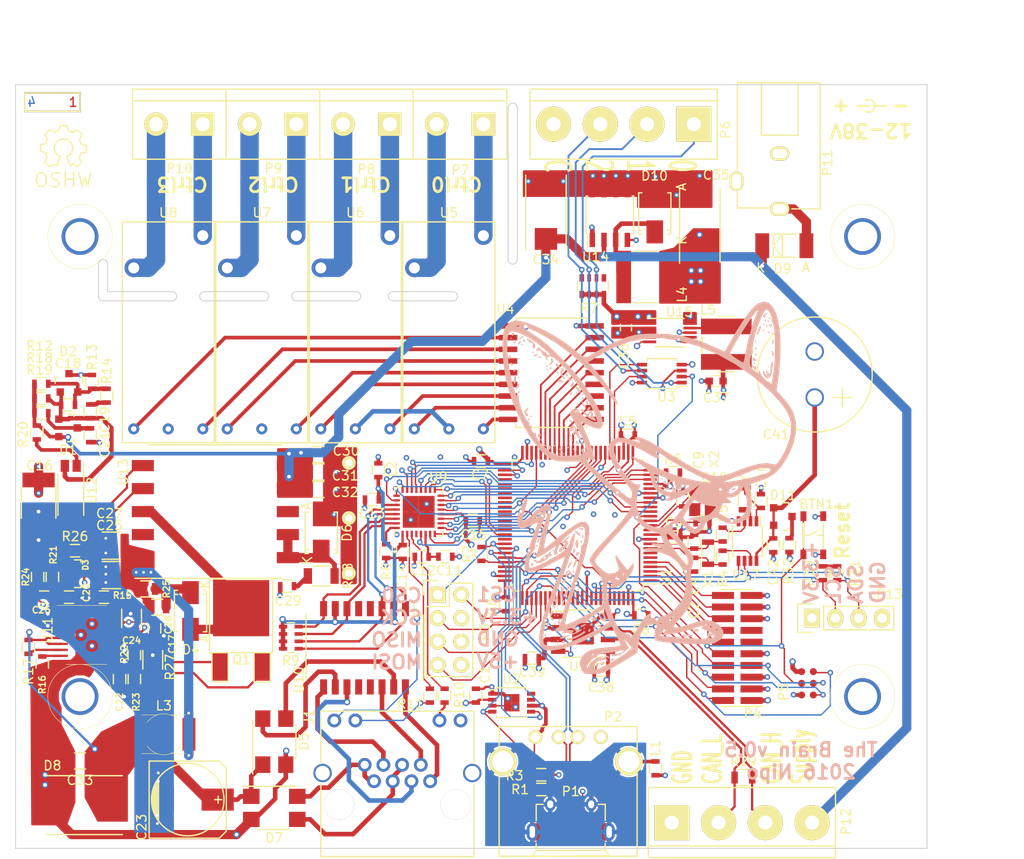
<source format=kicad_pcb>
(kicad_pcb (version 4) (host pcbnew 4.0.4-stable)

  (general
    (links 418)
    (no_connects 0)
    (area 42.97619 42.8 159.85 136.675001)
    (thickness 1.6)
    (drawings 50)
    (tracks 1867)
    (zones 0)
    (modules 137)
    (nets 164)
  )

  (page A4)
  (layers
    (0 F.Cu signal)
    (1 In1.Cu power hide)
    (2 In2.Cu power hide)
    (31 B.Cu signal)
    (32 B.Adhes user hide)
    (33 F.Adhes user hide)
    (34 B.Paste user hide)
    (35 F.Paste user hide)
    (36 B.SilkS user)
    (37 F.SilkS user)
    (38 B.Mask user hide)
    (39 F.Mask user)
    (40 Dwgs.User user)
    (41 Cmts.User user)
    (42 Eco1.User user)
    (43 Eco2.User user)
    (44 Edge.Cuts user)
    (45 Margin user)
    (46 B.CrtYd user)
    (47 F.CrtYd user)
    (48 B.Fab user hide)
    (49 F.Fab user)
  )

  (setup
    (last_trace_width 1)
    (user_trace_width 0.1524)
    (user_trace_width 0.2)
    (user_trace_width 0.25)
    (user_trace_width 0.4)
    (user_trace_width 0.5)
    (user_trace_width 1)
    (user_trace_width 2)
    (trace_clearance 0.1524)
    (zone_clearance 0.2)
    (zone_45_only yes)
    (trace_min 0.1524)
    (segment_width 0.2)
    (edge_width 0.1)
    (via_size 0.6048)
    (via_drill 0.3)
    (via_min_size 0.6048)
    (via_min_drill 0.3)
    (user_via 0.6048 0.3)
    (user_via 0.8 0.4)
    (user_via 1 0.5)
    (user_via 1.5 1)
    (uvia_size 0.3)
    (uvia_drill 0.1)
    (uvias_allowed no)
    (uvia_min_size 0.2)
    (uvia_min_drill 0.1)
    (pcb_text_width 0.3)
    (pcb_text_size 1.5 1.5)
    (mod_edge_width 0.15)
    (mod_text_size 1 1)
    (mod_text_width 0.15)
    (pad_size 4 4)
    (pad_drill 3.2)
    (pad_to_mask_clearance 0)
    (aux_axis_origin 0 0)
    (visible_elements FFFFEF7F)
    (pcbplotparams
      (layerselection 0x00030_ffffffff)
      (usegerberextensions false)
      (excludeedgelayer true)
      (linewidth 0.100000)
      (plotframeref false)
      (viasonmask false)
      (mode 1)
      (useauxorigin false)
      (hpglpennumber 1)
      (hpglpenspeed 20)
      (hpglpendiameter 15)
      (hpglpenoverlay 2)
      (psnegative false)
      (psa4output false)
      (plotreference true)
      (plotvalue true)
      (plotinvisibletext false)
      (padsonsilk false)
      (subtractmaskfromsilk false)
      (outputformat 1)
      (mirror false)
      (drillshape 1)
      (scaleselection 1)
      (outputdirectory ""))
  )

  (net 0 "")
  (net 1 +3V3)
  (net 2 /mcu/TMS)
  (net 3 GND)
  (net 4 /mcu/TCK)
  (net 5 /mcu/TDO)
  (net 6 /mcu/TDI)
  (net 7 /mcu/nRESET)
  (net 8 /mcu/TraceCLK)
  (net 9 /mcu/TraceData0)
  (net 10 /mcu/TraceData1)
  (net 11 /mcu/TraceData2)
  (net 12 /mcu/TraceData3)
  (net 13 "Net-(C9-Pad1)")
  (net 14 "Net-(C10-Pad1)")
  (net 15 "Net-(C18-Pad1)")
  (net 16 +5V)
  (net 17 "Net-(L1-Pad1)")
  (net 18 "Net-(J1-Pad10)")
  (net 19 "Net-(J1-Pad11)")
  (net 20 "Net-(P6-Pad2)")
  (net 21 "Net-(P6-Pad1)")
  (net 22 "Net-(P7-Pad2)")
  (net 23 "Net-(P7-Pad1)")
  (net 24 "Net-(U1-Pad82)")
  (net 25 "Net-(U1-Pad81)")
  (net 26 "/I2C / RTC / Extension/IRQ")
  (net 27 "/I2C / RTC / Extension/OSC_OUT")
  (net 28 "Net-(U1-Pad39)")
  (net 29 "Net-(U1-Pad40)")
  (net 30 "Net-(U1-Pad41)")
  (net 31 "Net-(U1-Pad42)")
  (net 32 "Net-(U1-Pad43)")
  (net 33 "Net-(U1-Pad44)")
  (net 34 "Net-(U1-Pad45)")
  (net 35 "Net-(U1-Pad46)")
  (net 36 /ethernet/POE_VC1-)
  (net 37 /ethernet/POE_VC1+)
  (net 38 /ethernet/POE_VC2-)
  (net 39 /ethernet/POE_VC2+)
  (net 40 "Net-(U1-Pad6)")
  (net 41 "Net-(U1-Pad38)")
  (net 42 "Net-(U1-Pad73)")
  (net 43 "Net-(U1-Pad91)")
  (net 44 "Net-(U1-Pad97)")
  (net 45 "Net-(U1-Pad98)")
  (net 46 "Net-(U9-Pad4)")
  (net 47 /ethernet/CLK_25M)
  (net 48 /mcu/ETH_PHY_nIRQ)
  (net 49 /mcu/ETH_PHY_nRESET)
  (net 50 /ethernet/MDC)
  (net 51 /ethernet/TX_D2)
  (net 52 /ethernet/TX_CLK)
  (net 53 /ethernet/RX_CLK)
  (net 54 /ethernet/MDIO)
  (net 55 /ethernet/RX_DV)
  (net 56 /ethernet/RX_D0)
  (net 57 /ethernet/RX_D1)
  (net 58 /ethernet/RX_D2)
  (net 59 /ethernet/RX_D3)
  (net 60 /ethernet/RX_ER)
  (net 61 /ethernet/TX_EN)
  (net 62 /ethernet/TX_D0)
  (net 63 /ethernet/TX_D1)
  (net 64 /ethernet/TX_D3)
  (net 65 /ethernet/CRS)
  (net 66 /ethernet/COL)
  (net 67 /ethernet/LAN_VDD)
  (net 68 /ethernet/TD-)
  (net 69 /ethernet/TD+)
  (net 70 /ethernet/RD-)
  (net 71 /ethernet/RD+)
  (net 72 /ethernet/ETH_RX-)
  (net 73 /ethernet/ETH_RX+)
  (net 74 /ethernet/ETH_TX-)
  (net 75 /ethernet/ETH_TX+)
  (net 76 "/I2C / RTC / Extension/SCL")
  (net 77 "/I2C / RTC / Extension/SDA")
  (net 78 GNDREF)
  (net 79 /mcu/USB_D+)
  (net 80 /mcu/USB_D-)
  (net 81 /can/CAN-)
  (net 82 /can/CAN+)
  (net 83 "Net-(U2-Pad7)")
  (net 84 "Net-(U2-Pad8)")
  (net 85 "Net-(U1-Pad7)")
  (net 86 "Net-(U1-Pad53)")
  (net 87 "Net-(U1-Pad54)")
  (net 88 "Net-(U1-Pad60)")
  (net 89 "Net-(U1-Pad61)")
  (net 90 "Net-(U1-Pad62)")
  (net 91 "Net-(U1-Pad66)")
  (net 92 "Net-(U1-Pad96)")
  (net 93 "Net-(D6-Pad1)")
  (net 94 "Net-(L5-Pad2)")
  (net 95 /power/VCan)
  (net 96 "Net-(P11-Pad3)")
  (net 97 /mcu/Input_0)
  (net 98 /mcu/Input_1)
  (net 99 /mcu/Input_2)
  (net 100 /mcu/CS0)
  (net 101 /mcu/CS1)
  (net 102 /mcu/SCK)
  (net 103 /mcu/MOSI)
  (net 104 /mcu/MISO)
  (net 105 /poe/VPoe)
  (net 106 /poe/GPoe)
  (net 107 "Net-(C22-Pad1)")
  (net 108 "Net-(C29-Pad1)")
  (net 109 "Net-(D9-Pad2)")
  (net 110 "Net-(R15-Pad1)")
  (net 111 /poe/Feedback)
  (net 112 /poe/VPoe2)
  (net 113 "Net-(Q1-Pad3)")
  (net 114 "Net-(Q1-Pad1)")
  (net 115 /poe/VBias)
  (net 116 /mcu/USB_VBus)
  (net 117 "Net-(R2-Pad1)")
  (net 118 "Net-(C2-Pad1)")
  (net 119 "Net-(C4-Pad1)")
  (net 120 "Net-(C11-Pad1)")
  (net 121 "Net-(C18-Pad2)")
  (net 122 "Net-(C19-Pad2)")
  (net 123 "Net-(C20-Pad1)")
  (net 124 "Net-(C21-Pad1)")
  (net 125 "Net-(C24-Pad1)")
  (net 126 "Net-(C26-Pad2)")
  (net 127 "Net-(C28-Pad2)")
  (net 128 "Net-(C40-Pad1)")
  (net 129 "Net-(C41-Pad1)")
  (net 130 "Net-(D3-Pad1)")
  (net 131 "Net-(D3-Pad2)")
  (net 132 "Net-(D4-Pad2)")
  (net 133 "Net-(D10-Pad1)")
  (net 134 "Net-(D11-Pad3)")
  (net 135 "Net-(P1-Pad1)")
  (net 136 "Net-(P1-Pad4)")
  (net 137 "Net-(P4-Pad11)")
  (net 138 "Net-(P4-Pad13)")
  (net 139 "Net-(P6-Pad3)")
  (net 140 "Net-(P8-Pad1)")
  (net 141 "Net-(P8-Pad2)")
  (net 142 "Net-(P9-Pad1)")
  (net 143 "Net-(P9-Pad2)")
  (net 144 "Net-(P10-Pad1)")
  (net 145 "Net-(P10-Pad2)")
  (net 146 "Net-(R7-Pad5)")
  (net 147 "Net-(R8-Pad1)")
  (net 148 "Net-(R10-Pad1)")
  (net 149 "Net-(R11-Pad1)")
  (net 150 "Net-(R16-Pad1)")
  (net 151 "Net-(R17-Pad2)")
  (net 152 "Net-(R20-Pad2)")
  (net 153 "Net-(R22-Pad2)")
  (net 154 "Net-(R26-Pad1)")
  (net 155 "Net-(U4-Pad11)")
  (net 156 "Net-(U4-Pad12)")
  (net 157 "Net-(U4-Pad13)")
  (net 158 "Net-(U4-Pad14)")
  (net 159 "Net-(U4-Pad15)")
  (net 160 "Net-(U4-Pad16)")
  (net 161 "Net-(U4-Pad17)")
  (net 162 "Net-(U4-Pad18)")
  (net 163 "Net-(U17-Pad2)")

  (net_class Default "This is the default net class."
    (clearance 0.1524)
    (trace_width 0.1524)
    (via_dia 0.6048)
    (via_drill 0.3)
    (uvia_dia 0.3)
    (uvia_drill 0.1)
    (add_net "/I2C / RTC / Extension/IRQ")
    (add_net "/I2C / RTC / Extension/OSC_OUT")
    (add_net "/I2C / RTC / Extension/SCL")
    (add_net "/I2C / RTC / Extension/SDA")
    (add_net /can/CAN+)
    (add_net /can/CAN-)
    (add_net /ethernet/CLK_25M)
    (add_net /ethernet/COL)
    (add_net /ethernet/CRS)
    (add_net /ethernet/MDC)
    (add_net /ethernet/MDIO)
    (add_net /ethernet/RX_CLK)
    (add_net /ethernet/RX_D0)
    (add_net /ethernet/RX_D1)
    (add_net /ethernet/RX_D2)
    (add_net /ethernet/RX_D3)
    (add_net /ethernet/RX_DV)
    (add_net /ethernet/RX_ER)
    (add_net /ethernet/TX_CLK)
    (add_net /ethernet/TX_D0)
    (add_net /ethernet/TX_D1)
    (add_net /ethernet/TX_D2)
    (add_net /ethernet/TX_D3)
    (add_net /ethernet/TX_EN)
    (add_net /mcu/CS0)
    (add_net /mcu/CS1)
    (add_net /mcu/ETH_PHY_nIRQ)
    (add_net /mcu/ETH_PHY_nRESET)
    (add_net /mcu/Input_0)
    (add_net /mcu/Input_1)
    (add_net /mcu/Input_2)
    (add_net /mcu/MISO)
    (add_net /mcu/MOSI)
    (add_net /mcu/SCK)
    (add_net /mcu/TCK)
    (add_net /mcu/TDI)
    (add_net /mcu/TDO)
    (add_net /mcu/TMS)
    (add_net /mcu/TraceCLK)
    (add_net /mcu/TraceData0)
    (add_net /mcu/TraceData1)
    (add_net /mcu/TraceData2)
    (add_net /mcu/TraceData3)
    (add_net /mcu/USB_D+)
    (add_net /mcu/USB_D-)
    (add_net /mcu/USB_VBus)
    (add_net /mcu/nRESET)
    (add_net /poe/Feedback)
    (add_net /poe/VBias)
    (add_net /poe/VPoe2)
    (add_net GND)
    (add_net "Net-(C10-Pad1)")
    (add_net "Net-(C11-Pad1)")
    (add_net "Net-(C18-Pad1)")
    (add_net "Net-(C18-Pad2)")
    (add_net "Net-(C19-Pad2)")
    (add_net "Net-(C2-Pad1)")
    (add_net "Net-(C20-Pad1)")
    (add_net "Net-(C21-Pad1)")
    (add_net "Net-(C22-Pad1)")
    (add_net "Net-(C24-Pad1)")
    (add_net "Net-(C26-Pad2)")
    (add_net "Net-(C28-Pad2)")
    (add_net "Net-(C29-Pad1)")
    (add_net "Net-(C4-Pad1)")
    (add_net "Net-(C40-Pad1)")
    (add_net "Net-(C41-Pad1)")
    (add_net "Net-(C9-Pad1)")
    (add_net "Net-(D10-Pad1)")
    (add_net "Net-(D11-Pad3)")
    (add_net "Net-(D3-Pad1)")
    (add_net "Net-(D3-Pad2)")
    (add_net "Net-(D4-Pad2)")
    (add_net "Net-(D6-Pad1)")
    (add_net "Net-(D9-Pad2)")
    (add_net "Net-(J1-Pad10)")
    (add_net "Net-(J1-Pad11)")
    (add_net "Net-(L1-Pad1)")
    (add_net "Net-(L5-Pad2)")
    (add_net "Net-(P1-Pad1)")
    (add_net "Net-(P1-Pad4)")
    (add_net "Net-(P10-Pad1)")
    (add_net "Net-(P10-Pad2)")
    (add_net "Net-(P11-Pad3)")
    (add_net "Net-(P4-Pad11)")
    (add_net "Net-(P4-Pad13)")
    (add_net "Net-(P6-Pad1)")
    (add_net "Net-(P6-Pad2)")
    (add_net "Net-(P6-Pad3)")
    (add_net "Net-(P7-Pad1)")
    (add_net "Net-(P7-Pad2)")
    (add_net "Net-(P8-Pad1)")
    (add_net "Net-(P8-Pad2)")
    (add_net "Net-(P9-Pad1)")
    (add_net "Net-(P9-Pad2)")
    (add_net "Net-(Q1-Pad1)")
    (add_net "Net-(Q1-Pad3)")
    (add_net "Net-(R10-Pad1)")
    (add_net "Net-(R11-Pad1)")
    (add_net "Net-(R15-Pad1)")
    (add_net "Net-(R16-Pad1)")
    (add_net "Net-(R17-Pad2)")
    (add_net "Net-(R2-Pad1)")
    (add_net "Net-(R20-Pad2)")
    (add_net "Net-(R22-Pad2)")
    (add_net "Net-(R26-Pad1)")
    (add_net "Net-(R7-Pad5)")
    (add_net "Net-(R8-Pad1)")
    (add_net "Net-(U1-Pad38)")
    (add_net "Net-(U1-Pad39)")
    (add_net "Net-(U1-Pad40)")
    (add_net "Net-(U1-Pad41)")
    (add_net "Net-(U1-Pad42)")
    (add_net "Net-(U1-Pad43)")
    (add_net "Net-(U1-Pad44)")
    (add_net "Net-(U1-Pad45)")
    (add_net "Net-(U1-Pad46)")
    (add_net "Net-(U1-Pad53)")
    (add_net "Net-(U1-Pad54)")
    (add_net "Net-(U1-Pad6)")
    (add_net "Net-(U1-Pad60)")
    (add_net "Net-(U1-Pad61)")
    (add_net "Net-(U1-Pad62)")
    (add_net "Net-(U1-Pad66)")
    (add_net "Net-(U1-Pad7)")
    (add_net "Net-(U1-Pad73)")
    (add_net "Net-(U1-Pad81)")
    (add_net "Net-(U1-Pad82)")
    (add_net "Net-(U1-Pad91)")
    (add_net "Net-(U1-Pad96)")
    (add_net "Net-(U1-Pad97)")
    (add_net "Net-(U1-Pad98)")
    (add_net "Net-(U17-Pad2)")
    (add_net "Net-(U2-Pad7)")
    (add_net "Net-(U2-Pad8)")
    (add_net "Net-(U4-Pad11)")
    (add_net "Net-(U4-Pad12)")
    (add_net "Net-(U4-Pad13)")
    (add_net "Net-(U4-Pad14)")
    (add_net "Net-(U4-Pad15)")
    (add_net "Net-(U4-Pad16)")
    (add_net "Net-(U4-Pad17)")
    (add_net "Net-(U4-Pad18)")
    (add_net "Net-(U9-Pad4)")
  )

  (net_class More ""
    (clearance 0.2)
    (trace_width 0.25)
    (via_dia 0.6048)
    (via_drill 0.3)
    (uvia_dia 0.3)
    (uvia_drill 0.1)
    (add_net /ethernet/RD+)
    (add_net /ethernet/RD-)
    (add_net /ethernet/TD+)
    (add_net /ethernet/TD-)
  )

  (net_class Power ""
    (clearance 0.1524)
    (trace_width 0.5)
    (via_dia 0.7)
    (via_drill 0.4)
    (uvia_dia 0.3)
    (uvia_drill 0.1)
    (add_net +3V3)
    (add_net +5V)
    (add_net /ethernet/ETH_RX+)
    (add_net /ethernet/ETH_RX-)
    (add_net /ethernet/ETH_TX+)
    (add_net /ethernet/ETH_TX-)
    (add_net /ethernet/LAN_VDD)
    (add_net /ethernet/POE_VC1+)
    (add_net /ethernet/POE_VC1-)
    (add_net /ethernet/POE_VC2+)
    (add_net /ethernet/POE_VC2-)
    (add_net /poe/GPoe)
    (add_net /poe/VPoe)
    (add_net /power/VCan)
    (add_net GNDREF)
  )

  (net_class Power2 ""
    (clearance 1)
    (trace_width 0.5)
    (via_dia 1)
    (via_drill 0.5)
    (uvia_dia 0.3)
    (uvia_drill 0.1)
  )

  (module Connect:USB_A (layer F.Cu) (tedit 5543E289) (tstamp 57C37A26)
    (at 102.95914 122.40212)
    (descr "USB A connector")
    (tags "USB USB_A")
    (path /57A213D7/57BD5361)
    (fp_text reference P2 (at 8.44086 -2.20212 180) (layer F.SilkS)
      (effects (font (size 1 1) (thickness 0.15)))
    )
    (fp_text value USBA (at 3.74086 2.49788) (layer F.Fab)
      (effects (font (size 1 1) (thickness 0.15)))
    )
    (fp_line (start -5.3 13.2) (end -5.3 -1.4) (layer F.CrtYd) (width 0.05))
    (fp_line (start 11.95 -1.4) (end 11.95 13.2) (layer F.CrtYd) (width 0.05))
    (fp_line (start -5.3 13.2) (end 11.95 13.2) (layer F.CrtYd) (width 0.05))
    (fp_line (start -5.3 -1.4) (end 11.95 -1.4) (layer F.CrtYd) (width 0.05))
    (fp_line (start 11.04986 -1.14512) (end 11.04986 12.95188) (layer F.SilkS) (width 0.15))
    (fp_line (start -3.93614 12.95188) (end -3.93614 -1.14512) (layer F.SilkS) (width 0.15))
    (fp_line (start 11.04986 -1.14512) (end -3.93614 -1.14512) (layer F.SilkS) (width 0.15))
    (fp_line (start 11.04986 12.95188) (end -3.93614 12.95188) (layer F.SilkS) (width 0.15))
    (pad 4 thru_hole circle (at 7.11286 -0.00212 270) (size 1.50114 1.50114) (drill 1.00076) (layers *.Cu *.Mask F.SilkS)
      (net 3 GND))
    (pad 3 thru_hole circle (at 4.57286 -0.00212 270) (size 1.50114 1.50114) (drill 1.00076) (layers *.Cu *.Mask F.SilkS)
      (net 79 /mcu/USB_D+))
    (pad 2 thru_hole circle (at 2.54086 -0.00212 270) (size 1.50114 1.50114) (drill 1.00076) (layers *.Cu *.Mask F.SilkS)
      (net 80 /mcu/USB_D-))
    (pad 1 thru_hole circle (at 0.00086 -0.00212 270) (size 1.50114 1.50114) (drill 1.00076) (layers *.Cu *.Mask F.SilkS)
      (net 116 /mcu/USB_VBus))
    (pad 5 thru_hole circle (at 10.16086 2.66488 270) (size 2.99974 2.99974) (drill 2.30124) (layers *.Cu *.Mask F.SilkS)
      (net 17 "Net-(L1-Pad1)"))
    (pad 5 thru_hole circle (at -3.55514 2.66488 270) (size 2.99974 2.99974) (drill 2.30124) (layers *.Cu *.Mask F.SilkS)
      (net 17 "Net-(L1-Pad1)"))
    (model Connect.3dshapes/USB_A.wrl
      (at (xyz 0.14 0 0))
      (scale (xyz 1 1 1))
      (rotate (xyz 0 0 90))
    )
  )

  (module Pin_Headers:Pin_Header_Straight_2x04 (layer F.Cu) (tedit 57C9A701) (tstamp 57CA0578)
    (at 92.36 106.94)
    (descr "Through hole pin header")
    (tags "pin header")
    (path /57A213D7/57C9C680)
    (fp_text reference P3 (at 5.14 4.06 90) (layer F.SilkS)
      (effects (font (size 1 1) (thickness 0.15)))
    )
    (fp_text value SPI (at 1.34 3.7 90) (layer F.Fab)
      (effects (font (size 1 1) (thickness 0.15)))
    )
    (fp_line (start -1.75 -1.75) (end -1.75 9.4) (layer F.CrtYd) (width 0.05))
    (fp_line (start 4.3 -1.75) (end 4.3 9.4) (layer F.CrtYd) (width 0.05))
    (fp_line (start -1.75 -1.75) (end 4.3 -1.75) (layer F.CrtYd) (width 0.05))
    (fp_line (start -1.75 9.4) (end 4.3 9.4) (layer F.CrtYd) (width 0.05))
    (fp_line (start -1.27 1.27) (end -1.27 8.89) (layer F.SilkS) (width 0.15))
    (fp_line (start -1.27 8.89) (end 3.81 8.89) (layer F.SilkS) (width 0.15))
    (fp_line (start 3.81 8.89) (end 3.81 -1.27) (layer F.SilkS) (width 0.15))
    (fp_line (start 3.81 -1.27) (end 1.27 -1.27) (layer F.SilkS) (width 0.15))
    (fp_line (start 0 -1.55) (end -1.55 -1.55) (layer F.SilkS) (width 0.15))
    (fp_line (start 1.27 -1.27) (end 1.27 1.27) (layer F.SilkS) (width 0.15))
    (fp_line (start 1.27 1.27) (end -1.27 1.27) (layer F.SilkS) (width 0.15))
    (fp_line (start -1.55 -1.55) (end -1.55 0) (layer F.SilkS) (width 0.15))
    (pad 1 thru_hole rect (at 0 0) (size 1.7272 1.7272) (drill 1.016) (layers *.Cu *.Mask F.SilkS)
      (net 100 /mcu/CS0))
    (pad 2 thru_hole oval (at 2.54 0) (size 1.7272 1.7272) (drill 1.016) (layers *.Cu *.Mask F.SilkS)
      (net 101 /mcu/CS1))
    (pad 3 thru_hole oval (at 0 2.54) (size 1.7272 1.7272) (drill 1.016) (layers *.Cu *.Mask F.SilkS)
      (net 102 /mcu/SCK))
    (pad 4 thru_hole oval (at 2.54 2.54) (size 1.7272 1.7272) (drill 1.016) (layers *.Cu *.Mask F.SilkS)
      (net 1 +3V3) (zone_connect 2))
    (pad 5 thru_hole oval (at 0 5.08) (size 1.7272 1.7272) (drill 1.016) (layers *.Cu *.Mask F.SilkS)
      (net 104 /mcu/MISO))
    (pad 6 thru_hole oval (at 2.54 5.08) (size 1.7272 1.7272) (drill 1.016) (layers *.Cu *.Mask F.SilkS)
      (net 3 GND))
    (pad 7 thru_hole oval (at 0 7.62) (size 1.7272 1.7272) (drill 1.016) (layers *.Cu *.Mask F.SilkS)
      (net 103 /mcu/MOSI))
    (pad 8 thru_hole oval (at 2.54 7.62) (size 1.7272 1.7272) (drill 1.016) (layers *.Cu *.Mask F.SilkS)
      (net 16 +5V) (zone_connect 2))
    (model Pin_Headers.3dshapes/Pin_Header_Straight_2x04.wrl
      (at (xyz 0.05 -0.15 0))
      (scale (xyz 1 1 1))
      (rotate (xyz 0 0 90))
    )
  )

  (module Housings_QFP:LQFP-100_14x14mm_Pitch0.5mm (layer F.Cu) (tedit 54130A77) (tstamp 57C377BF)
    (at 107.55 99.4 180)
    (descr "LQFP100: plastic low profile quad flat package; 100 leads; body 14 x 14 x 1.4 mm (see NXP sot407-1_po.pdf and sot407-1_fr.pdf)")
    (tags "QFP 0.5")
    (path /57A213D7/57BCD0F0)
    (attr smd)
    (fp_text reference U1 (at -9.65 -5.6 450) (layer F.SilkS)
      (effects (font (size 1 1) (thickness 0.15)))
    )
    (fp_text value STM32F107VCT (at 0.25 1.3 180) (layer F.Fab)
      (effects (font (size 1 1) (thickness 0.15)))
    )
    (fp_line (start -8.9 -8.9) (end -8.9 8.9) (layer F.CrtYd) (width 0.05))
    (fp_line (start 8.9 -8.9) (end 8.9 8.9) (layer F.CrtYd) (width 0.05))
    (fp_line (start -8.9 -8.9) (end 8.9 -8.9) (layer F.CrtYd) (width 0.05))
    (fp_line (start -8.9 8.9) (end 8.9 8.9) (layer F.CrtYd) (width 0.05))
    (fp_line (start -7.125 -7.125) (end -7.125 -6.365) (layer F.SilkS) (width 0.15))
    (fp_line (start 7.125 -7.125) (end 7.125 -6.365) (layer F.SilkS) (width 0.15))
    (fp_line (start 7.125 7.125) (end 7.125 6.365) (layer F.SilkS) (width 0.15))
    (fp_line (start -7.125 7.125) (end -7.125 6.365) (layer F.SilkS) (width 0.15))
    (fp_line (start -7.125 -7.125) (end -6.365 -7.125) (layer F.SilkS) (width 0.15))
    (fp_line (start -7.125 7.125) (end -6.365 7.125) (layer F.SilkS) (width 0.15))
    (fp_line (start 7.125 7.125) (end 6.365 7.125) (layer F.SilkS) (width 0.15))
    (fp_line (start 7.125 -7.125) (end 6.365 -7.125) (layer F.SilkS) (width 0.15))
    (fp_line (start -7.125 -6.365) (end -8.65 -6.365) (layer F.SilkS) (width 0.15))
    (pad 1 smd rect (at -7.9 -6 180) (size 1.5 0.28) (layers F.Cu F.Paste F.Mask)
      (net 8 /mcu/TraceCLK))
    (pad 2 smd rect (at -7.9 -5.5 180) (size 1.5 0.28) (layers F.Cu F.Paste F.Mask)
      (net 9 /mcu/TraceData0))
    (pad 3 smd rect (at -7.9 -5 180) (size 1.5 0.28) (layers F.Cu F.Paste F.Mask)
      (net 10 /mcu/TraceData1))
    (pad 4 smd rect (at -7.9 -4.5 180) (size 1.5 0.28) (layers F.Cu F.Paste F.Mask)
      (net 11 /mcu/TraceData2))
    (pad 5 smd rect (at -7.9 -4 180) (size 1.5 0.28) (layers F.Cu F.Paste F.Mask)
      (net 12 /mcu/TraceData3))
    (pad 6 smd rect (at -7.9 -3.5 180) (size 1.5 0.28) (layers F.Cu F.Paste F.Mask)
      (net 40 "Net-(U1-Pad6)"))
    (pad 7 smd rect (at -7.9 -3 180) (size 1.5 0.28) (layers F.Cu F.Paste F.Mask)
      (net 85 "Net-(U1-Pad7)"))
    (pad 8 smd rect (at -7.9 -2.5 180) (size 1.5 0.28) (layers F.Cu F.Paste F.Mask)
      (net 118 "Net-(C2-Pad1)"))
    (pad 9 smd rect (at -7.9 -2 180) (size 1.5 0.28) (layers F.Cu F.Paste F.Mask)
      (net 119 "Net-(C4-Pad1)"))
    (pad 10 smd rect (at -7.9 -1.5 180) (size 1.5 0.28) (layers F.Cu F.Paste F.Mask)
      (net 3 GND))
    (pad 11 smd rect (at -7.9 -1 180) (size 1.5 0.28) (layers F.Cu F.Paste F.Mask)
      (net 1 +3V3))
    (pad 12 smd rect (at -7.9 -0.5 180) (size 1.5 0.28) (layers F.Cu F.Paste F.Mask)
      (net 14 "Net-(C10-Pad1)"))
    (pad 13 smd rect (at -7.9 0 180) (size 1.5 0.28) (layers F.Cu F.Paste F.Mask)
      (net 13 "Net-(C9-Pad1)"))
    (pad 14 smd rect (at -7.9 0.5 180) (size 1.5 0.28) (layers F.Cu F.Paste F.Mask)
      (net 7 /mcu/nRESET))
    (pad 15 smd rect (at -7.9 1 180) (size 1.5 0.28) (layers F.Cu F.Paste F.Mask)
      (net 99 /mcu/Input_2))
    (pad 16 smd rect (at -7.9 1.5 180) (size 1.5 0.28) (layers F.Cu F.Paste F.Mask)
      (net 50 /ethernet/MDC))
    (pad 17 smd rect (at -7.9 2 180) (size 1.5 0.28) (layers F.Cu F.Paste F.Mask)
      (net 51 /ethernet/TX_D2))
    (pad 18 smd rect (at -7.9 2.5 180) (size 1.5 0.28) (layers F.Cu F.Paste F.Mask)
      (net 52 /ethernet/TX_CLK))
    (pad 19 smd rect (at -7.9 3 180) (size 1.5 0.28) (layers F.Cu F.Paste F.Mask)
      (net 3 GND))
    (pad 20 smd rect (at -7.9 3.5 180) (size 1.5 0.28) (layers F.Cu F.Paste F.Mask)
      (net 3 GND))
    (pad 21 smd rect (at -7.9 4 180) (size 1.5 0.28) (layers F.Cu F.Paste F.Mask)
      (net 1 +3V3))
    (pad 22 smd rect (at -7.9 4.5 180) (size 1.5 0.28) (layers F.Cu F.Paste F.Mask)
      (net 1 +3V3))
    (pad 23 smd rect (at -7.9 5 180) (size 1.5 0.28) (layers F.Cu F.Paste F.Mask)
      (net 65 /ethernet/CRS))
    (pad 24 smd rect (at -7.9 5.5 180) (size 1.5 0.28) (layers F.Cu F.Paste F.Mask)
      (net 53 /ethernet/RX_CLK))
    (pad 25 smd rect (at -7.9 6 180) (size 1.5 0.28) (layers F.Cu F.Paste F.Mask)
      (net 54 /ethernet/MDIO))
    (pad 26 smd rect (at -6 7.9 270) (size 1.5 0.28) (layers F.Cu F.Paste F.Mask)
      (net 66 /ethernet/COL))
    (pad 27 smd rect (at -5.5 7.9 270) (size 1.5 0.28) (layers F.Cu F.Paste F.Mask)
      (net 3 GND))
    (pad 28 smd rect (at -5 7.9 270) (size 1.5 0.28) (layers F.Cu F.Paste F.Mask)
      (net 1 +3V3))
    (pad 29 smd rect (at -4.5 7.9 270) (size 1.5 0.28) (layers F.Cu F.Paste F.Mask)
      (net 100 /mcu/CS0))
    (pad 30 smd rect (at -4 7.9 270) (size 1.5 0.28) (layers F.Cu F.Paste F.Mask)
      (net 97 /mcu/Input_0))
    (pad 31 smd rect (at -3.5 7.9 270) (size 1.5 0.28) (layers F.Cu F.Paste F.Mask)
      (net 98 /mcu/Input_1))
    (pad 32 smd rect (at -3 7.9 270) (size 1.5 0.28) (layers F.Cu F.Paste F.Mask)
      (net 55 /ethernet/RX_DV))
    (pad 33 smd rect (at -2.5 7.9 270) (size 1.5 0.28) (layers F.Cu F.Paste F.Mask)
      (net 56 /ethernet/RX_D0))
    (pad 34 smd rect (at -2 7.9 270) (size 1.5 0.28) (layers F.Cu F.Paste F.Mask)
      (net 57 /ethernet/RX_D1))
    (pad 35 smd rect (at -1.5 7.9 270) (size 1.5 0.28) (layers F.Cu F.Paste F.Mask)
      (net 58 /ethernet/RX_D2))
    (pad 36 smd rect (at -1 7.9 270) (size 1.5 0.28) (layers F.Cu F.Paste F.Mask)
      (net 59 /ethernet/RX_D3))
    (pad 37 smd rect (at -0.5 7.9 270) (size 1.5 0.28) (layers F.Cu F.Paste F.Mask)
      (net 3 GND))
    (pad 38 smd rect (at 0 7.9 270) (size 1.5 0.28) (layers F.Cu F.Paste F.Mask)
      (net 41 "Net-(U1-Pad38)"))
    (pad 39 smd rect (at 0.5 7.9 270) (size 1.5 0.28) (layers F.Cu F.Paste F.Mask)
      (net 28 "Net-(U1-Pad39)"))
    (pad 40 smd rect (at 1 7.9 270) (size 1.5 0.28) (layers F.Cu F.Paste F.Mask)
      (net 29 "Net-(U1-Pad40)"))
    (pad 41 smd rect (at 1.5 7.9 270) (size 1.5 0.28) (layers F.Cu F.Paste F.Mask)
      (net 30 "Net-(U1-Pad41)"))
    (pad 42 smd rect (at 2 7.9 270) (size 1.5 0.28) (layers F.Cu F.Paste F.Mask)
      (net 31 "Net-(U1-Pad42)"))
    (pad 43 smd rect (at 2.5 7.9 270) (size 1.5 0.28) (layers F.Cu F.Paste F.Mask)
      (net 32 "Net-(U1-Pad43)"))
    (pad 44 smd rect (at 3 7.9 270) (size 1.5 0.28) (layers F.Cu F.Paste F.Mask)
      (net 33 "Net-(U1-Pad44)"))
    (pad 45 smd rect (at 3.5 7.9 270) (size 1.5 0.28) (layers F.Cu F.Paste F.Mask)
      (net 34 "Net-(U1-Pad45)"))
    (pad 46 smd rect (at 4 7.9 270) (size 1.5 0.28) (layers F.Cu F.Paste F.Mask)
      (net 35 "Net-(U1-Pad46)"))
    (pad 47 smd rect (at 4.5 7.9 270) (size 1.5 0.28) (layers F.Cu F.Paste F.Mask)
      (net 60 /ethernet/RX_ER))
    (pad 48 smd rect (at 5 7.9 270) (size 1.5 0.28) (layers F.Cu F.Paste F.Mask)
      (net 61 /ethernet/TX_EN))
    (pad 49 smd rect (at 5.5 7.9 270) (size 1.5 0.28) (layers F.Cu F.Paste F.Mask)
      (net 3 GND))
    (pad 50 smd rect (at 6 7.9 270) (size 1.5 0.28) (layers F.Cu F.Paste F.Mask)
      (net 1 +3V3))
    (pad 51 smd rect (at 7.9 6 180) (size 1.5 0.28) (layers F.Cu F.Paste F.Mask)
      (net 62 /ethernet/TX_D0))
    (pad 52 smd rect (at 7.9 5.5 180) (size 1.5 0.28) (layers F.Cu F.Paste F.Mask)
      (net 63 /ethernet/TX_D1))
    (pad 53 smd rect (at 7.9 5 180) (size 1.5 0.28) (layers F.Cu F.Paste F.Mask)
      (net 86 "Net-(U1-Pad53)"))
    (pad 54 smd rect (at 7.9 4.5 180) (size 1.5 0.28) (layers F.Cu F.Paste F.Mask)
      (net 87 "Net-(U1-Pad54)"))
    (pad 55 smd rect (at 7.9 4 180) (size 1.5 0.28) (layers F.Cu F.Paste F.Mask))
    (pad 56 smd rect (at 7.9 3.5 180) (size 1.5 0.28) (layers F.Cu F.Paste F.Mask))
    (pad 57 smd rect (at 7.9 3 180) (size 1.5 0.28) (layers F.Cu F.Paste F.Mask))
    (pad 58 smd rect (at 7.9 2.5 180) (size 1.5 0.28) (layers F.Cu F.Paste F.Mask))
    (pad 59 smd rect (at 7.9 2 180) (size 1.5 0.28) (layers F.Cu F.Paste F.Mask))
    (pad 60 smd rect (at 7.9 1.5 180) (size 1.5 0.28) (layers F.Cu F.Paste F.Mask)
      (net 88 "Net-(U1-Pad60)"))
    (pad 61 smd rect (at 7.9 1 180) (size 1.5 0.28) (layers F.Cu F.Paste F.Mask)
      (net 89 "Net-(U1-Pad61)"))
    (pad 62 smd rect (at 7.9 0.5 180) (size 1.5 0.28) (layers F.Cu F.Paste F.Mask)
      (net 90 "Net-(U1-Pad62)"))
    (pad 63 smd rect (at 7.9 0 180) (size 1.5 0.28) (layers F.Cu F.Paste F.Mask)
      (net 47 /ethernet/CLK_25M))
    (pad 64 smd rect (at 7.9 -0.5 180) (size 1.5 0.28) (layers F.Cu F.Paste F.Mask)
      (net 49 /mcu/ETH_PHY_nRESET))
    (pad 65 smd rect (at 7.9 -1 180) (size 1.5 0.28) (layers F.Cu F.Paste F.Mask)
      (net 48 /mcu/ETH_PHY_nIRQ))
    (pad 66 smd rect (at 7.9 -1.5 180) (size 1.5 0.28) (layers F.Cu F.Paste F.Mask)
      (net 91 "Net-(U1-Pad66)"))
    (pad 67 smd rect (at 7.9 -2 180) (size 1.5 0.28) (layers F.Cu F.Paste F.Mask)
      (net 117 "Net-(R2-Pad1)"))
    (pad 68 smd rect (at 7.9 -2.5 180) (size 1.5 0.28) (layers F.Cu F.Paste F.Mask)
      (net 116 /mcu/USB_VBus))
    (pad 69 smd rect (at 7.9 -3 180) (size 1.5 0.28) (layers F.Cu F.Paste F.Mask)
      (net 136 "Net-(P1-Pad4)"))
    (pad 70 smd rect (at 7.9 -3.5 180) (size 1.5 0.28) (layers F.Cu F.Paste F.Mask)
      (net 80 /mcu/USB_D-))
    (pad 71 smd rect (at 7.9 -4 180) (size 1.5 0.28) (layers F.Cu F.Paste F.Mask)
      (net 79 /mcu/USB_D+))
    (pad 72 smd rect (at 7.9 -4.5 180) (size 1.5 0.28) (layers F.Cu F.Paste F.Mask)
      (net 2 /mcu/TMS))
    (pad 73 smd rect (at 7.9 -5 180) (size 1.5 0.28) (layers F.Cu F.Paste F.Mask)
      (net 42 "Net-(U1-Pad73)"))
    (pad 74 smd rect (at 7.9 -5.5 180) (size 1.5 0.28) (layers F.Cu F.Paste F.Mask)
      (net 3 GND))
    (pad 75 smd rect (at 7.9 -6 180) (size 1.5 0.28) (layers F.Cu F.Paste F.Mask)
      (net 1 +3V3))
    (pad 76 smd rect (at 6 -7.9 270) (size 1.5 0.28) (layers F.Cu F.Paste F.Mask)
      (net 4 /mcu/TCK))
    (pad 77 smd rect (at 5.5 -7.9 270) (size 1.5 0.28) (layers F.Cu F.Paste F.Mask)
      (net 6 /mcu/TDI))
    (pad 78 smd rect (at 5 -7.9 270) (size 1.5 0.28) (layers F.Cu F.Paste F.Mask)
      (net 102 /mcu/SCK))
    (pad 79 smd rect (at 4.5 -7.9 270) (size 1.5 0.28) (layers F.Cu F.Paste F.Mask)
      (net 104 /mcu/MISO))
    (pad 80 smd rect (at 4 -7.9 270) (size 1.5 0.28) (layers F.Cu F.Paste F.Mask)
      (net 103 /mcu/MOSI))
    (pad 81 smd rect (at 3.5 -7.9 270) (size 1.5 0.28) (layers F.Cu F.Paste F.Mask)
      (net 25 "Net-(U1-Pad81)"))
    (pad 82 smd rect (at 3 -7.9 270) (size 1.5 0.28) (layers F.Cu F.Paste F.Mask)
      (net 24 "Net-(U1-Pad82)"))
    (pad 83 smd rect (at 2.5 -7.9 270) (size 1.5 0.28) (layers F.Cu F.Paste F.Mask)
      (net 101 /mcu/CS1))
    (pad 84 smd rect (at 2 -7.9 270) (size 1.5 0.28) (layers F.Cu F.Paste F.Mask))
    (pad 85 smd rect (at 1.5 -7.9 270) (size 1.5 0.28) (layers F.Cu F.Paste F.Mask))
    (pad 86 smd rect (at 1 -7.9 270) (size 1.5 0.28) (layers F.Cu F.Paste F.Mask))
    (pad 87 smd rect (at 0.5 -7.9 270) (size 1.5 0.28) (layers F.Cu F.Paste F.Mask))
    (pad 88 smd rect (at 0 -7.9 270) (size 1.5 0.28) (layers F.Cu F.Paste F.Mask))
    (pad 89 smd rect (at -0.5 -7.9 270) (size 1.5 0.28) (layers F.Cu F.Paste F.Mask)
      (net 5 /mcu/TDO))
    (pad 90 smd rect (at -1 -7.9 270) (size 1.5 0.28) (layers F.Cu F.Paste F.Mask)
      (net 3 GND))
    (pad 91 smd rect (at -1.5 -7.9 270) (size 1.5 0.28) (layers F.Cu F.Paste F.Mask)
      (net 43 "Net-(U1-Pad91)"))
    (pad 92 smd rect (at -2 -7.9 270) (size 1.5 0.28) (layers F.Cu F.Paste F.Mask)
      (net 76 "/I2C / RTC / Extension/SCL"))
    (pad 93 smd rect (at -2.5 -7.9 270) (size 1.5 0.28) (layers F.Cu F.Paste F.Mask)
      (net 77 "/I2C / RTC / Extension/SDA"))
    (pad 94 smd rect (at -3 -7.9 270) (size 1.5 0.28) (layers F.Cu F.Paste F.Mask)
      (net 3 GND))
    (pad 95 smd rect (at -3.5 -7.9 270) (size 1.5 0.28) (layers F.Cu F.Paste F.Mask)
      (net 64 /ethernet/TX_D3))
    (pad 96 smd rect (at -4 -7.9 270) (size 1.5 0.28) (layers F.Cu F.Paste F.Mask)
      (net 92 "Net-(U1-Pad96)"))
    (pad 97 smd rect (at -4.5 -7.9 270) (size 1.5 0.28) (layers F.Cu F.Paste F.Mask)
      (net 44 "Net-(U1-Pad97)"))
    (pad 98 smd rect (at -5 -7.9 270) (size 1.5 0.28) (layers F.Cu F.Paste F.Mask)
      (net 45 "Net-(U1-Pad98)"))
    (pad 99 smd rect (at -5.5 -7.9 270) (size 1.5 0.28) (layers F.Cu F.Paste F.Mask)
      (net 3 GND))
    (pad 100 smd rect (at -6 -7.9 270) (size 1.5 0.28) (layers F.Cu F.Paste F.Mask)
      (net 1 +3V3))
    (model Housings_QFP.3dshapes/LQFP-100_14x14mm_Pitch0.5mm.wrl
      (at (xyz 0 0 0))
      (scale (xyz 1 1 1))
      (rotate (xyz 0 0 0))
    )
  )

  (module Abracon:ABM8G (layer F.Cu) (tedit 56F3EB4E) (tstamp 57C37BAB)
    (at 121.12122 96.589165 90)
    (path /57A213D7/57BCDC66)
    (fp_text reference X2 (at 4.389165 1.27878 90) (layer F.SilkS)
      (effects (font (size 1 1) (thickness 0.15)))
    )
    (fp_text value 25MHz (at 1.089165 -0.02122 90) (layer F.Fab)
      (effects (font (size 1 1) (thickness 0.15)))
    )
    (fp_line (start -1.7 0.15) (end -1.7 -0.15) (layer F.SilkS) (width 0.15))
    (fp_line (start 0.3 1.35) (end -0.3 1.35) (layer F.SilkS) (width 0.15))
    (fp_line (start 1.7 -0.15) (end 1.7 0.15) (layer F.SilkS) (width 0.15))
    (fp_line (start -0.3 -1.35) (end 0.3 -1.35) (layer F.SilkS) (width 0.15))
    (fp_line (start -1.6 1.25) (end -1.6 -1.25) (layer F.CrtYd) (width 0.05))
    (fp_line (start 1.6 1.25) (end -1.6 1.25) (layer F.CrtYd) (width 0.05))
    (fp_line (start 1.6 -1.25) (end 1.6 1.25) (layer F.CrtYd) (width 0.05))
    (fp_line (start -1.6 -1.25) (end 1.6 -1.25) (layer F.CrtYd) (width 0.05))
    (pad 3 smd rect (at -1.1 -0.85 90) (size 1.4 1.2) (layers F.Cu F.Paste F.Mask)
      (net 3 GND))
    (pad 2 smd rect (at 1.1 -0.85 90) (size 1.4 1.2) (layers F.Cu F.Paste F.Mask)
      (net 13 "Net-(C9-Pad1)"))
    (pad 3 smd rect (at 1.1 0.85 90) (size 1.4 1.2) (layers F.Cu F.Paste F.Mask)
      (net 3 GND))
    (pad 1 smd rect (at -1.1 0.85 90) (size 1.4 1.2) (layers F.Cu F.Paste F.Mask)
      (net 14 "Net-(C10-Pad1)"))
    (model /Users/nipo/projects/hardware/kicad-library/Abracon.3dshapes/ABM8G.wrl
      (at (xyz 0 0 0))
      (scale (xyz 0.3937 0.3937 0.3937))
      (rotate (xyz -90 0 0))
    )
  )

  (module Abracon:ABS07 (layer F.Cu) (tedit 57C35276) (tstamp 57C37B85)
    (at 121.716 102.419 270)
    (descr http://www.abracon.com/Resonators/ABS07.pdf)
    (tags "ABS07 Crystal")
    (path /57A213D7/57BD5AA4)
    (fp_text reference X1 (at 2.781 0.016 270) (layer F.SilkS)
      (effects (font (size 1 1) (thickness 0.15)))
    )
    (fp_text value 32768Hz (at 0.881 0.016 270) (layer F.Fab)
      (effects (font (size 1 1) (thickness 0.15)))
    )
    (fp_line (start 0.75 0.7) (end -0.75 0.7) (layer F.SilkS) (width 0.15))
    (fp_line (start -0.75 -0.7) (end 0.75 -0.7) (layer F.SilkS) (width 0.15))
    (fp_line (start 1.6 -0.75) (end 1.6 0.75) (layer F.CrtYd) (width 0.05))
    (fp_line (start -1.6 -0.75) (end 1.6 -0.75) (layer F.CrtYd) (width 0.05))
    (fp_line (start 1.6 0.75) (end -1.6 0.75) (layer F.CrtYd) (width 0.05))
    (fp_line (start -1.6 0.75) (end -1.6 -0.75) (layer F.CrtYd) (width 0.05))
    (pad 1 smd rect (at -1.2 0 270) (size 0.6 1.3) (layers F.Cu F.Paste F.Mask)
      (net 119 "Net-(C4-Pad1)") (clearance 0.3))
    (pad 2 smd rect (at 1.2 0 270) (size 0.6 1.3) (layers F.Cu F.Paste F.Mask)
      (net 118 "Net-(C2-Pad1)") (clearance 0.3))
    (model /Users/nipo/projects/hardware/kicad-library/Abracon.3dshapes/ABS07.wrl
      (at (xyz 0 0 0))
      (scale (xyz 0.3937 0.3937 0.3937))
      (rotate (xyz -90 0 0))
    )
  )

  (module Abracon:ABS07 (layer F.Cu) (tedit 56F3EAF3) (tstamp 57C37B63)
    (at 125.7 96.5 270)
    (descr http://www.abracon.com/Resonators/ABS07.pdf)
    (tags "ABS07 Crystal")
    (path /57A213DD/57B577CF)
    (fp_text reference Y1 (at -2.7 0 270) (layer F.SilkS)
      (effects (font (size 1 1) (thickness 0.15)))
    )
    (fp_text value 32768Hz (at -2.1 -0.1 270) (layer F.Fab)
      (effects (font (size 1 1) (thickness 0.15)))
    )
    (fp_line (start 0.75 0.7) (end -0.75 0.7) (layer F.SilkS) (width 0.15))
    (fp_line (start -0.75 -0.7) (end 0.75 -0.7) (layer F.SilkS) (width 0.15))
    (fp_line (start 1.6 -0.75) (end 1.6 0.75) (layer F.CrtYd) (width 0.05))
    (fp_line (start -1.6 -0.75) (end 1.6 -0.75) (layer F.CrtYd) (width 0.05))
    (fp_line (start 1.6 0.75) (end -1.6 0.75) (layer F.CrtYd) (width 0.05))
    (fp_line (start -1.6 0.75) (end -1.6 -0.75) (layer F.CrtYd) (width 0.05))
    (pad 1 smd rect (at -1.2 0 270) (size 0.6 1.3) (layers F.Cu F.Paste F.Mask)
      (net 128 "Net-(C40-Pad1)") (clearance 0.3))
    (pad 2 smd rect (at 1.2 0 270) (size 0.6 1.3) (layers F.Cu F.Paste F.Mask)
      (net 163 "Net-(U17-Pad2)") (clearance 0.3))
    (model /Users/nipo/projects/hardware/kicad-library/Abracon.3dshapes/ABS07.wrl
      (at (xyz 0 0 0))
      (scale (xyz 0.3937 0.3937 0.3937))
      (rotate (xyz -90 0 0))
    )
  )

  (module Connect:RJHSE538X (layer F.Cu) (tedit 55225793) (tstamp 57C37A66)
    (at 91.532 127.2 180)
    (descr "mod. jack, ethernet, 8P8C, RJ45 connector, 2 leds, shielded")
    (tags "RJHSE538X 8P8C RJ45 ethernet jack")
    (path /57A213DB/57BDBDF2)
    (fp_text reference J1 (at 13.132 7 450) (layer F.SilkS)
      (effects (font (size 1 1) (thickness 0.15)))
    )
    (fp_text value RJHSE-5484 (at 3.732 4.4 180) (layer F.Fab)
      (effects (font (size 1 1) (thickness 0.15)))
    )
    (fp_line (start -5.8 -8.45) (end -5.8 7.9) (layer F.CrtYd) (width 0.05))
    (fp_line (start -5.8 7.9) (end 12.9 7.9) (layer F.CrtYd) (width 0.05))
    (fp_line (start 12.9 7.9) (end 12.9 -8.45) (layer F.CrtYd) (width 0.05))
    (fp_line (start 12.9 -8.45) (end -5.8 -8.45) (layer F.CrtYd) (width 0.05))
    (fp_line (start 11.8745 7.62) (end 11.8745 2.0955) (layer F.SilkS) (width 0.15))
    (fp_line (start -4.7625 7.62) (end -4.7625 2.0955) (layer F.SilkS) (width 0.15))
    (fp_line (start 11.8745 -8.1915) (end -4.7625 -8.1915) (layer F.SilkS) (width 0.15))
    (fp_line (start 11.8745 -8.1915) (end 11.8745 -0.3175) (layer F.SilkS) (width 0.15))
    (fp_line (start -4.7625 -8.1915) (end -4.7625 -0.3175) (layer F.SilkS) (width 0.15))
    (fp_line (start 11.8745 7.62) (end -4.7625 7.62) (layer F.SilkS) (width 0.15))
    (pad "" thru_hole circle (at 11.684 0.889 180) (size 2 2) (drill 1.57) (layers *.Cu *.Mask))
    (pad 9 thru_hole circle (at -3.302 6.604 180) (size 1.50114 1.50114) (drill 0.889) (layers *.Cu *.Mask)
      (net 3 GND))
    (pad 10 thru_hole circle (at -1.016 6.604 180) (size 1.50114 1.50114) (drill 0.889) (layers *.Cu *.Mask)
      (net 18 "Net-(J1-Pad10)"))
    (pad 11 thru_hole circle (at 8.128 6.604 180) (size 1.50114 1.50114) (drill 0.889) (layers *.Cu *.Mask)
      (net 19 "Net-(J1-Pad11)"))
    (pad 12 thru_hole circle (at 10.414 6.604 180) (size 1.50114 1.50114) (drill 0.889) (layers *.Cu *.Mask)
      (net 1 +3V3))
    (pad 8 thru_hole circle (at 7.112 1.778 180) (size 1.50114 1.50114) (drill 0.889) (layers *.Cu *.Mask)
      (net 38 /ethernet/POE_VC2-))
    (pad 6 thru_hole circle (at 5.08 1.778 180) (size 1.50114 1.50114) (drill 0.889) (layers *.Cu *.Mask)
      (net 72 /ethernet/ETH_RX-))
    (pad 4 thru_hole circle (at 3.048 1.778 180) (size 1.50114 1.50114) (drill 0.889) (layers *.Cu *.Mask)
      (net 39 /ethernet/POE_VC2+))
    (pad 2 thru_hole circle (at 1.016 1.778 180) (size 1.50114 1.50114) (drill 0.889) (layers *.Cu *.Mask)
      (net 74 /ethernet/ETH_TX-))
    (pad 5 thru_hole circle (at 4.064 0 180) (size 1.50114 1.50114) (drill 0.889) (layers *.Cu *.Mask)
      (net 39 /ethernet/POE_VC2+))
    (pad 3 thru_hole circle (at 2.032 0 180) (size 1.50114 1.50114) (drill 0.889) (layers *.Cu *.Mask)
      (net 73 /ethernet/ETH_RX+))
    (pad 7 thru_hole circle (at 6.096 0 180) (size 1.50114 1.50114) (drill 0.889) (layers *.Cu *.Mask)
      (net 38 /ethernet/POE_VC2-))
    (pad 1 thru_hole circle (at 0 0 180) (size 1.50114 1.50114) (drill 0.889) (layers *.Cu *.Mask)
      (net 75 /ethernet/ETH_TX+))
    (pad "" thru_hole circle (at -2.794 -2.54 180) (size 3.3 3.3) (drill 3.3) (layers *.Cu *.Mask F.SilkS))
    (pad "" thru_hole circle (at 9.906 -2.54 180) (size 3.3 3.3) (drill 3.3) (layers *.Cu *.Mask F.SilkS))
    (pad "" thru_hole circle (at -4.572 0.889 180) (size 2 2) (drill 1.57) (layers *.Cu *.Mask))
    (model Connect.3dshapes/RJHSE538X.wrl
      (at (xyz 0.138 0.06 0.125))
      (scale (xyz 0.4 0.4 0.4))
      (rotate (xyz -90 0 180))
    )
  )

  (module Connect:bornier2 (layer F.Cu) (tedit 0) (tstamp 57C37A00)
    (at 64.294 55.792 180)
    (descr "Bornier d'alimentation 2 pins")
    (tags DEV)
    (path /57A213DF/57A218EC)
    (fp_text reference P10 (at -0.006 -4.808 180) (layer F.SilkS)
      (effects (font (size 1 1) (thickness 0.15)))
    )
    (fp_text value Ctrl3 (at 0 5.08 180) (layer F.Fab)
      (effects (font (size 1 1) (thickness 0.15)))
    )
    (fp_line (start 5.08 2.54) (end -5.08 2.54) (layer F.SilkS) (width 0.15))
    (fp_line (start 5.08 3.81) (end 5.08 -3.81) (layer F.SilkS) (width 0.15))
    (fp_line (start 5.08 -3.81) (end -5.08 -3.81) (layer F.SilkS) (width 0.15))
    (fp_line (start -5.08 -3.81) (end -5.08 3.81) (layer F.SilkS) (width 0.15))
    (fp_line (start -5.08 3.81) (end 5.08 3.81) (layer F.SilkS) (width 0.15))
    (pad 1 thru_hole rect (at -2.54 0 180) (size 2.54 2.54) (drill 1.524) (layers *.Cu *.Mask F.SilkS)
      (net 144 "Net-(P10-Pad1)"))
    (pad 2 thru_hole circle (at 2.54 0 180) (size 2.54 2.54) (drill 1.524) (layers *.Cu *.Mask F.SilkS)
      (net 145 "Net-(P10-Pad2)"))
    (model Connect.3dshapes/bornier2.wrl
      (at (xyz 0 0 0))
      (scale (xyz 1 1 1))
      (rotate (xyz 0 0 0))
    )
  )

  (module Connect:bornier2 (layer F.Cu) (tedit 0) (tstamp 57C379E1)
    (at 74.454 55.792 180)
    (descr "Bornier d'alimentation 2 pins")
    (tags DEV)
    (path /57A213DF/57C1D2D4)
    (fp_text reference P9 (at -0.046 -4.808 180) (layer F.SilkS)
      (effects (font (size 1 1) (thickness 0.15)))
    )
    (fp_text value Ctrl2 (at 0 5.08 180) (layer F.Fab)
      (effects (font (size 1 1) (thickness 0.15)))
    )
    (fp_line (start 5.08 2.54) (end -5.08 2.54) (layer F.SilkS) (width 0.15))
    (fp_line (start 5.08 3.81) (end 5.08 -3.81) (layer F.SilkS) (width 0.15))
    (fp_line (start 5.08 -3.81) (end -5.08 -3.81) (layer F.SilkS) (width 0.15))
    (fp_line (start -5.08 -3.81) (end -5.08 3.81) (layer F.SilkS) (width 0.15))
    (fp_line (start -5.08 3.81) (end 5.08 3.81) (layer F.SilkS) (width 0.15))
    (pad 1 thru_hole rect (at -2.54 0 180) (size 2.54 2.54) (drill 1.524) (layers *.Cu *.Mask F.SilkS)
      (net 142 "Net-(P9-Pad1)"))
    (pad 2 thru_hole circle (at 2.54 0 180) (size 2.54 2.54) (drill 1.524) (layers *.Cu *.Mask F.SilkS)
      (net 143 "Net-(P9-Pad2)"))
    (model Connect.3dshapes/bornier2.wrl
      (at (xyz 0 0 0))
      (scale (xyz 1 1 1))
      (rotate (xyz 0 0 0))
    )
  )

  (module Connect:bornier2 (layer F.Cu) (tedit 0) (tstamp 57C379C2)
    (at 84.614 55.792 180)
    (descr "Bornier d'alimentation 2 pins")
    (tags DEV)
    (path /57A213DF/57C1D331)
    (fp_text reference P8 (at 0.014 -4.908 180) (layer F.SilkS)
      (effects (font (size 1 1) (thickness 0.15)))
    )
    (fp_text value Ctrl1 (at 0 5.08 180) (layer F.Fab)
      (effects (font (size 1 1) (thickness 0.15)))
    )
    (fp_line (start 5.08 2.54) (end -5.08 2.54) (layer F.SilkS) (width 0.15))
    (fp_line (start 5.08 3.81) (end 5.08 -3.81) (layer F.SilkS) (width 0.15))
    (fp_line (start 5.08 -3.81) (end -5.08 -3.81) (layer F.SilkS) (width 0.15))
    (fp_line (start -5.08 -3.81) (end -5.08 3.81) (layer F.SilkS) (width 0.15))
    (fp_line (start -5.08 3.81) (end 5.08 3.81) (layer F.SilkS) (width 0.15))
    (pad 1 thru_hole rect (at -2.54 0 180) (size 2.54 2.54) (drill 1.524) (layers *.Cu *.Mask F.SilkS)
      (net 140 "Net-(P8-Pad1)"))
    (pad 2 thru_hole circle (at 2.54 0 180) (size 2.54 2.54) (drill 1.524) (layers *.Cu *.Mask F.SilkS)
      (net 141 "Net-(P8-Pad2)"))
    (model Connect.3dshapes/bornier2.wrl
      (at (xyz 0 0 0))
      (scale (xyz 1 1 1))
      (rotate (xyz 0 0 0))
    )
  )

  (module Connect:bornier2 (layer F.Cu) (tedit 0) (tstamp 57C379A3)
    (at 94.774 55.792 180)
    (descr "Bornier d'alimentation 2 pins")
    (tags DEV)
    (path /57A213DF/57C1D33C)
    (fp_text reference P7 (at -0.026 -5.008 180) (layer F.SilkS)
      (effects (font (size 1 1) (thickness 0.15)))
    )
    (fp_text value Ctrl0 (at 0 5.08 180) (layer F.Fab)
      (effects (font (size 1 1) (thickness 0.15)))
    )
    (fp_line (start 5.08 2.54) (end -5.08 2.54) (layer F.SilkS) (width 0.15))
    (fp_line (start 5.08 3.81) (end 5.08 -3.81) (layer F.SilkS) (width 0.15))
    (fp_line (start 5.08 -3.81) (end -5.08 -3.81) (layer F.SilkS) (width 0.15))
    (fp_line (start -5.08 -3.81) (end -5.08 3.81) (layer F.SilkS) (width 0.15))
    (fp_line (start -5.08 3.81) (end 5.08 3.81) (layer F.SilkS) (width 0.15))
    (pad 1 thru_hole rect (at -2.54 0 180) (size 2.54 2.54) (drill 1.524) (layers *.Cu *.Mask F.SilkS)
      (net 23 "Net-(P7-Pad1)"))
    (pad 2 thru_hole circle (at 2.54 0 180) (size 2.54 2.54) (drill 1.524) (layers *.Cu *.Mask F.SilkS)
      (net 22 "Net-(P7-Pad2)"))
    (model Connect.3dshapes/bornier2.wrl
      (at (xyz 0 0 0))
      (scale (xyz 1 1 1))
      (rotate (xyz 0 0 0))
    )
  )

  (module Connect:bornier4 (layer F.Cu) (tedit 0) (tstamp 57C37980)
    (at 125.4 131.7)
    (descr "Bornier d'alimentation 4 pins")
    (tags DEV)
    (path /57A213DC/57A21746)
    (fp_text reference P12 (at 11.3 -0.1 90) (layer F.SilkS)
      (effects (font (size 1 1) (thickness 0.15)))
    )
    (fp_text value CAN (at -0.1 0.4) (layer F.Fab)
      (effects (font (size 1 1) (thickness 0.15)))
    )
    (fp_line (start -10.16 -3.81) (end -10.16 3.81) (layer F.SilkS) (width 0.15))
    (fp_line (start 10.16 3.81) (end 10.16 -3.81) (layer F.SilkS) (width 0.15))
    (fp_line (start 10.16 2.54) (end -10.16 2.54) (layer F.SilkS) (width 0.15))
    (fp_line (start -10.16 -3.81) (end 10.16 -3.81) (layer F.SilkS) (width 0.15))
    (fp_line (start -10.16 3.81) (end 10.16 3.81) (layer F.SilkS) (width 0.15))
    (pad 2 thru_hole circle (at -2.54 0) (size 3.81 3.81) (drill 1.524) (layers *.Cu *.Mask F.SilkS)
      (net 81 /can/CAN-))
    (pad 3 thru_hole circle (at 2.54 0) (size 3.81 3.81) (drill 1.524) (layers *.Cu *.Mask F.SilkS)
      (net 82 /can/CAN+))
    (pad 1 thru_hole rect (at -7.62 0) (size 3.81 3.81) (drill 1.524) (layers *.Cu *.Mask F.SilkS)
      (net 3 GND))
    (pad 4 thru_hole circle (at 7.62 0) (size 3.81 3.81) (drill 1.524) (layers *.Cu *.Mask F.SilkS)
      (net 95 /power/VCan))
    (model Connect.3dshapes/bornier4.wrl
      (at (xyz 0 0 0))
      (scale (xyz 1 1 1))
      (rotate (xyz 0 0 0))
    )
  )

  (module Diodes_SMD:DO-214AB (layer F.Cu) (tedit 55429DAE) (tstamp 57C3795D)
    (at 53.3 129.8 180)
    (descr "Jedec DO-214AB diode package. Designed according to Fairchild SS32 datasheet.")
    (tags "DO-214AB diode")
    (path /57A21431/57B8D21C)
    (attr smd)
    (fp_text reference D8 (at 2.8 4.3 360) (layer F.SilkS)
      (effects (font (size 1 1) (thickness 0.15)))
    )
    (fp_text value TransZorb (at 0 0.2 180) (layer F.Fab)
      (effects (font (size 1 1) (thickness 0.15)))
    )
    (fp_line (start -5.15 -3.45) (end 5.15 -3.45) (layer F.CrtYd) (width 0.05))
    (fp_line (start 5.15 -3.45) (end 5.15 3.45) (layer F.CrtYd) (width 0.05))
    (fp_line (start 5.15 3.45) (end -5.15 3.45) (layer F.CrtYd) (width 0.05))
    (fp_line (start -5.15 3.45) (end -5.15 -3.45) (layer F.CrtYd) (width 0.05))
    (fp_line (start 3.5 3.2) (end -4.8 3.2) (layer F.SilkS) (width 0.15))
    (fp_line (start -4.8 -3.2) (end 3.5 -3.2) (layer F.SilkS) (width 0.15))
    (pad 2 smd rect (at 3.6 0 180) (size 2.6 3.2) (layers F.Cu F.Paste F.Mask)
      (net 106 /poe/GPoe))
    (pad 1 smd rect (at -3.6 0 180) (size 2.6 3.2) (layers F.Cu F.Paste F.Mask)
      (net 105 /poe/VPoe))
    (model Diodes_SMD.3dshapes/DO-214AB.wrl
      (at (xyz 0 0 0))
      (scale (xyz 0.39 0.39 0.39))
      (rotate (xyz 0 0 180))
    )
  )

  (module Housings_DFN_QFN:QFN-32-1EP_5x5mm_Pitch0.5mm (layer F.Cu) (tedit 54130A77) (tstamp 57C378DA)
    (at 90.285027 97.924554 90)
    (descr "UH Package; 32-Lead Plastic QFN (5mm x 5mm); (see Linear Technology QFN_32_05-08-1693.pdf)")
    (tags "QFN 0.5")
    (path /57A213DB/57BDAE2D)
    (attr smd)
    (fp_text reference U9 (at 3.785 2.127 180) (layer F.SilkS)
      (effects (font (size 1 1) (thickness 0.15)))
    )
    (fp_text value LAN8710A (at 2.024554 0.014973 90) (layer F.Fab)
      (effects (font (size 1 1) (thickness 0.15)))
    )
    (fp_line (start -3 -3) (end -3 3) (layer F.CrtYd) (width 0.05))
    (fp_line (start 3 -3) (end 3 3) (layer F.CrtYd) (width 0.05))
    (fp_line (start -3 -3) (end 3 -3) (layer F.CrtYd) (width 0.05))
    (fp_line (start -3 3) (end 3 3) (layer F.CrtYd) (width 0.05))
    (fp_line (start 2.625 -2.625) (end 2.625 -2.1) (layer F.SilkS) (width 0.15))
    (fp_line (start -2.625 2.625) (end -2.625 2.1) (layer F.SilkS) (width 0.15))
    (fp_line (start 2.625 2.625) (end 2.625 2.1) (layer F.SilkS) (width 0.15))
    (fp_line (start -2.625 -2.625) (end -2.1 -2.625) (layer F.SilkS) (width 0.15))
    (fp_line (start -2.625 2.625) (end -2.1 2.625) (layer F.SilkS) (width 0.15))
    (fp_line (start 2.625 2.625) (end 2.1 2.625) (layer F.SilkS) (width 0.15))
    (fp_line (start 2.625 -2.625) (end 2.1 -2.625) (layer F.SilkS) (width 0.15))
    (pad 1 smd rect (at -2.4 -1.75 90) (size 0.7 0.25) (layers F.Cu F.Paste F.Mask)
      (net 67 /ethernet/LAN_VDD))
    (pad 2 smd rect (at -2.4 -1.25 90) (size 0.7 0.25) (layers F.Cu F.Paste F.Mask)
      (net 149 "Net-(R11-Pad1)"))
    (pad 3 smd rect (at -2.4 -0.75 90) (size 0.7 0.25) (layers F.Cu F.Paste F.Mask)
      (net 148 "Net-(R10-Pad1)"))
    (pad 4 smd rect (at -2.4 -0.25 90) (size 0.7 0.25) (layers F.Cu F.Paste F.Mask)
      (net 46 "Net-(U9-Pad4)"))
    (pad 5 smd rect (at -2.4 0.25 90) (size 0.7 0.25) (layers F.Cu F.Paste F.Mask)
      (net 47 /ethernet/CLK_25M))
    (pad 6 smd rect (at -2.4 0.75 90) (size 0.7 0.25) (layers F.Cu F.Paste F.Mask)
      (net 120 "Net-(C11-Pad1)"))
    (pad 7 smd rect (at -2.4 1.25 90) (size 0.7 0.25) (layers F.Cu F.Paste F.Mask)
      (net 53 /ethernet/RX_CLK))
    (pad 8 smd rect (at -2.4 1.75 90) (size 0.7 0.25) (layers F.Cu F.Paste F.Mask)
      (net 59 /ethernet/RX_D3))
    (pad 9 smd rect (at -1.75 2.4 180) (size 0.7 0.25) (layers F.Cu F.Paste F.Mask)
      (net 58 /ethernet/RX_D2))
    (pad 10 smd rect (at -1.25 2.4 180) (size 0.7 0.25) (layers F.Cu F.Paste F.Mask)
      (net 57 /ethernet/RX_D1))
    (pad 11 smd rect (at -0.75 2.4 180) (size 0.7 0.25) (layers F.Cu F.Paste F.Mask)
      (net 56 /ethernet/RX_D0))
    (pad 12 smd rect (at -0.25 2.4 180) (size 0.7 0.25) (layers F.Cu F.Paste F.Mask)
      (net 1 +3V3))
    (pad 13 smd rect (at 0.25 2.4 180) (size 0.7 0.25) (layers F.Cu F.Paste F.Mask)
      (net 60 /ethernet/RX_ER))
    (pad 14 smd rect (at 0.75 2.4 180) (size 0.7 0.25) (layers F.Cu F.Paste F.Mask)
      (net 65 /ethernet/CRS))
    (pad 15 smd rect (at 1.25 2.4 180) (size 0.7 0.25) (layers F.Cu F.Paste F.Mask)
      (net 66 /ethernet/COL))
    (pad 16 smd rect (at 1.75 2.4 180) (size 0.7 0.25) (layers F.Cu F.Paste F.Mask)
      (net 54 /ethernet/MDIO))
    (pad 17 smd rect (at 2.4 1.75 90) (size 0.7 0.25) (layers F.Cu F.Paste F.Mask)
      (net 50 /ethernet/MDC))
    (pad 18 smd rect (at 2.4 1.25 90) (size 0.7 0.25) (layers F.Cu F.Paste F.Mask)
      (net 48 /mcu/ETH_PHY_nIRQ))
    (pad 19 smd rect (at 2.4 0.75 90) (size 0.7 0.25) (layers F.Cu F.Paste F.Mask)
      (net 49 /mcu/ETH_PHY_nRESET))
    (pad 20 smd rect (at 2.4 0.25 90) (size 0.7 0.25) (layers F.Cu F.Paste F.Mask)
      (net 52 /ethernet/TX_CLK))
    (pad 21 smd rect (at 2.4 -0.25 90) (size 0.7 0.25) (layers F.Cu F.Paste F.Mask)
      (net 61 /ethernet/TX_EN))
    (pad 22 smd rect (at 2.4 -0.75 90) (size 0.7 0.25) (layers F.Cu F.Paste F.Mask)
      (net 62 /ethernet/TX_D0))
    (pad 23 smd rect (at 2.4 -1.25 90) (size 0.7 0.25) (layers F.Cu F.Paste F.Mask)
      (net 63 /ethernet/TX_D1))
    (pad 24 smd rect (at 2.4 -1.75 90) (size 0.7 0.25) (layers F.Cu F.Paste F.Mask)
      (net 51 /ethernet/TX_D2))
    (pad 25 smd rect (at 1.75 -2.4 180) (size 0.7 0.25) (layers F.Cu F.Paste F.Mask)
      (net 64 /ethernet/TX_D3))
    (pad 26 smd rect (at 1.25 -2.4 180) (size 0.7 0.25) (layers F.Cu F.Paste F.Mask)
      (net 55 /ethernet/RX_DV))
    (pad 27 smd rect (at 0.75 -2.4 180) (size 0.7 0.25) (layers F.Cu F.Paste F.Mask)
      (net 67 /ethernet/LAN_VDD))
    (pad 28 smd rect (at 0.25 -2.4 180) (size 0.7 0.25) (layers F.Cu F.Paste F.Mask)
      (net 68 /ethernet/TD-))
    (pad 29 smd rect (at -0.25 -2.4 180) (size 0.7 0.25) (layers F.Cu F.Paste F.Mask)
      (net 69 /ethernet/TD+))
    (pad 30 smd rect (at -0.75 -2.4 180) (size 0.7 0.25) (layers F.Cu F.Paste F.Mask)
      (net 70 /ethernet/RD-))
    (pad 31 smd rect (at -1.25 -2.4 180) (size 0.7 0.25) (layers F.Cu F.Paste F.Mask)
      (net 71 /ethernet/RD+))
    (pad 32 smd rect (at -1.75 -2.4 180) (size 0.7 0.25) (layers F.Cu F.Paste F.Mask)
      (net 147 "Net-(R8-Pad1)"))
    (pad 33 smd rect (at 0.8625 0.8625 90) (size 1.725 1.725) (layers F.Cu F.Paste F.Mask)
      (net 3 GND) (solder_paste_margin_ratio -0.2))
    (pad 33 smd rect (at 0.8625 -0.8625 90) (size 1.725 1.725) (layers F.Cu F.Paste F.Mask)
      (net 3 GND) (solder_paste_margin_ratio -0.2))
    (pad 33 smd rect (at -0.8625 0.8625 90) (size 1.725 1.725) (layers F.Cu F.Paste F.Mask)
      (net 3 GND) (solder_paste_margin_ratio -0.2))
    (pad 33 smd rect (at -0.8625 -0.8625 90) (size 1.725 1.725) (layers F.Cu F.Paste F.Mask)
      (net 3 GND) (solder_paste_margin_ratio -0.2))
    (model Housings_DFN_QFN.3dshapes/QFN-32-1EP_5x5mm_Pitch0.5mm.wrl
      (at (xyz 0 0 0))
      (scale (xyz 1 1 1))
      (rotate (xyz 0 0 0))
    )
  )

  (module Housings_SOIC:SOIC-18_7.5x11.6mm_Pitch1.27mm (layer F.Cu) (tedit 54130A77) (tstamp 57C3764D)
    (at 104.7 82.8 180)
    (descr "18-Lead Plastic Small Outline (SO) - Wide, 7.50 mm Body [SOIC] (see Microchip Packaging Specification 00000049BS.pdf)")
    (tags "SOIC 1.27")
    (path /57A213DF/57C1C979)
    (attr smd)
    (fp_text reference U4 (at 5.01 6.89 180) (layer F.SilkS)
      (effects (font (size 1 1) (thickness 0.15)))
    )
    (fp_text value ULN2803 (at -0.1 0.3 180) (layer F.Fab)
      (effects (font (size 1 1) (thickness 0.15)))
    )
    (fp_line (start -5.95 -6.15) (end -5.95 6.15) (layer F.CrtYd) (width 0.05))
    (fp_line (start 5.95 -6.15) (end 5.95 6.15) (layer F.CrtYd) (width 0.05))
    (fp_line (start -5.95 -6.15) (end 5.95 -6.15) (layer F.CrtYd) (width 0.05))
    (fp_line (start -5.95 6.15) (end 5.95 6.15) (layer F.CrtYd) (width 0.05))
    (fp_line (start -3.875 -5.95) (end -3.875 -5.605) (layer F.SilkS) (width 0.15))
    (fp_line (start 3.875 -5.95) (end 3.875 -5.605) (layer F.SilkS) (width 0.15))
    (fp_line (start 3.875 5.95) (end 3.875 5.605) (layer F.SilkS) (width 0.15))
    (fp_line (start -3.875 5.95) (end -3.875 5.605) (layer F.SilkS) (width 0.15))
    (fp_line (start -3.875 -5.95) (end 3.875 -5.95) (layer F.SilkS) (width 0.15))
    (fp_line (start -3.875 5.95) (end 3.875 5.95) (layer F.SilkS) (width 0.15))
    (fp_line (start -3.875 -5.605) (end -5.7 -5.605) (layer F.SilkS) (width 0.15))
    (pad 1 smd rect (at -4.7 -5.08 180) (size 2 0.6) (layers F.Cu F.Paste F.Mask)
      (net 28 "Net-(U1-Pad39)"))
    (pad 2 smd rect (at -4.7 -3.81 180) (size 2 0.6) (layers F.Cu F.Paste F.Mask)
      (net 29 "Net-(U1-Pad40)"))
    (pad 3 smd rect (at -4.7 -2.54 180) (size 2 0.6) (layers F.Cu F.Paste F.Mask)
      (net 30 "Net-(U1-Pad41)"))
    (pad 4 smd rect (at -4.7 -1.27 180) (size 2 0.6) (layers F.Cu F.Paste F.Mask)
      (net 31 "Net-(U1-Pad42)"))
    (pad 5 smd rect (at -4.7 0 180) (size 2 0.6) (layers F.Cu F.Paste F.Mask)
      (net 32 "Net-(U1-Pad43)"))
    (pad 6 smd rect (at -4.7 1.27 180) (size 2 0.6) (layers F.Cu F.Paste F.Mask)
      (net 33 "Net-(U1-Pad44)"))
    (pad 7 smd rect (at -4.7 2.54 180) (size 2 0.6) (layers F.Cu F.Paste F.Mask)
      (net 34 "Net-(U1-Pad45)"))
    (pad 8 smd rect (at -4.7 3.81 180) (size 2 0.6) (layers F.Cu F.Paste F.Mask)
      (net 35 "Net-(U1-Pad46)"))
    (pad 9 smd rect (at -4.7 5.08 180) (size 2 0.6) (layers F.Cu F.Paste F.Mask)
      (net 3 GND))
    (pad 10 smd rect (at 4.7 5.08 180) (size 2 0.6) (layers F.Cu F.Paste F.Mask)
      (net 16 +5V))
    (pad 11 smd rect (at 4.7 3.81 180) (size 2 0.6) (layers F.Cu F.Paste F.Mask)
      (net 155 "Net-(U4-Pad11)"))
    (pad 12 smd rect (at 4.7 2.54 180) (size 2 0.6) (layers F.Cu F.Paste F.Mask)
      (net 156 "Net-(U4-Pad12)"))
    (pad 13 smd rect (at 4.7 1.27 180) (size 2 0.6) (layers F.Cu F.Paste F.Mask)
      (net 157 "Net-(U4-Pad13)"))
    (pad 14 smd rect (at 4.7 0 180) (size 2 0.6) (layers F.Cu F.Paste F.Mask)
      (net 158 "Net-(U4-Pad14)"))
    (pad 15 smd rect (at 4.7 -1.27 180) (size 2 0.6) (layers F.Cu F.Paste F.Mask)
      (net 159 "Net-(U4-Pad15)"))
    (pad 16 smd rect (at 4.7 -2.54 180) (size 2 0.6) (layers F.Cu F.Paste F.Mask)
      (net 160 "Net-(U4-Pad16)"))
    (pad 17 smd rect (at 4.7 -3.81 180) (size 2 0.6) (layers F.Cu F.Paste F.Mask)
      (net 161 "Net-(U4-Pad17)"))
    (pad 18 smd rect (at 4.7 -5.08 180) (size 2 0.6) (layers F.Cu F.Paste F.Mask)
      (net 162 "Net-(U4-Pad18)"))
    (model Housings_SOIC.3dshapes/SOIC-18_7.5x11.6mm_Pitch1.27mm.wrl
      (at (xyz 0 0 0))
      (scale (xyz 1 1 1))
      (rotate (xyz 0 0 0))
    )
  )

  (module Housings_SOT-23_SOT-143_TSOT-6:SOT-23 (layer F.Cu) (tedit 553634F8) (tstamp 57C37545)
    (at 129.8405 98.434 270)
    (descr "SOT-23, Standard")
    (tags SOT-23)
    (path /57A213DD/57B58B53)
    (attr smd)
    (fp_text reference D11 (at -2.314 -0.0195 360) (layer F.SilkS)
      (effects (font (size 1 1) (thickness 0.15)))
    )
    (fp_text value Diode (at -1.034 0.0405 270) (layer F.Fab)
      (effects (font (size 1 1) (thickness 0.15)))
    )
    (fp_line (start -1.65 -1.6) (end 1.65 -1.6) (layer F.CrtYd) (width 0.05))
    (fp_line (start 1.65 -1.6) (end 1.65 1.6) (layer F.CrtYd) (width 0.05))
    (fp_line (start 1.65 1.6) (end -1.65 1.6) (layer F.CrtYd) (width 0.05))
    (fp_line (start -1.65 1.6) (end -1.65 -1.6) (layer F.CrtYd) (width 0.05))
    (fp_line (start 1.29916 -0.65024) (end 1.2509 -0.65024) (layer F.SilkS) (width 0.15))
    (fp_line (start -1.49982 0.0508) (end -1.49982 -0.65024) (layer F.SilkS) (width 0.15))
    (fp_line (start -1.49982 -0.65024) (end -1.2509 -0.65024) (layer F.SilkS) (width 0.15))
    (fp_line (start 1.29916 -0.65024) (end 1.49982 -0.65024) (layer F.SilkS) (width 0.15))
    (fp_line (start 1.49982 -0.65024) (end 1.49982 0.0508) (layer F.SilkS) (width 0.15))
    (pad 1 smd rect (at -0.95 1.00076 270) (size 0.8001 0.8001) (layers F.Cu F.Paste F.Mask)
      (net 129 "Net-(C41-Pad1)"))
    (pad 2 smd rect (at 0.95 1.00076 270) (size 0.8001 0.8001) (layers F.Cu F.Paste F.Mask)
      (net 129 "Net-(C41-Pad1)"))
    (pad 3 smd rect (at 0 -0.99822 270) (size 0.8001 0.8001) (layers F.Cu F.Paste F.Mask)
      (net 134 "Net-(D11-Pad3)"))
    (model Housings_SOT-23_SOT-143_TSOT-6.3dshapes/SOT-23.wrl
      (at (xyz 0 0 0))
      (scale (xyz 1 1 1))
      (rotate (xyz 0 0 0))
    )
  )

  (module Pin_Headers:Pin_Header_Straight_1x04 (layer F.Cu) (tedit 0) (tstamp 57C3744D)
    (at 133 109.48 90)
    (descr "Through hole pin header")
    (tags "pin header")
    (path /57A213DD/57BEEED1)
    (fp_text reference P13 (at 2.6 8.44 180) (layer F.SilkS)
      (effects (font (size 1 1) (thickness 0.15)))
    )
    (fp_text value I2C_EXT (at -0.1 3.94 180) (layer F.Fab)
      (effects (font (size 1 1) (thickness 0.15)))
    )
    (fp_line (start -1.75 -1.75) (end -1.75 9.4) (layer F.CrtYd) (width 0.05))
    (fp_line (start 1.75 -1.75) (end 1.75 9.4) (layer F.CrtYd) (width 0.05))
    (fp_line (start -1.75 -1.75) (end 1.75 -1.75) (layer F.CrtYd) (width 0.05))
    (fp_line (start -1.75 9.4) (end 1.75 9.4) (layer F.CrtYd) (width 0.05))
    (fp_line (start -1.27 1.27) (end -1.27 8.89) (layer F.SilkS) (width 0.15))
    (fp_line (start 1.27 1.27) (end 1.27 8.89) (layer F.SilkS) (width 0.15))
    (fp_line (start 1.55 -1.55) (end 1.55 0) (layer F.SilkS) (width 0.15))
    (fp_line (start -1.27 8.89) (end 1.27 8.89) (layer F.SilkS) (width 0.15))
    (fp_line (start 1.27 1.27) (end -1.27 1.27) (layer F.SilkS) (width 0.15))
    (fp_line (start -1.55 0) (end -1.55 -1.55) (layer F.SilkS) (width 0.15))
    (fp_line (start -1.55 -1.55) (end 1.55 -1.55) (layer F.SilkS) (width 0.15))
    (pad 1 thru_hole rect (at 0 0 90) (size 2.032 1.7272) (drill 1.016) (layers *.Cu *.Mask F.SilkS)
      (net 1 +3V3))
    (pad 2 thru_hole oval (at 0 2.54 90) (size 2.032 1.7272) (drill 1.016) (layers *.Cu *.Mask F.SilkS)
      (net 76 "/I2C / RTC / Extension/SCL"))
    (pad 3 thru_hole oval (at 0 5.08 90) (size 2.032 1.7272) (drill 1.016) (layers *.Cu *.Mask F.SilkS)
      (net 77 "/I2C / RTC / Extension/SDA"))
    (pad 4 thru_hole oval (at 0 7.62 90) (size 2.032 1.7272) (drill 1.016) (layers *.Cu *.Mask F.SilkS)
      (net 3 GND))
    (model Pin_Headers.3dshapes/Pin_Header_Straight_1x04.wrl
      (at (xyz 0 -0.15 0))
      (scale (xyz 1 1 1))
      (rotate (xyz 0 0 90))
    )
  )

  (module Resistors_SMD:R_0603 (layer F.Cu) (tedit 5415CC62) (tstamp 57C37424)
    (at 123.3 102.9 270)
    (descr "Resistor SMD 0603, reflow soldering, Vishay (see dcrcw.pdf)")
    (tags "resistor 0603")
    (path /57A213D7/57BF73FF)
    (attr smd)
    (fp_text reference R4 (at 2.3 -0.05 270) (layer F.SilkS)
      (effects (font (size 1 1) (thickness 0.15)))
    )
    (fp_text value 0R (at 0 0 270) (layer F.Fab)
      (effects (font (size 1 1) (thickness 0.15)))
    )
    (fp_line (start -1.3 -0.8) (end 1.3 -0.8) (layer F.CrtYd) (width 0.05))
    (fp_line (start -1.3 0.8) (end 1.3 0.8) (layer F.CrtYd) (width 0.05))
    (fp_line (start -1.3 -0.8) (end -1.3 0.8) (layer F.CrtYd) (width 0.05))
    (fp_line (start 1.3 -0.8) (end 1.3 0.8) (layer F.CrtYd) (width 0.05))
    (fp_line (start 0.5 0.675) (end -0.5 0.675) (layer F.SilkS) (width 0.15))
    (fp_line (start -0.5 -0.675) (end 0.5 -0.675) (layer F.SilkS) (width 0.15))
    (pad 1 smd rect (at -0.75 0 270) (size 0.5 0.9) (layers F.Cu F.Paste F.Mask)
      (net 27 "/I2C / RTC / Extension/OSC_OUT"))
    (pad 2 smd rect (at 0.75 0 270) (size 0.5 0.9) (layers F.Cu F.Paste F.Mask)
      (net 118 "Net-(C2-Pad1)"))
    (model Resistors_SMD.3dshapes/R_0603.wrl
      (at (xyz 0 0 0))
      (scale (xyz 1 1 1))
      (rotate (xyz 0 0 0))
    )
  )

  (module Resistors_SMD:R_0603 (layer F.Cu) (tedit 5415CC62) (tstamp 57C37402)
    (at 117.966 100.669)
    (descr "Resistor SMD 0603, reflow soldering, Vishay (see dcrcw.pdf)")
    (tags "resistor 0603")
    (path /57A213D7/57BD7879)
    (attr smd)
    (fp_text reference C3 (at 0.034 -1.569) (layer F.SilkS)
      (effects (font (size 1 1) (thickness 0.15)))
    )
    (fp_text value 100nF (at 0 1.9 90) (layer F.Fab)
      (effects (font (size 1 1) (thickness 0.15)))
    )
    (fp_line (start -1.3 -0.8) (end 1.3 -0.8) (layer F.CrtYd) (width 0.05))
    (fp_line (start -1.3 0.8) (end 1.3 0.8) (layer F.CrtYd) (width 0.05))
    (fp_line (start -1.3 -0.8) (end -1.3 0.8) (layer F.CrtYd) (width 0.05))
    (fp_line (start 1.3 -0.8) (end 1.3 0.8) (layer F.CrtYd) (width 0.05))
    (fp_line (start 0.5 0.675) (end -0.5 0.675) (layer F.SilkS) (width 0.15))
    (fp_line (start -0.5 -0.675) (end 0.5 -0.675) (layer F.SilkS) (width 0.15))
    (pad 1 smd rect (at -0.75 0) (size 0.5 0.9) (layers F.Cu F.Paste F.Mask)
      (net 1 +3V3))
    (pad 2 smd rect (at 0.75 0) (size 0.5 0.9) (layers F.Cu F.Paste F.Mask)
      (net 3 GND))
    (model Resistors_SMD.3dshapes/R_0603.wrl
      (at (xyz 0 0 0))
      (scale (xyz 1 1 1))
      (rotate (xyz 0 0 0))
    )
  )

  (module Resistors_SMD:R_0603 (layer F.Cu) (tedit 5415CC62) (tstamp 57C373E0)
    (at 91.5 117.9 270)
    (descr "Resistor SMD 0603, reflow soldering, Vishay (see dcrcw.pdf)")
    (tags "resistor 0603")
    (path /57A213DB/57BDECC5)
    (attr smd)
    (fp_text reference R11 (at 0.9 2.1 360) (layer F.SilkS)
      (effects (font (size 1 1) (thickness 0.15)))
    )
    (fp_text value 270R (at -0.7 0.15 270) (layer F.Fab)
      (effects (font (size 1 1) (thickness 0.15)))
    )
    (fp_line (start -1.3 -0.8) (end 1.3 -0.8) (layer F.CrtYd) (width 0.05))
    (fp_line (start -1.3 0.8) (end 1.3 0.8) (layer F.CrtYd) (width 0.05))
    (fp_line (start -1.3 -0.8) (end -1.3 0.8) (layer F.CrtYd) (width 0.05))
    (fp_line (start 1.3 -0.8) (end 1.3 0.8) (layer F.CrtYd) (width 0.05))
    (fp_line (start 0.5 0.675) (end -0.5 0.675) (layer F.SilkS) (width 0.15))
    (fp_line (start -0.5 -0.675) (end 0.5 -0.675) (layer F.SilkS) (width 0.15))
    (pad 1 smd rect (at -0.75 0 270) (size 0.5 0.9) (layers F.Cu F.Paste F.Mask)
      (net 149 "Net-(R11-Pad1)"))
    (pad 2 smd rect (at 0.75 0 270) (size 0.5 0.9) (layers F.Cu F.Paste F.Mask)
      (net 19 "Net-(J1-Pad11)"))
    (model Resistors_SMD.3dshapes/R_0603.wrl
      (at (xyz 0 0 0))
      (scale (xyz 1 1 1))
      (rotate (xyz 0 0 0))
    )
  )

  (module Resistors_SMD:R_0603 (layer F.Cu) (tedit 5415CC62) (tstamp 57C373BE)
    (at 93.1 117.9 270)
    (descr "Resistor SMD 0603, reflow soldering, Vishay (see dcrcw.pdf)")
    (tags "resistor 0603")
    (path /57A213DB/57BDED3C)
    (attr smd)
    (fp_text reference R10 (at -0.1 -1.6 450) (layer F.SilkS)
      (effects (font (size 1 1) (thickness 0.15)))
    )
    (fp_text value 270R (at -0.7 0 270) (layer F.Fab)
      (effects (font (size 1 1) (thickness 0.15)))
    )
    (fp_line (start -1.3 -0.8) (end 1.3 -0.8) (layer F.CrtYd) (width 0.05))
    (fp_line (start -1.3 0.8) (end 1.3 0.8) (layer F.CrtYd) (width 0.05))
    (fp_line (start -1.3 -0.8) (end -1.3 0.8) (layer F.CrtYd) (width 0.05))
    (fp_line (start 1.3 -0.8) (end 1.3 0.8) (layer F.CrtYd) (width 0.05))
    (fp_line (start 0.5 0.675) (end -0.5 0.675) (layer F.SilkS) (width 0.15))
    (fp_line (start -0.5 -0.675) (end 0.5 -0.675) (layer F.SilkS) (width 0.15))
    (pad 1 smd rect (at -0.75 0 270) (size 0.5 0.9) (layers F.Cu F.Paste F.Mask)
      (net 148 "Net-(R10-Pad1)"))
    (pad 2 smd rect (at 0.75 0 270) (size 0.5 0.9) (layers F.Cu F.Paste F.Mask)
      (net 18 "Net-(J1-Pad10)"))
    (model Resistors_SMD.3dshapes/R_0603.wrl
      (at (xyz 0 0 0))
      (scale (xyz 1 1 1))
      (rotate (xyz 0 0 0))
    )
  )

  (module Resistors_SMD:R_0603 (layer F.Cu) (tedit 5415CC62) (tstamp 57C3739C)
    (at 113 89.6)
    (descr "Resistor SMD 0603, reflow soldering, Vishay (see dcrcw.pdf)")
    (tags "resistor 0603")
    (path /57A213D7/57BD7D5E)
    (attr smd)
    (fp_text reference C5 (at 0 -1.5) (layer F.SilkS)
      (effects (font (size 1 1) (thickness 0.15)))
    )
    (fp_text value 100nF (at 0.6 0.1) (layer F.Fab)
      (effects (font (size 1 1) (thickness 0.15)))
    )
    (fp_line (start -1.3 -0.8) (end 1.3 -0.8) (layer F.CrtYd) (width 0.05))
    (fp_line (start -1.3 0.8) (end 1.3 0.8) (layer F.CrtYd) (width 0.05))
    (fp_line (start -1.3 -0.8) (end -1.3 0.8) (layer F.CrtYd) (width 0.05))
    (fp_line (start 1.3 -0.8) (end 1.3 0.8) (layer F.CrtYd) (width 0.05))
    (fp_line (start 0.5 0.675) (end -0.5 0.675) (layer F.SilkS) (width 0.15))
    (fp_line (start -0.5 -0.675) (end 0.5 -0.675) (layer F.SilkS) (width 0.15))
    (pad 1 smd rect (at -0.75 0) (size 0.5 0.9) (layers F.Cu F.Paste F.Mask)
      (net 1 +3V3))
    (pad 2 smd rect (at 0.75 0) (size 0.5 0.9) (layers F.Cu F.Paste F.Mask)
      (net 3 GND))
    (model Resistors_SMD.3dshapes/R_0603.wrl
      (at (xyz 0 0 0))
      (scale (xyz 1 1 1))
      (rotate (xyz 0 0 0))
    )
  )

  (module Resistors_SMD:R_0603 (layer F.Cu) (tedit 5415CC62) (tstamp 57C3737A)
    (at 85.9 93.4 90)
    (descr "Resistor SMD 0603, reflow soldering, Vishay (see dcrcw.pdf)")
    (tags "resistor 0603")
    (path /57A213DB/57BDC9B2)
    (attr smd)
    (fp_text reference L2 (at 0.1 1.5 90) (layer F.SilkS)
      (effects (font (size 1 1) (thickness 0.15)))
    )
    (fp_text value FB/120Z/2A/60mR (at 5.6 0.3 270) (layer F.Fab)
      (effects (font (size 1 1) (thickness 0.15)))
    )
    (fp_line (start -1.3 -0.8) (end 1.3 -0.8) (layer F.CrtYd) (width 0.05))
    (fp_line (start -1.3 0.8) (end 1.3 0.8) (layer F.CrtYd) (width 0.05))
    (fp_line (start -1.3 -0.8) (end -1.3 0.8) (layer F.CrtYd) (width 0.05))
    (fp_line (start 1.3 -0.8) (end 1.3 0.8) (layer F.CrtYd) (width 0.05))
    (fp_line (start 0.5 0.675) (end -0.5 0.675) (layer F.SilkS) (width 0.15))
    (fp_line (start -0.5 -0.675) (end 0.5 -0.675) (layer F.SilkS) (width 0.15))
    (pad 1 smd rect (at -0.75 0 90) (size 0.5 0.9) (layers F.Cu F.Paste F.Mask)
      (net 67 /ethernet/LAN_VDD))
    (pad 2 smd rect (at 0.75 0 90) (size 0.5 0.9) (layers F.Cu F.Paste F.Mask)
      (net 1 +3V3))
    (model Resistors_SMD.3dshapes/R_0603.wrl
      (at (xyz 0 0 0))
      (scale (xyz 1 1 1))
      (rotate (xyz 0 0 0))
    )
  )

  (module Resistors_SMD:R_0603 (layer F.Cu) (tedit 5415CC62) (tstamp 57C37358)
    (at 116.008 125.803 270)
    (descr "Resistor SMD 0603, reflow soldering, Vishay (see dcrcw.pdf)")
    (tags "resistor 0603")
    (path /57A213D7/57BF0F40)
    (attr smd)
    (fp_text reference L1 (at -2.203 0.008 270) (layer F.SilkS)
      (effects (font (size 1 1) (thickness 0.15)))
    )
    (fp_text value FB/600Z/200mA/0R6 (at -5.403 -0.092 270) (layer F.Fab)
      (effects (font (size 1 1) (thickness 0.15)))
    )
    (fp_line (start -1.3 -0.8) (end 1.3 -0.8) (layer F.CrtYd) (width 0.05))
    (fp_line (start -1.3 0.8) (end 1.3 0.8) (layer F.CrtYd) (width 0.05))
    (fp_line (start -1.3 -0.8) (end -1.3 0.8) (layer F.CrtYd) (width 0.05))
    (fp_line (start 1.3 -0.8) (end 1.3 0.8) (layer F.CrtYd) (width 0.05))
    (fp_line (start 0.5 0.675) (end -0.5 0.675) (layer F.SilkS) (width 0.15))
    (fp_line (start -0.5 -0.675) (end 0.5 -0.675) (layer F.SilkS) (width 0.15))
    (pad 1 smd rect (at -0.75 0 270) (size 0.5 0.9) (layers F.Cu F.Paste F.Mask)
      (net 17 "Net-(L1-Pad1)"))
    (pad 2 smd rect (at 0.75 0 270) (size 0.5 0.9) (layers F.Cu F.Paste F.Mask)
      (net 3 GND))
    (model Resistors_SMD.3dshapes/R_0603.wrl
      (at (xyz 0 0 0))
      (scale (xyz 1 1 1))
      (rotate (xyz 0 0 0))
    )
  )

  (module Resistors_SMD:R_0603 (layer F.Cu) (tedit 5415CC62) (tstamp 57C37336)
    (at 96.5 117.9 90)
    (descr "Resistor SMD 0603, reflow soldering, Vishay (see dcrcw.pdf)")
    (tags "resistor 0603")
    (path /57A213D7/57BF190A)
    (attr smd)
    (fp_text reference C1 (at 2.3 1 90) (layer F.SilkS)
      (effects (font (size 1 1) (thickness 0.15)))
    )
    (fp_text value 100nF (at 0.83 0.16 90) (layer F.Fab)
      (effects (font (size 1 1) (thickness 0.15)))
    )
    (fp_line (start -1.3 -0.8) (end 1.3 -0.8) (layer F.CrtYd) (width 0.05))
    (fp_line (start -1.3 0.8) (end 1.3 0.8) (layer F.CrtYd) (width 0.05))
    (fp_line (start -1.3 -0.8) (end -1.3 0.8) (layer F.CrtYd) (width 0.05))
    (fp_line (start 1.3 -0.8) (end 1.3 0.8) (layer F.CrtYd) (width 0.05))
    (fp_line (start 0.5 0.675) (end -0.5 0.675) (layer F.SilkS) (width 0.15))
    (fp_line (start -0.5 -0.675) (end 0.5 -0.675) (layer F.SilkS) (width 0.15))
    (pad 1 smd rect (at -0.75 0 90) (size 0.5 0.9) (layers F.Cu F.Paste F.Mask)
      (net 16 +5V))
    (pad 2 smd rect (at 0.75 0 90) (size 0.5 0.9) (layers F.Cu F.Paste F.Mask)
      (net 3 GND))
    (model Resistors_SMD.3dshapes/R_0603.wrl
      (at (xyz 0 0 0))
      (scale (xyz 1 1 1))
      (rotate (xyz 0 0 0))
    )
  )

  (module Resistors_SMD:R_0603 (layer F.Cu) (tedit 5415CC62) (tstamp 57C37314)
    (at 86.75 102.189554 270)
    (descr "Resistor SMD 0603, reflow soldering, Vishay (see dcrcw.pdf)")
    (tags "resistor 0603")
    (path /57A213DB/57BDB876)
    (attr smd)
    (fp_text reference R8 (at 2.210446 -0.05 270) (layer F.SilkS)
      (effects (font (size 1 1) (thickness 0.15)))
    )
    (fp_text value 12K1 (at 0.310446 0.05 270) (layer F.Fab)
      (effects (font (size 1 1) (thickness 0.15)))
    )
    (fp_line (start -1.3 -0.8) (end 1.3 -0.8) (layer F.CrtYd) (width 0.05))
    (fp_line (start -1.3 0.8) (end 1.3 0.8) (layer F.CrtYd) (width 0.05))
    (fp_line (start -1.3 -0.8) (end -1.3 0.8) (layer F.CrtYd) (width 0.05))
    (fp_line (start 1.3 -0.8) (end 1.3 0.8) (layer F.CrtYd) (width 0.05))
    (fp_line (start 0.5 0.675) (end -0.5 0.675) (layer F.SilkS) (width 0.15))
    (fp_line (start -0.5 -0.675) (end 0.5 -0.675) (layer F.SilkS) (width 0.15))
    (pad 1 smd rect (at -0.75 0 270) (size 0.5 0.9) (layers F.Cu F.Paste F.Mask)
      (net 147 "Net-(R8-Pad1)"))
    (pad 2 smd rect (at 0.75 0 270) (size 0.5 0.9) (layers F.Cu F.Paste F.Mask)
      (net 3 GND))
    (model Resistors_SMD.3dshapes/R_0603.wrl
      (at (xyz 0 0 0))
      (scale (xyz 1 1 1))
      (rotate (xyz 0 0 0))
    )
  )

  (module Resistors_SMD:R_0603 (layer F.Cu) (tedit 5415CC62) (tstamp 57C372F2)
    (at 130.55 101.54 270)
    (descr "Resistor SMD 0603, reflow soldering, Vishay (see dcrcw.pdf)")
    (tags "resistor 0603")
    (path /57A213DD/57B586D2)
    (attr smd)
    (fp_text reference R32 (at 2.84 0.1 270) (layer F.SilkS)
      (effects (font (size 1 1) (thickness 0.15)))
    )
    (fp_text value 100R (at 0.56 -0.15 270) (layer F.Fab)
      (effects (font (size 1 1) (thickness 0.15)))
    )
    (fp_line (start -1.3 -0.8) (end 1.3 -0.8) (layer F.CrtYd) (width 0.05))
    (fp_line (start -1.3 0.8) (end 1.3 0.8) (layer F.CrtYd) (width 0.05))
    (fp_line (start -1.3 -0.8) (end -1.3 0.8) (layer F.CrtYd) (width 0.05))
    (fp_line (start 1.3 -0.8) (end 1.3 0.8) (layer F.CrtYd) (width 0.05))
    (fp_line (start 0.5 0.675) (end -0.5 0.675) (layer F.SilkS) (width 0.15))
    (fp_line (start -0.5 -0.675) (end 0.5 -0.675) (layer F.SilkS) (width 0.15))
    (pad 1 smd rect (at -0.75 0 270) (size 0.5 0.9) (layers F.Cu F.Paste F.Mask)
      (net 134 "Net-(D11-Pad3)"))
    (pad 2 smd rect (at 0.75 0 270) (size 0.5 0.9) (layers F.Cu F.Paste F.Mask)
      (net 1 +3V3))
    (model Resistors_SMD.3dshapes/R_0603.wrl
      (at (xyz 0 0 0))
      (scale (xyz 1 1 1))
      (rotate (xyz 0 0 0))
    )
  )

  (module Resistors_SMD:R_0603 (layer F.Cu) (tedit 5415CC62) (tstamp 57C372D0)
    (at 99.766 107.969 270)
    (descr "Resistor SMD 0603, reflow soldering, Vishay (see dcrcw.pdf)")
    (tags "resistor 0603")
    (path /57A213D7/57BD7DA3)
    (attr smd)
    (fp_text reference C6 (at 0.231 1.566 270) (layer F.SilkS)
      (effects (font (size 1 1) (thickness 0.15)))
    )
    (fp_text value 100nF (at 0.531 -0.034 270) (layer F.Fab)
      (effects (font (size 1 1) (thickness 0.15)))
    )
    (fp_line (start -1.3 -0.8) (end 1.3 -0.8) (layer F.CrtYd) (width 0.05))
    (fp_line (start -1.3 0.8) (end 1.3 0.8) (layer F.CrtYd) (width 0.05))
    (fp_line (start -1.3 -0.8) (end -1.3 0.8) (layer F.CrtYd) (width 0.05))
    (fp_line (start 1.3 -0.8) (end 1.3 0.8) (layer F.CrtYd) (width 0.05))
    (fp_line (start 0.5 0.675) (end -0.5 0.675) (layer F.SilkS) (width 0.15))
    (fp_line (start -0.5 -0.675) (end 0.5 -0.675) (layer F.SilkS) (width 0.15))
    (pad 1 smd rect (at -0.75 0 270) (size 0.5 0.9) (layers F.Cu F.Paste F.Mask)
      (net 1 +3V3))
    (pad 2 smd rect (at 0.75 0 270) (size 0.5 0.9) (layers F.Cu F.Paste F.Mask)
      (net 3 GND))
    (model Resistors_SMD.3dshapes/R_0603.wrl
      (at (xyz 0 0 0))
      (scale (xyz 1 1 1))
      (rotate (xyz 0 0 0))
    )
  )

  (module Resistors_SMD:R_0603 (layer F.Cu) (tedit 5415CC62) (tstamp 57C372AE)
    (at 123.3 100.4 270)
    (descr "Resistor SMD 0603, reflow soldering, Vishay (see dcrcw.pdf)")
    (tags "resistor 0603")
    (path /57A213D7/57C01516)
    (attr smd)
    (fp_text reference R5 (at -2.3 -0.05 270) (layer F.SilkS)
      (effects (font (size 1 1) (thickness 0.15)))
    )
    (fp_text value 0R (at 0 0 270) (layer F.Fab)
      (effects (font (size 1 1) (thickness 0.15)))
    )
    (fp_line (start -1.3 -0.8) (end 1.3 -0.8) (layer F.CrtYd) (width 0.05))
    (fp_line (start -1.3 0.8) (end 1.3 0.8) (layer F.CrtYd) (width 0.05))
    (fp_line (start -1.3 -0.8) (end -1.3 0.8) (layer F.CrtYd) (width 0.05))
    (fp_line (start 1.3 -0.8) (end 1.3 0.8) (layer F.CrtYd) (width 0.05))
    (fp_line (start 0.5 0.675) (end -0.5 0.675) (layer F.SilkS) (width 0.15))
    (fp_line (start -0.5 -0.675) (end 0.5 -0.675) (layer F.SilkS) (width 0.15))
    (pad 1 smd rect (at -0.75 0 270) (size 0.5 0.9) (layers F.Cu F.Paste F.Mask)
      (net 26 "/I2C / RTC / Extension/IRQ"))
    (pad 2 smd rect (at 0.75 0 270) (size 0.5 0.9) (layers F.Cu F.Paste F.Mask)
      (net 119 "Net-(C4-Pad1)"))
    (model Resistors_SMD.3dshapes/R_0603.wrl
      (at (xyz 0 0 0))
      (scale (xyz 1 1 1))
      (rotate (xyz 0 0 0))
    )
  )

  (module Resistors_SMD:R_0603 (layer F.Cu) (tedit 5415CC62) (tstamp 57C3726A)
    (at 117.91 93.65 180)
    (descr "Resistor SMD 0603, reflow soldering, Vishay (see dcrcw.pdf)")
    (tags "resistor 0603")
    (path /57A213D7/57BF9FFE)
    (attr smd)
    (fp_text reference R6 (at 0.01 1.45 360) (layer F.SilkS)
      (effects (font (size 1 1) (thickness 0.15)))
    )
    (fp_text value 10k (at 0 1.9 180) (layer F.Fab)
      (effects (font (size 1 1) (thickness 0.15)))
    )
    (fp_line (start -1.3 -0.8) (end 1.3 -0.8) (layer F.CrtYd) (width 0.05))
    (fp_line (start -1.3 0.8) (end 1.3 0.8) (layer F.CrtYd) (width 0.05))
    (fp_line (start -1.3 -0.8) (end -1.3 0.8) (layer F.CrtYd) (width 0.05))
    (fp_line (start 1.3 -0.8) (end 1.3 0.8) (layer F.CrtYd) (width 0.05))
    (fp_line (start 0.5 0.675) (end -0.5 0.675) (layer F.SilkS) (width 0.15))
    (fp_line (start -0.5 -0.675) (end 0.5 -0.675) (layer F.SilkS) (width 0.15))
    (pad 1 smd rect (at -0.75 0 180) (size 0.5 0.9) (layers F.Cu F.Paste F.Mask)
      (net 7 /mcu/nRESET))
    (pad 2 smd rect (at 0.75 0 180) (size 0.5 0.9) (layers F.Cu F.Paste F.Mask)
      (net 1 +3V3))
    (model Resistors_SMD.3dshapes/R_0603.wrl
      (at (xyz 0 0 0))
      (scale (xyz 1 1 1))
      (rotate (xyz 0 0 0))
    )
  )

  (module Resistors_SMD:R_0603 (layer F.Cu) (tedit 5415CC62) (tstamp 57C37226)
    (at 128.8 101.56 270)
    (descr "Resistor SMD 0603, reflow soldering, Vishay (see dcrcw.pdf)")
    (tags "resistor 0603")
    (path /57A213DD/57B581B3)
    (attr smd)
    (fp_text reference C42 (at 2.92 0 270) (layer F.SilkS)
      (effects (font (size 1 1) (thickness 0.15)))
    )
    (fp_text value 10nF (at 0.54 0.1 270) (layer F.Fab)
      (effects (font (size 1 1) (thickness 0.15)))
    )
    (fp_line (start -1.3 -0.8) (end 1.3 -0.8) (layer F.CrtYd) (width 0.05))
    (fp_line (start -1.3 0.8) (end 1.3 0.8) (layer F.CrtYd) (width 0.05))
    (fp_line (start -1.3 -0.8) (end -1.3 0.8) (layer F.CrtYd) (width 0.05))
    (fp_line (start 1.3 -0.8) (end 1.3 0.8) (layer F.CrtYd) (width 0.05))
    (fp_line (start 0.5 0.675) (end -0.5 0.675) (layer F.SilkS) (width 0.15))
    (fp_line (start -0.5 -0.675) (end 0.5 -0.675) (layer F.SilkS) (width 0.15))
    (pad 1 smd rect (at -0.75 0 270) (size 0.5 0.9) (layers F.Cu F.Paste F.Mask)
      (net 129 "Net-(C41-Pad1)"))
    (pad 2 smd rect (at 0.75 0 270) (size 0.5 0.9) (layers F.Cu F.Paste F.Mask)
      (net 3 GND))
    (model Resistors_SMD.3dshapes/R_0603.wrl
      (at (xyz 0 0 0))
      (scale (xyz 1 1 1))
      (rotate (xyz 0 0 0))
    )
  )

  (module Resistors_SMD:R_0603 (layer F.Cu) (tedit 5415CC62) (tstamp 57C37204)
    (at 127.45 96.75 90)
    (descr "Resistor SMD 0603, reflow soldering, Vishay (see dcrcw.pdf)")
    (tags "resistor 0603")
    (path /57A213DD/57B57860)
    (attr smd)
    (fp_text reference C40 (at 2.65 0.05 90) (layer F.SilkS)
      (effects (font (size 1 1) (thickness 0.15)))
    )
    (fp_text value 12pF (at 0.95 -0.05 90) (layer F.Fab)
      (effects (font (size 1 1) (thickness 0.15)))
    )
    (fp_line (start -1.3 -0.8) (end 1.3 -0.8) (layer F.CrtYd) (width 0.05))
    (fp_line (start -1.3 0.8) (end 1.3 0.8) (layer F.CrtYd) (width 0.05))
    (fp_line (start -1.3 -0.8) (end -1.3 0.8) (layer F.CrtYd) (width 0.05))
    (fp_line (start 1.3 -0.8) (end 1.3 0.8) (layer F.CrtYd) (width 0.05))
    (fp_line (start 0.5 0.675) (end -0.5 0.675) (layer F.SilkS) (width 0.15))
    (fp_line (start -0.5 -0.675) (end 0.5 -0.675) (layer F.SilkS) (width 0.15))
    (pad 1 smd rect (at -0.75 0 90) (size 0.5 0.9) (layers F.Cu F.Paste F.Mask)
      (net 128 "Net-(C40-Pad1)"))
    (pad 2 smd rect (at 0.75 0 90) (size 0.5 0.9) (layers F.Cu F.Paste F.Mask)
      (net 3 GND))
    (model Resistors_SMD.3dshapes/R_0603.wrl
      (at (xyz 0 0 0))
      (scale (xyz 1 1 1))
      (rotate (xyz 0 0 0))
    )
  )

  (module Resistors_SMD:R_0603 (layer F.Cu) (tedit 5415CC62) (tstamp 57C371E2)
    (at 93.184554 102.794973)
    (descr "Resistor SMD 0603, reflow soldering, Vishay (see dcrcw.pdf)")
    (tags "resistor 0603")
    (path /57A213DB/57BDC19A)
    (attr smd)
    (fp_text reference C11 (at 0.415446 1.505027) (layer F.SilkS)
      (effects (font (size 1 1) (thickness 0.15)))
    )
    (fp_text value 1uF (at 0.015446 0.005027) (layer F.Fab)
      (effects (font (size 1 1) (thickness 0.15)))
    )
    (fp_line (start -1.3 -0.8) (end 1.3 -0.8) (layer F.CrtYd) (width 0.05))
    (fp_line (start -1.3 0.8) (end 1.3 0.8) (layer F.CrtYd) (width 0.05))
    (fp_line (start -1.3 -0.8) (end -1.3 0.8) (layer F.CrtYd) (width 0.05))
    (fp_line (start 1.3 -0.8) (end 1.3 0.8) (layer F.CrtYd) (width 0.05))
    (fp_line (start 0.5 0.675) (end -0.5 0.675) (layer F.SilkS) (width 0.15))
    (fp_line (start -0.5 -0.675) (end 0.5 -0.675) (layer F.SilkS) (width 0.15))
    (pad 1 smd rect (at -0.75 0) (size 0.5 0.9) (layers F.Cu F.Paste F.Mask)
      (net 120 "Net-(C11-Pad1)"))
    (pad 2 smd rect (at 0.75 0) (size 0.5 0.9) (layers F.Cu F.Paste F.Mask)
      (net 3 GND))
    (model Resistors_SMD.3dshapes/R_0603.wrl
      (at (xyz 0 0 0))
      (scale (xyz 1 1 1))
      (rotate (xyz 0 0 0))
    )
  )

  (module Resistors_SMD:R_0603 (layer F.Cu) (tedit 5415CC62) (tstamp 57C371C0)
    (at 90.615446 102.805027 180)
    (descr "Resistor SMD 0603, reflow soldering, Vishay (see dcrcw.pdf)")
    (tags "resistor 0603")
    (path /57A213DB/57BDC202)
    (attr smd)
    (fp_text reference C12 (at -0.084554 -1.494973 180) (layer F.SilkS)
      (effects (font (size 1 1) (thickness 0.15)))
    )
    (fp_text value 470pF (at 0.115446 0.105027 180) (layer F.Fab)
      (effects (font (size 1 1) (thickness 0.15)))
    )
    (fp_line (start -1.3 -0.8) (end 1.3 -0.8) (layer F.CrtYd) (width 0.05))
    (fp_line (start -1.3 0.8) (end 1.3 0.8) (layer F.CrtYd) (width 0.05))
    (fp_line (start -1.3 -0.8) (end -1.3 0.8) (layer F.CrtYd) (width 0.05))
    (fp_line (start 1.3 -0.8) (end 1.3 0.8) (layer F.CrtYd) (width 0.05))
    (fp_line (start 0.5 0.675) (end -0.5 0.675) (layer F.SilkS) (width 0.15))
    (fp_line (start -0.5 -0.675) (end 0.5 -0.675) (layer F.SilkS) (width 0.15))
    (pad 1 smd rect (at -0.75 0 180) (size 0.5 0.9) (layers F.Cu F.Paste F.Mask)
      (net 120 "Net-(C11-Pad1)"))
    (pad 2 smd rect (at 0.75 0 180) (size 0.5 0.9) (layers F.Cu F.Paste F.Mask)
      (net 3 GND))
    (model Resistors_SMD.3dshapes/R_0603.wrl
      (at (xyz 0 0 0))
      (scale (xyz 1 1 1))
      (rotate (xyz 0 0 0))
    )
  )

  (module Resistors_SMD:R_0603 (layer F.Cu) (tedit 5415CC62) (tstamp 57C3719E)
    (at 85.205026 96.584554 180)
    (descr "Resistor SMD 0603, reflow soldering, Vishay (see dcrcw.pdf)")
    (tags "resistor 0603")
    (path /57A213DB/57BDBF09)
    (attr smd)
    (fp_text reference C13 (at 0.005026 -1.515446 180) (layer F.SilkS)
      (effects (font (size 1 1) (thickness 0.15)))
    )
    (fp_text value 100nF (at -0.194974 0.184554 180) (layer F.Fab)
      (effects (font (size 1 1) (thickness 0.15)))
    )
    (fp_line (start -1.3 -0.8) (end 1.3 -0.8) (layer F.CrtYd) (width 0.05))
    (fp_line (start -1.3 0.8) (end 1.3 0.8) (layer F.CrtYd) (width 0.05))
    (fp_line (start -1.3 -0.8) (end -1.3 0.8) (layer F.CrtYd) (width 0.05))
    (fp_line (start 1.3 -0.8) (end 1.3 0.8) (layer F.CrtYd) (width 0.05))
    (fp_line (start 0.5 0.675) (end -0.5 0.675) (layer F.SilkS) (width 0.15))
    (fp_line (start -0.5 -0.675) (end 0.5 -0.675) (layer F.SilkS) (width 0.15))
    (pad 1 smd rect (at -0.75 0 180) (size 0.5 0.9) (layers F.Cu F.Paste F.Mask)
      (net 67 /ethernet/LAN_VDD))
    (pad 2 smd rect (at 0.75 0 180) (size 0.5 0.9) (layers F.Cu F.Paste F.Mask)
      (net 3 GND))
    (model Resistors_SMD.3dshapes/R_0603.wrl
      (at (xyz 0 0 0))
      (scale (xyz 1 1 1))
      (rotate (xyz 0 0 0))
    )
  )

  (module Resistors_SMD:R_0603 (layer F.Cu) (tedit 5415CC62) (tstamp 57C3717C)
    (at 88.555027 102.284555 270)
    (descr "Resistor SMD 0603, reflow soldering, Vishay (see dcrcw.pdf)")
    (tags "resistor 0603")
    (path /57A213DB/57BDC00D)
    (attr smd)
    (fp_text reference C14 (at 2.715445 0.055027 450) (layer F.SilkS)
      (effects (font (size 1 1) (thickness 0.15)))
    )
    (fp_text value 100nF (at 0.215445 0.155027 270) (layer F.Fab)
      (effects (font (size 1 1) (thickness 0.15)))
    )
    (fp_line (start -1.3 -0.8) (end 1.3 -0.8) (layer F.CrtYd) (width 0.05))
    (fp_line (start -1.3 0.8) (end 1.3 0.8) (layer F.CrtYd) (width 0.05))
    (fp_line (start -1.3 -0.8) (end -1.3 0.8) (layer F.CrtYd) (width 0.05))
    (fp_line (start 1.3 -0.8) (end 1.3 0.8) (layer F.CrtYd) (width 0.05))
    (fp_line (start 0.5 0.675) (end -0.5 0.675) (layer F.SilkS) (width 0.15))
    (fp_line (start -0.5 -0.675) (end 0.5 -0.675) (layer F.SilkS) (width 0.15))
    (pad 1 smd rect (at -0.75 0 270) (size 0.5 0.9) (layers F.Cu F.Paste F.Mask)
      (net 67 /ethernet/LAN_VDD))
    (pad 2 smd rect (at 0.75 0 270) (size 0.5 0.9) (layers F.Cu F.Paste F.Mask)
      (net 3 GND))
    (model Resistors_SMD.3dshapes/R_0603.wrl
      (at (xyz 0 0 0))
      (scale (xyz 1 1 1))
      (rotate (xyz 0 0 0))
    )
  )

  (module Resistors_SMD:R_0603 (layer F.Cu) (tedit 5415CC62) (tstamp 57C3715A)
    (at 96.161421 98.861855)
    (descr "Resistor SMD 0603, reflow soldering, Vishay (see dcrcw.pdf)")
    (tags "resistor 0603")
    (path /57A213DB/57BDBF5C)
    (attr smd)
    (fp_text reference C15 (at 0.107 1.555) (layer F.SilkS)
      (effects (font (size 1 1) (thickness 0.15)))
    )
    (fp_text value 100nF (at 0.038579 -0.061855) (layer F.Fab)
      (effects (font (size 1 1) (thickness 0.15)))
    )
    (fp_line (start -1.3 -0.8) (end 1.3 -0.8) (layer F.CrtYd) (width 0.05))
    (fp_line (start -1.3 0.8) (end 1.3 0.8) (layer F.CrtYd) (width 0.05))
    (fp_line (start -1.3 -0.8) (end -1.3 0.8) (layer F.CrtYd) (width 0.05))
    (fp_line (start 1.3 -0.8) (end 1.3 0.8) (layer F.CrtYd) (width 0.05))
    (fp_line (start 0.5 0.675) (end -0.5 0.675) (layer F.SilkS) (width 0.15))
    (fp_line (start -0.5 -0.675) (end 0.5 -0.675) (layer F.SilkS) (width 0.15))
    (pad 1 smd rect (at -0.75 0) (size 0.5 0.9) (layers F.Cu F.Paste F.Mask)
      (net 1 +3V3))
    (pad 2 smd rect (at 0.75 0) (size 0.5 0.9) (layers F.Cu F.Paste F.Mask)
      (net 3 GND))
    (model Resistors_SMD.3dshapes/R_0603.wrl
      (at (xyz 0 0 0))
      (scale (xyz 1 1 1))
      (rotate (xyz 0 0 0))
    )
  )

  (module Resistors_SMD:R_0603 (layer F.Cu) (tedit 5415CC62) (tstamp 57C37116)
    (at 120.216 103.669 270)
    (descr "Resistor SMD 0603, reflow soldering, Vishay (see dcrcw.pdf)")
    (tags "resistor 0603")
    (path /57A213D7/57BD5AB7)
    (attr smd)
    (fp_text reference C2 (at 4.931 0.016 270) (layer F.SilkS)
      (effects (font (size 1 1) (thickness 0.15)))
    )
    (fp_text value 12pF (at 1.331 0.016 270) (layer F.Fab)
      (effects (font (size 1 1) (thickness 0.15)))
    )
    (fp_line (start -1.3 -0.8) (end 1.3 -0.8) (layer F.CrtYd) (width 0.05))
    (fp_line (start -1.3 0.8) (end 1.3 0.8) (layer F.CrtYd) (width 0.05))
    (fp_line (start -1.3 -0.8) (end -1.3 0.8) (layer F.CrtYd) (width 0.05))
    (fp_line (start 1.3 -0.8) (end 1.3 0.8) (layer F.CrtYd) (width 0.05))
    (fp_line (start 0.5 0.675) (end -0.5 0.675) (layer F.SilkS) (width 0.15))
    (fp_line (start -0.5 -0.675) (end 0.5 -0.675) (layer F.SilkS) (width 0.15))
    (pad 1 smd rect (at -0.75 0 270) (size 0.5 0.9) (layers F.Cu F.Paste F.Mask)
      (net 118 "Net-(C2-Pad1)"))
    (pad 2 smd rect (at 0.75 0 270) (size 0.5 0.9) (layers F.Cu F.Paste F.Mask)
      (net 3 GND))
    (model Resistors_SMD.3dshapes/R_0603.wrl
      (at (xyz 0 0 0))
      (scale (xyz 1 1 1))
      (rotate (xyz 0 0 0))
    )
  )

  (module Resistors_SMD:R_0603 (layer F.Cu) (tedit 57CD3020) (tstamp 57C370F4)
    (at 121.12122 99.064039)
    (descr "Resistor SMD 0603, reflow soldering, Vishay (see dcrcw.pdf)")
    (tags "resistor 0603")
    (path /57A213D7/57BCDE5F)
    (attr smd)
    (fp_text reference C10 (at 1.27878 -4.864039) (layer F.SilkS)
      (effects (font (size 1 1) (thickness 0.15)))
    )
    (fp_text value 12pF (at 0 0) (layer F.Fab)
      (effects (font (size 1 1) (thickness 0.15)))
    )
    (fp_line (start -1.3 -0.8) (end 1.3 -0.8) (layer F.CrtYd) (width 0.05))
    (fp_line (start -1.3 0.8) (end 1.3 0.8) (layer F.CrtYd) (width 0.05))
    (fp_line (start -1.3 -0.8) (end -1.3 0.8) (layer F.CrtYd) (width 0.05))
    (fp_line (start 1.3 -0.8) (end 1.3 0.8) (layer F.CrtYd) (width 0.05))
    (fp_line (start 0.5 0.675) (end -0.5 0.675) (layer F.SilkS) (width 0.15))
    (fp_line (start -0.5 -0.675) (end 0.5 -0.675) (layer F.SilkS) (width 0.15))
    (pad 1 smd rect (at -0.75 0) (size 0.5 0.9) (layers F.Cu F.Paste F.Mask)
      (net 14 "Net-(C10-Pad1)"))
    (pad 2 smd rect (at 0.75 0) (size 0.5 0.9) (layers F.Cu F.Paste F.Mask)
      (net 3 GND))
    (model Resistors_SMD.3dshapes/R_0603.wrl
      (at (xyz 0 0 0))
      (scale (xyz 1 1 1))
      (rotate (xyz 0 0 0))
    )
  )

  (module Resistors_SMD:R_0603 (layer F.Cu) (tedit 5415CC62) (tstamp 57C370D2)
    (at 114.466 109.169)
    (descr "Resistor SMD 0603, reflow soldering, Vishay (see dcrcw.pdf)")
    (tags "resistor 0603")
    (path /57A213D7/57BD7E28)
    (attr smd)
    (fp_text reference C8 (at -0.036 1.561) (layer F.SilkS)
      (effects (font (size 1 1) (thickness 0.15)))
    )
    (fp_text value 100nF (at 0.534 0.031) (layer F.Fab)
      (effects (font (size 1 1) (thickness 0.15)))
    )
    (fp_line (start -1.3 -0.8) (end 1.3 -0.8) (layer F.CrtYd) (width 0.05))
    (fp_line (start -1.3 0.8) (end 1.3 0.8) (layer F.CrtYd) (width 0.05))
    (fp_line (start -1.3 -0.8) (end -1.3 0.8) (layer F.CrtYd) (width 0.05))
    (fp_line (start 1.3 -0.8) (end 1.3 0.8) (layer F.CrtYd) (width 0.05))
    (fp_line (start 0.5 0.675) (end -0.5 0.675) (layer F.SilkS) (width 0.15))
    (fp_line (start -0.5 -0.675) (end 0.5 -0.675) (layer F.SilkS) (width 0.15))
    (pad 1 smd rect (at -0.75 0) (size 0.5 0.9) (layers F.Cu F.Paste F.Mask)
      (net 1 +3V3))
    (pad 2 smd rect (at 0.75 0) (size 0.5 0.9) (layers F.Cu F.Paste F.Mask)
      (net 3 GND))
    (model Resistors_SMD.3dshapes/R_0603.wrl
      (at (xyz 0 0 0))
      (scale (xyz 1 1 1))
      (rotate (xyz 0 0 0))
    )
  )

  (module Resistors_SMD:R_0603 (layer F.Cu) (tedit 5415CC62) (tstamp 57C370B0)
    (at 120.216 101.169 90)
    (descr "Resistor SMD 0603, reflow soldering, Vishay (see dcrcw.pdf)")
    (tags "resistor 0603")
    (path /57A213D7/57BD5AB1)
    (attr smd)
    (fp_text reference C4 (at -4.831 -0.016 90) (layer F.SilkS)
      (effects (font (size 1 1) (thickness 0.15)))
    )
    (fp_text value 12pF (at -0.231 -0.116 270) (layer F.Fab)
      (effects (font (size 1 1) (thickness 0.15)))
    )
    (fp_line (start -1.3 -0.8) (end 1.3 -0.8) (layer F.CrtYd) (width 0.05))
    (fp_line (start -1.3 0.8) (end 1.3 0.8) (layer F.CrtYd) (width 0.05))
    (fp_line (start -1.3 -0.8) (end -1.3 0.8) (layer F.CrtYd) (width 0.05))
    (fp_line (start 1.3 -0.8) (end 1.3 0.8) (layer F.CrtYd) (width 0.05))
    (fp_line (start 0.5 0.675) (end -0.5 0.675) (layer F.SilkS) (width 0.15))
    (fp_line (start -0.5 -0.675) (end 0.5 -0.675) (layer F.SilkS) (width 0.15))
    (pad 1 smd rect (at -0.75 0 90) (size 0.5 0.9) (layers F.Cu F.Paste F.Mask)
      (net 119 "Net-(C4-Pad1)"))
    (pad 2 smd rect (at 0.75 0 90) (size 0.5 0.9) (layers F.Cu F.Paste F.Mask)
      (net 3 GND))
    (model Resistors_SMD.3dshapes/R_0603.wrl
      (at (xyz 0 0 0))
      (scale (xyz 1 1 1))
      (rotate (xyz 0 0 0))
    )
  )

  (module Resistors_SMD:R_0603 (layer F.Cu) (tedit 5415CC62) (tstamp 57C3708E)
    (at 118.999899 96.589165 90)
    (descr "Resistor SMD 0603, reflow soldering, Vishay (see dcrcw.pdf)")
    (tags "resistor 0603")
    (path /57A213D7/57BCDE27)
    (attr smd)
    (fp_text reference C9 (at 4.289165 1.700101 90) (layer F.SilkS)
      (effects (font (size 1 1) (thickness 0.15)))
    )
    (fp_text value 12pF (at 0.089165 -0.099899 90) (layer F.Fab)
      (effects (font (size 1 1) (thickness 0.15)))
    )
    (fp_line (start -1.3 -0.8) (end 1.3 -0.8) (layer F.CrtYd) (width 0.05))
    (fp_line (start -1.3 0.8) (end 1.3 0.8) (layer F.CrtYd) (width 0.05))
    (fp_line (start -1.3 -0.8) (end -1.3 0.8) (layer F.CrtYd) (width 0.05))
    (fp_line (start 1.3 -0.8) (end 1.3 0.8) (layer F.CrtYd) (width 0.05))
    (fp_line (start 0.5 0.675) (end -0.5 0.675) (layer F.SilkS) (width 0.15))
    (fp_line (start -0.5 -0.675) (end 0.5 -0.675) (layer F.SilkS) (width 0.15))
    (pad 1 smd rect (at -0.75 0 90) (size 0.5 0.9) (layers F.Cu F.Paste F.Mask)
      (net 13 "Net-(C9-Pad1)"))
    (pad 2 smd rect (at 0.75 0 90) (size 0.5 0.9) (layers F.Cu F.Paste F.Mask)
      (net 3 GND))
    (model Resistors_SMD.3dshapes/R_0603.wrl
      (at (xyz 0 0 0))
      (scale (xyz 1 1 1))
      (rotate (xyz 0 0 0))
    )
  )

  (module Resistors_SMD:R_0603 (layer F.Cu) (tedit 5415CC62) (tstamp 57C3706C)
    (at 97.05 92.4 180)
    (descr "Resistor SMD 0603, reflow soldering, Vishay (see dcrcw.pdf)")
    (tags "resistor 0603")
    (path /57A213D7/57BD7DE5)
    (attr smd)
    (fp_text reference C7 (at 0.1 -1.49 180) (layer F.SilkS)
      (effects (font (size 1 1) (thickness 0.15)))
    )
    (fp_text value 100nF (at 0.05 0 180) (layer F.Fab)
      (effects (font (size 1 1) (thickness 0.15)))
    )
    (fp_line (start -1.3 -0.8) (end 1.3 -0.8) (layer F.CrtYd) (width 0.05))
    (fp_line (start -1.3 0.8) (end 1.3 0.8) (layer F.CrtYd) (width 0.05))
    (fp_line (start -1.3 -0.8) (end -1.3 0.8) (layer F.CrtYd) (width 0.05))
    (fp_line (start 1.3 -0.8) (end 1.3 0.8) (layer F.CrtYd) (width 0.05))
    (fp_line (start 0.5 0.675) (end -0.5 0.675) (layer F.SilkS) (width 0.15))
    (fp_line (start -0.5 -0.675) (end 0.5 -0.675) (layer F.SilkS) (width 0.15))
    (pad 1 smd rect (at -0.75 0 180) (size 0.5 0.9) (layers F.Cu F.Paste F.Mask)
      (net 1 +3V3))
    (pad 2 smd rect (at 0.75 0 180) (size 0.5 0.9) (layers F.Cu F.Paste F.Mask)
      (net 3 GND))
    (model Resistors_SMD.3dshapes/R_0603.wrl
      (at (xyz 0 0 0))
      (scale (xyz 1 1 1))
      (rotate (xyz 0 0 0))
    )
  )

  (module Resistors_SMD:R_0805 (layer F.Cu) (tedit 5415CDEB) (tstamp 57C3704A)
    (at 125.55 126.8)
    (descr "Resistor SMD 0805, reflow soldering, Vishay (see dcrcw.pdf)")
    (tags "resistor 0805")
    (path /57A213DC/57A232E9)
    (attr smd)
    (fp_text reference R29 (at 0 -1.75 180) (layer F.SilkS)
      (effects (font (size 1 1) (thickness 0.15)))
    )
    (fp_text value 120R (at 0.05 -0.1) (layer F.Fab)
      (effects (font (size 1 1) (thickness 0.15)))
    )
    (fp_line (start -1.6 -1) (end 1.6 -1) (layer F.CrtYd) (width 0.05))
    (fp_line (start -1.6 1) (end 1.6 1) (layer F.CrtYd) (width 0.05))
    (fp_line (start -1.6 -1) (end -1.6 1) (layer F.CrtYd) (width 0.05))
    (fp_line (start 1.6 -1) (end 1.6 1) (layer F.CrtYd) (width 0.05))
    (fp_line (start 0.6 0.875) (end -0.6 0.875) (layer F.SilkS) (width 0.15))
    (fp_line (start -0.6 -0.875) (end 0.6 -0.875) (layer F.SilkS) (width 0.15))
    (pad 1 smd rect (at -0.95 0) (size 0.7 1.3) (layers F.Cu F.Paste F.Mask)
      (net 81 /can/CAN-))
    (pad 2 smd rect (at 0.95 0) (size 0.7 1.3) (layers F.Cu F.Paste F.Mask)
      (net 82 /can/CAN+))
    (model Resistors_SMD.3dshapes/R_0805.wrl
      (at (xyz 0 0 0))
      (scale (xyz 1 1 1))
      (rotate (xyz 0 0 0))
    )
  )

  (module Resistors_SMD:R_Array_Concave_4x0603 (layer F.Cu) (tedit 548A2EB7) (tstamp 57C36FFA)
    (at 76.4 111.6 180)
    (descr "Thick Film Chip Resistor Array, Wave soldering, Vishay CRA06P (see cra06p.pdf)")
    (tags "resistor array")
    (path /57A213DB/57BDD171)
    (attr smd)
    (fp_text reference R9 (at 0 -2.5 180) (layer F.SilkS)
      (effects (font (size 1 1) (thickness 0.15)))
    )
    (fp_text value 49R9 (at 0.5 -0.4 270) (layer F.Fab)
      (effects (font (size 1 1) (thickness 0.15)))
    )
    (fp_line (start -1.55 -1.75) (end 1.55 -1.75) (layer F.CrtYd) (width 0.05))
    (fp_line (start -1.55 1.75) (end 1.55 1.75) (layer F.CrtYd) (width 0.05))
    (fp_line (start -1.55 -1.75) (end -1.55 1.75) (layer F.CrtYd) (width 0.05))
    (fp_line (start 1.55 -1.75) (end 1.55 1.75) (layer F.CrtYd) (width 0.05))
    (fp_line (start 0.4 1.625) (end -0.4 1.625) (layer F.SilkS) (width 0.15))
    (fp_line (start 0.4 -1.625) (end -0.4 -1.625) (layer F.SilkS) (width 0.15))
    (pad 2 smd rect (at -0.85 -0.4 180) (size 0.9 0.4) (layers F.Cu F.Paste F.Mask)
      (net 68 /ethernet/TD-))
    (pad 3 smd rect (at -0.85 0.4 180) (size 0.9 0.4) (layers F.Cu F.Paste F.Mask)
      (net 71 /ethernet/RD+))
    (pad 1 smd rect (at -0.85 -1.2 180) (size 0.9 0.4) (layers F.Cu F.Paste F.Mask)
      (net 69 /ethernet/TD+))
    (pad 4 smd rect (at -0.85 1.2 180) (size 0.9 0.4) (layers F.Cu F.Paste F.Mask)
      (net 70 /ethernet/RD-))
    (pad 8 smd rect (at 0.85 -1.2 180) (size 0.9 0.4) (layers F.Cu F.Paste F.Mask)
      (net 67 /ethernet/LAN_VDD))
    (pad 7 smd rect (at 0.85 -0.4 180) (size 0.9 0.4) (layers F.Cu F.Paste F.Mask)
      (net 67 /ethernet/LAN_VDD))
    (pad 6 smd rect (at 0.85 0.4 180) (size 0.9 0.4) (layers F.Cu F.Paste F.Mask)
      (net 67 /ethernet/LAN_VDD))
    (pad 5 smd rect (at 0.85 1.2 180) (size 0.9 0.4) (layers F.Cu F.Paste F.Mask)
      (net 67 /ethernet/LAN_VDD))
    (model Resistors_SMD.3dshapes/R_Array_Concave_4x0603.wrl
      (at (xyz 0 0 0))
      (scale (xyz 1 1 1))
      (rotate (xyz 0 0 0))
    )
  )

  (module SMD_pin_header:SMD-pin-header_02x10_1.27mm (layer F.Cu) (tedit 56C2EFD2) (tstamp 57C36F74)
    (at 124.89 112.72 180)
    (descr "20-Pin SMD 1.27mm straight header")
    (tags Pin_Header_Straight_2X10)
    (path /57A213D7/57BD64F5)
    (attr smd)
    (fp_text reference P4 (at -1.67 -7.14 180) (layer F.SilkS)
      (effects (font (size 1 1) (thickness 0.15)))
    )
    (fp_text value "ARM 20PIN" (at -0.01 0.62 270) (layer F.Fab)
      (effects (font (size 1 1) (thickness 0.15)))
    )
    (fp_line (start -2.75 -6.35) (end 1.72 -6.35) (layer F.SilkS) (width 0.15))
    (fp_line (start -1.72 6.35) (end 1.72 6.35) (layer F.SilkS) (width 0.15))
    (fp_line (start -2.75 6.35) (end 2.75 6.35) (layer F.CrtYd) (width 0.05))
    (fp_line (start -2.75 -6.35) (end 2.75 -6.35) (layer F.CrtYd) (width 0.05))
    (fp_line (start -2.75 6.35) (end -2.75 -6.35) (layer F.CrtYd) (width 0.05))
    (fp_line (start 2.75 6.35) (end 2.75 -6.35) (layer F.CrtYd) (width 0.05))
    (pad 1 smd rect (at -1.55 -5.71 180) (size 2.4 0.76) (layers F.Cu F.Paste F.Mask)
      (net 1 +3V3))
    (pad 2 smd rect (at 1.55 -5.71 180) (size 2.4 0.76) (layers F.Cu F.Paste F.Mask)
      (net 2 /mcu/TMS))
    (pad 3 smd rect (at -1.55 -4.45 180) (size 2.4 0.76) (layers F.Cu F.Paste F.Mask)
      (net 3 GND))
    (pad 4 smd rect (at 1.55 -4.45 180) (size 2.4 0.76) (layers F.Cu F.Paste F.Mask)
      (net 4 /mcu/TCK))
    (pad 5 smd rect (at -1.55 -3.17 180) (size 2.4 0.76) (layers F.Cu F.Paste F.Mask)
      (net 3 GND))
    (pad 6 smd rect (at 1.55 -3.17 180) (size 2.4 0.76) (layers F.Cu F.Paste F.Mask)
      (net 5 /mcu/TDO))
    (pad 7 smd rect (at -1.55 -1.9 180) (size 2.4 0.76) (layers F.Cu F.Paste F.Mask)
      (net 4 /mcu/TCK))
    (pad 8 smd rect (at 1.55 -1.9 180) (size 2.4 0.76) (layers F.Cu F.Paste F.Mask)
      (net 6 /mcu/TDI))
    (pad 9 smd rect (at -1.55 -0.63 180) (size 2.4 0.76) (layers F.Cu F.Paste F.Mask)
      (net 3 GND))
    (pad 10 smd rect (at 1.55 -0.63 180) (size 2.4 0.76) (layers F.Cu F.Paste F.Mask)
      (net 7 /mcu/nRESET))
    (pad 11 smd rect (at -1.55 0.63 180) (size 2.4 0.76) (layers F.Cu F.Paste F.Mask)
      (net 137 "Net-(P4-Pad11)"))
    (pad 12 smd rect (at 1.55 0.63 180) (size 2.4 0.76) (layers F.Cu F.Paste F.Mask)
      (net 8 /mcu/TraceCLK))
    (pad 13 smd rect (at -1.55 1.91 180) (size 2.4 0.76) (layers F.Cu F.Paste F.Mask)
      (net 138 "Net-(P4-Pad13)"))
    (pad 14 smd rect (at 1.55 1.91 180) (size 2.4 0.76) (layers F.Cu F.Paste F.Mask)
      (net 9 /mcu/TraceData0))
    (pad 15 smd rect (at -1.55 3.18 180) (size 2.4 0.76) (layers F.Cu F.Paste F.Mask)
      (net 3 GND))
    (pad 16 smd rect (at 1.55 3.18 180) (size 2.4 0.76) (layers F.Cu F.Paste F.Mask)
      (net 10 /mcu/TraceData1))
    (pad 17 smd rect (at -1.55 4.45 180) (size 2.4 0.76) (layers F.Cu F.Paste F.Mask)
      (net 3 GND))
    (pad 18 smd rect (at 1.55 4.45 180) (size 2.4 0.76) (layers F.Cu F.Paste F.Mask)
      (net 11 /mcu/TraceData2))
    (pad 19 smd rect (at -1.55 5.71 180) (size 2.4 0.76) (layers F.Cu F.Paste F.Mask)
      (net 3 GND))
    (pad 20 smd rect (at 1.55 5.71 180) (size 2.4 0.76) (layers F.Cu F.Paste F.Mask)
      (net 12 /mcu/TraceData3))
  )

  (module Hole:Plated-Hole_3mm (layer F.Cu) (tedit 57CD6D3B) (tstamp 57C34CB7)
    (at 53.5 118)
    (path /57C359F2)
    (fp_text reference H1 (at 0 2.1) (layer F.SilkS) hide
      (effects (font (size 1 1) (thickness 0.15)))
    )
    (fp_text value Hole (at 0 -4.2) (layer F.Fab)
      (effects (font (size 1 1) (thickness 0.15)))
    )
    (fp_circle (center 0 0) (end 3.5 0) (layer F.SilkS) (width 0.05))
    (pad 1 thru_hole circle (at 0 0) (size 4 4) (drill 3.2) (layers *.Cu)
      (net 3 GND) (zone_connect 2))
  )

  (module Hole:Plated-Hole_3mm (layer F.Cu) (tedit 57099BB8) (tstamp 57C34CBD)
    (at 138.5 118)
    (path /57C359E5)
    (fp_text reference H2 (at 0 2.1) (layer F.SilkS) hide
      (effects (font (size 1 1) (thickness 0.15)))
    )
    (fp_text value Hole (at 0 -4.2) (layer F.Fab)
      (effects (font (size 1 1) (thickness 0.15)))
    )
    (fp_circle (center 0 0) (end 3.5 0) (layer F.SilkS) (width 0.05))
    (pad 1 thru_hole circle (at 0 0) (size 4 4) (drill 3.2) (layers *.Cu)
      (net 3 GND) (zone_connect 2))
  )

  (module Hole:Plated-Hole_3mm (layer F.Cu) (tedit 57099BB8) (tstamp 57C34CC3)
    (at 53.5 68)
    (path /57C35944)
    (fp_text reference H3 (at 0 2.1) (layer F.SilkS) hide
      (effects (font (size 1 1) (thickness 0.15)))
    )
    (fp_text value Hole (at 0 -4.2) (layer F.Fab)
      (effects (font (size 1 1) (thickness 0.15)))
    )
    (fp_circle (center 0 0) (end 3.5 0) (layer F.SilkS) (width 0.05))
    (pad 1 thru_hole circle (at 0 0) (size 4 4) (drill 3.2) (layers *.Cu)
      (net 3 GND) (zone_connect 2))
  )

  (module Housings_SOIC:SOIC-8-1EP_3.9x4.9mm_Pitch1.27mm (layer F.Cu) (tedit 54130A77) (tstamp 57C3D28C)
    (at 108.139199 111.162316)
    (descr "8-Lead Thermally Enhanced Plastic Small Outline (SE) - Narrow, 3.90 mm Body [SOIC] (see Microchip Packaging Specification 00000049BS.pdf)")
    (tags "SOIC 1.27")
    (path /57A213DC/57A26DD7)
    (attr smd)
    (fp_text reference U16 (at -0.039199 3.537684 180) (layer F.SilkS)
      (effects (font (size 1 1) (thickness 0.15)))
    )
    (fp_text value MCP2562 (at 0.160801 0.537684) (layer F.Fab)
      (effects (font (size 1 1) (thickness 0.15)))
    )
    (fp_line (start -3.75 -2.75) (end -3.75 2.75) (layer F.CrtYd) (width 0.05))
    (fp_line (start 3.75 -2.75) (end 3.75 2.75) (layer F.CrtYd) (width 0.05))
    (fp_line (start -3.75 -2.75) (end 3.75 -2.75) (layer F.CrtYd) (width 0.05))
    (fp_line (start -3.75 2.75) (end 3.75 2.75) (layer F.CrtYd) (width 0.05))
    (fp_line (start -2.075 -2.575) (end -2.075 -2.43) (layer F.SilkS) (width 0.15))
    (fp_line (start 2.075 -2.575) (end 2.075 -2.43) (layer F.SilkS) (width 0.15))
    (fp_line (start 2.075 2.575) (end 2.075 2.43) (layer F.SilkS) (width 0.15))
    (fp_line (start -2.075 2.575) (end -2.075 2.43) (layer F.SilkS) (width 0.15))
    (fp_line (start -2.075 -2.575) (end 2.075 -2.575) (layer F.SilkS) (width 0.15))
    (fp_line (start -2.075 2.575) (end 2.075 2.575) (layer F.SilkS) (width 0.15))
    (fp_line (start -2.075 -2.43) (end -3.475 -2.43) (layer F.SilkS) (width 0.15))
    (pad 1 smd rect (at -2.7 -1.905) (size 1.55 0.6) (layers F.Cu F.Paste F.Mask)
      (net 24 "Net-(U1-Pad82)"))
    (pad 2 smd rect (at -2.7 -0.635) (size 1.55 0.6) (layers F.Cu F.Paste F.Mask)
      (net 3 GND))
    (pad 3 smd rect (at -2.7 0.635) (size 1.55 0.6) (layers F.Cu F.Paste F.Mask)
      (net 16 +5V))
    (pad 4 smd rect (at -2.7 1.905) (size 1.55 0.6) (layers F.Cu F.Paste F.Mask)
      (net 25 "Net-(U1-Pad81)"))
    (pad 5 smd rect (at 2.7 1.905) (size 1.55 0.6) (layers F.Cu F.Paste F.Mask)
      (net 1 +3V3))
    (pad 6 smd rect (at 2.7 0.635) (size 1.55 0.6) (layers F.Cu F.Paste F.Mask)
      (net 81 /can/CAN-))
    (pad 7 smd rect (at 2.7 -0.635) (size 1.55 0.6) (layers F.Cu F.Paste F.Mask)
      (net 82 /can/CAN+))
    (pad 8 smd rect (at 2.7 -1.905) (size 1.55 0.6) (layers F.Cu F.Paste F.Mask)
      (net 3 GND))
    (pad 9 smd rect (at 0.5875 0.5875) (size 1.175 1.175) (layers F.Cu F.Paste F.Mask)
      (net 3 GND) (solder_paste_margin_ratio -0.2))
    (pad 9 smd rect (at 0.5875 -0.5875) (size 1.175 1.175) (layers F.Cu F.Paste F.Mask)
      (net 3 GND) (solder_paste_margin_ratio -0.2))
    (pad 9 smd rect (at -0.5875 0.5875) (size 1.175 1.175) (layers F.Cu F.Paste F.Mask)
      (net 3 GND) (solder_paste_margin_ratio -0.2))
    (pad 9 smd rect (at -0.5875 -0.5875) (size 1.175 1.175) (layers F.Cu F.Paste F.Mask)
      (net 3 GND) (solder_paste_margin_ratio -0.2))
    (model Housings_SOIC.3dshapes/SOIC-8-1EP_3.9x4.9mm_Pitch1.27mm.wrl
      (at (xyz 0 0 0))
      (scale (xyz 1 1 1))
      (rotate (xyz 0 0 0))
    )
  )

  (module ALPS_Tact:SKRP (layer F.Cu) (tedit 57247113) (tstamp 57C6336F)
    (at 133.15 100.47 90)
    (path /57A213D7/57BF8FC9)
    (fp_text reference BTN1 (at 3.37 0.35 180) (layer F.SilkS)
      (effects (font (size 1 1) (thickness 0.15)))
    )
    (fp_text value Reset (at 0.27 -0.05 90) (layer F.Fab)
      (effects (font (size 1 1) (thickness 0.15)))
    )
    (fp_line (start -2.3 1.6) (end -2.3 -1.6) (layer F.CrtYd) (width 0.05))
    (fp_line (start 2.3 1.6) (end -2.3 1.6) (layer F.CrtYd) (width 0.05))
    (fp_line (start 2.3 -1.6) (end 2.3 1.6) (layer F.CrtYd) (width 0.05))
    (fp_line (start -2.3 -1.6) (end 2.3 -1.6) (layer F.CrtYd) (width 0.05))
    (fp_line (start 0 0.5) (end 0 1.075) (layer F.SilkS) (width 0.15))
    (fp_line (start 0 -0.5) (end 0.5 0.5) (layer F.SilkS) (width 0.15))
    (fp_line (start 0 -1.075) (end 0 -0.5) (layer F.SilkS) (width 0.15))
    (fp_line (start -1.325 -1.075) (end 1.325 -1.075) (layer F.SilkS) (width 0.15))
    (fp_line (start -1.325 1.075) (end 1.325 1.075) (layer F.SilkS) (width 0.15))
    (pad 1 smd rect (at -2.075 -1.075 90) (size 1.05 0.65) (layers F.Cu F.Paste F.Mask)
      (net 7 /mcu/nRESET))
    (pad 2 smd rect (at 2.075 -1.075 90) (size 1.05 0.65) (layers F.Cu F.Paste F.Mask)
      (net 7 /mcu/nRESET))
    (pad 3 smd rect (at -2.075 1.075 90) (size 1.05 0.65) (layers F.Cu F.Paste F.Mask)
      (net 3 GND))
    (pad 4 smd rect (at 2.075 1.075 90) (size 1.05 0.65) (layers F.Cu F.Paste F.Mask)
      (net 3 GND))
    (model /Users/nipo/projects/hardware/kicad-library/ALPS_Tact.3dshapes/SKRP.wrl
      (at (xyz 0 0 0))
      (scale (xyz 0.39 0.39 0.39))
      (rotate (xyz -90 0 0))
    )
  )

  (module Hole:Plated-Hole_3mm (layer F.Cu) (tedit 57099BB8) (tstamp 57C63454)
    (at 138.5 68)
    (path /57C61441)
    (fp_text reference H4 (at 0 2.1) (layer F.SilkS) hide
      (effects (font (size 1 1) (thickness 0.15)))
    )
    (fp_text value Hole (at 0 -4.2) (layer F.Fab)
      (effects (font (size 1 1) (thickness 0.15)))
    )
    (fp_circle (center 0 0) (end 3.5 0) (layer F.SilkS) (width 0.05))
    (pad 1 thru_hole circle (at 0 0) (size 4 4) (drill 3.2) (layers *.Cu)
      (net 3 GND) (zone_connect 2))
  )

  (module Housings_SSOP:MSOP-8-1EP_3x3mm_Pitch0.65mm (layer F.Cu) (tedit 54130A77) (tstamp 57C74D19)
    (at 100.39 118.67)
    (descr "MS8E Package; 8-Lead Plastic MSOP, Exposed Die Pad (see Linear Technology 05081662_K_MS8E.pdf)")
    (tags "SSOP 0.65")
    (path /57A213D7/57C74554)
    (attr smd)
    (fp_text reference U2 (at 0 -2.55) (layer F.SilkS)
      (effects (font (size 1 1) (thickness 0.15)))
    )
    (fp_text value AP2142A (at 0.81 -0.47) (layer F.Fab)
      (effects (font (size 1 1) (thickness 0.15)))
    )
    (fp_line (start -2.8 -1.8) (end -2.8 1.8) (layer F.CrtYd) (width 0.05))
    (fp_line (start 2.8 -1.8) (end 2.8 1.8) (layer F.CrtYd) (width 0.05))
    (fp_line (start -2.8 -1.8) (end 2.8 -1.8) (layer F.CrtYd) (width 0.05))
    (fp_line (start -2.8 1.8) (end 2.8 1.8) (layer F.CrtYd) (width 0.05))
    (fp_line (start -1.625 -1.625) (end -1.625 -1.41) (layer F.SilkS) (width 0.15))
    (fp_line (start 1.625 -1.625) (end 1.625 -1.41) (layer F.SilkS) (width 0.15))
    (fp_line (start 1.625 1.625) (end 1.625 1.41) (layer F.SilkS) (width 0.15))
    (fp_line (start -1.625 1.625) (end -1.625 1.41) (layer F.SilkS) (width 0.15))
    (fp_line (start -1.625 -1.625) (end 1.625 -1.625) (layer F.SilkS) (width 0.15))
    (fp_line (start -1.625 1.625) (end 1.625 1.625) (layer F.SilkS) (width 0.15))
    (fp_line (start -1.625 -1.41) (end -2.55 -1.41) (layer F.SilkS) (width 0.15))
    (pad 1 smd rect (at -2.105 -0.975) (size 0.89 0.42) (layers F.Cu F.Paste F.Mask)
      (net 3 GND))
    (pad 2 smd rect (at -2.105 -0.325) (size 0.89 0.42) (layers F.Cu F.Paste F.Mask)
      (net 16 +5V))
    (pad 3 smd rect (at -2.105 0.325) (size 0.89 0.42) (layers F.Cu F.Paste F.Mask)
      (net 3 GND))
    (pad 4 smd rect (at -2.105 0.975) (size 0.89 0.42) (layers F.Cu F.Paste F.Mask)
      (net 136 "Net-(P1-Pad4)"))
    (pad 5 smd rect (at 2.105 0.975) (size 0.89 0.42) (layers F.Cu F.Paste F.Mask)
      (net 117 "Net-(R2-Pad1)"))
    (pad 6 smd rect (at 2.105 0.325) (size 0.89 0.42) (layers F.Cu F.Paste F.Mask)
      (net 116 /mcu/USB_VBus))
    (pad 7 smd rect (at 2.105 -0.325) (size 0.89 0.42) (layers F.Cu F.Paste F.Mask)
      (net 83 "Net-(U2-Pad7)"))
    (pad 8 smd rect (at 2.105 -0.975) (size 0.89 0.42) (layers F.Cu F.Paste F.Mask)
      (net 84 "Net-(U2-Pad8)"))
    (pad 9 smd rect (at 0.42 0.47) (size 0.84 0.94) (layers F.Cu F.Paste F.Mask)
      (net 3 GND) (solder_paste_margin_ratio -0.2))
    (pad 9 smd rect (at 0.42 -0.47) (size 0.84 0.94) (layers F.Cu F.Paste F.Mask)
      (net 3 GND) (solder_paste_margin_ratio -0.2))
    (pad 9 smd rect (at -0.42 0.47) (size 0.84 0.94) (layers F.Cu F.Paste F.Mask)
      (net 3 GND) (solder_paste_margin_ratio -0.2))
    (pad 9 smd rect (at -0.42 -0.47) (size 0.84 0.94) (layers F.Cu F.Paste F.Mask)
      (net 3 GND) (solder_paste_margin_ratio -0.2))
    (model Housings_SSOP.3dshapes/MSOP-8-1EP_3x3mm_Pitch0.65mm.wrl
      (at (xyz 0 0 0))
      (scale (xyz 1 1 1))
      (rotate (xyz 0 0 0))
    )
  )

  (module Resistors_SMD:R_0603 (layer F.Cu) (tedit 5415CC62) (tstamp 57C75006)
    (at 110.1 115.1 180)
    (descr "Resistor SMD 0603, reflow soldering, Vishay (see dcrcw.pdf)")
    (tags "resistor 0603")
    (path /57A213DC/57C770F6)
    (attr smd)
    (fp_text reference C38 (at 0 -1.9 180) (layer F.SilkS)
      (effects (font (size 1 1) (thickness 0.15)))
    )
    (fp_text value 100nF (at 0.19 0.2 180) (layer F.Fab)
      (effects (font (size 1 1) (thickness 0.15)))
    )
    (fp_line (start -1.3 -0.8) (end 1.3 -0.8) (layer F.CrtYd) (width 0.05))
    (fp_line (start -1.3 0.8) (end 1.3 0.8) (layer F.CrtYd) (width 0.05))
    (fp_line (start -1.3 -0.8) (end -1.3 0.8) (layer F.CrtYd) (width 0.05))
    (fp_line (start 1.3 -0.8) (end 1.3 0.8) (layer F.CrtYd) (width 0.05))
    (fp_line (start 0.5 0.675) (end -0.5 0.675) (layer F.SilkS) (width 0.15))
    (fp_line (start -0.5 -0.675) (end 0.5 -0.675) (layer F.SilkS) (width 0.15))
    (pad 1 smd rect (at -0.75 0 180) (size 0.5 0.9) (layers F.Cu F.Paste F.Mask)
      (net 1 +3V3))
    (pad 2 smd rect (at 0.75 0 180) (size 0.5 0.9) (layers F.Cu F.Paste F.Mask)
      (net 3 GND))
    (model Resistors_SMD.3dshapes/R_0603.wrl
      (at (xyz 0 0 0))
      (scale (xyz 1 1 1))
      (rotate (xyz 0 0 0))
    )
  )

  (module Resistors_SMD:R_0603 (layer F.Cu) (tedit 5415CC62) (tstamp 57C7525E)
    (at 102.58 113.81 180)
    (descr "Resistor SMD 0603, reflow soldering, Vishay (see dcrcw.pdf)")
    (tags "resistor 0603")
    (path /57A213DC/57C779F7)
    (attr smd)
    (fp_text reference C39 (at -0.04 -1.52 360) (layer F.SilkS)
      (effects (font (size 1 1) (thickness 0.15)))
    )
    (fp_text value 100nF (at 0.88 0.01 180) (layer F.Fab)
      (effects (font (size 1 1) (thickness 0.15)))
    )
    (fp_line (start -1.3 -0.8) (end 1.3 -0.8) (layer F.CrtYd) (width 0.05))
    (fp_line (start -1.3 0.8) (end 1.3 0.8) (layer F.CrtYd) (width 0.05))
    (fp_line (start -1.3 -0.8) (end -1.3 0.8) (layer F.CrtYd) (width 0.05))
    (fp_line (start 1.3 -0.8) (end 1.3 0.8) (layer F.CrtYd) (width 0.05))
    (fp_line (start 0.5 0.675) (end -0.5 0.675) (layer F.SilkS) (width 0.15))
    (fp_line (start -0.5 -0.675) (end 0.5 -0.675) (layer F.SilkS) (width 0.15))
    (pad 1 smd rect (at -0.75 0 180) (size 0.5 0.9) (layers F.Cu F.Paste F.Mask)
      (net 16 +5V))
    (pad 2 smd rect (at 0.75 0 180) (size 0.5 0.9) (layers F.Cu F.Paste F.Mask)
      (net 3 GND))
    (model Resistors_SMD.3dshapes/R_0603.wrl
      (at (xyz 0 0 0))
      (scale (xyz 1 1 1))
      (rotate (xyz 0 0 0))
    )
  )

  (module TAG-Connect:TC2030-NL (layer F.Cu) (tedit 56C70E60) (tstamp 57C76197)
    (at 132.516 116.56 270)
    (path /57A213D7/57C783F2)
    (fp_text reference P5 (at 0.94 2.616 270) (layer F.SilkS)
      (effects (font (size 1 1) (thickness 0.15)))
    )
    (fp_text value TC2030-CTX (at 0 2.413 270) (layer F.Fab)
      (effects (font (size 1 1) (thickness 0.15)))
    )
    (fp_arc (start -4.445 2.54) (end -4.445 3.048) (angle 90) (layer F.CrtYd) (width 0.05))
    (fp_arc (start 4.445 2.54) (end 4.953 2.54) (angle 90) (layer F.CrtYd) (width 0.05))
    (fp_arc (start 4.445 -2.54) (end 4.445 -3.048) (angle 90) (layer F.CrtYd) (width 0.05))
    (fp_arc (start -4.445 -2.54) (end -4.953 -2.54) (angle 90) (layer F.CrtYd) (width 0.05))
    (fp_arc (start 2.794 -1.397) (end 2.794 -1.905) (angle 90) (layer F.CrtYd) (width 0.05))
    (fp_arc (start 2.794 1.397) (end 3.302 1.397) (angle 90) (layer F.CrtYd) (width 0.05))
    (fp_arc (start -2.54 0) (end -3.048 0.762) (angle 112.6198649) (layer F.CrtYd) (width 0.05))
    (fp_line (start 3.302 1.397) (end 3.302 -1.397) (layer F.CrtYd) (width 0.05))
    (fp_line (start -1.143 1.905) (end 2.794 1.905) (layer F.CrtYd) (width 0.05))
    (fp_line (start -3.048 0.762) (end -1.143 1.905) (layer F.CrtYd) (width 0.05))
    (fp_line (start -1.143 -1.905) (end -3.048 -0.762) (layer F.CrtYd) (width 0.05))
    (fp_line (start 2.794 -1.905) (end -1.143 -1.905) (layer F.CrtYd) (width 0.05))
    (fp_line (start 4.953 2.54) (end 4.953 -2.54) (layer F.CrtYd) (width 0.05))
    (fp_line (start -4.445 3.048) (end 4.445 3.048) (layer F.CrtYd) (width 0.05))
    (fp_line (start -4.953 -2.54) (end -4.953 2.54) (layer F.CrtYd) (width 0.05))
    (fp_line (start 4.445 -3.048) (end -4.445 -3.048) (layer F.CrtYd) (width 0.05))
    (pad 1 smd circle (at -1.27 0.635 270) (size 0.762 0.762) (layers F.Cu F.Mask)
      (net 1 +3V3) (solder_mask_margin 0.1))
    (pad 2 smd circle (at -1.27 -0.635 270) (size 0.762 0.762) (layers F.Cu F.Mask)
      (net 2 /mcu/TMS) (solder_mask_margin 0.1))
    (pad 3 smd circle (at 0 0.635 270) (size 0.762 0.762) (layers F.Cu F.Mask)
      (net 7 /mcu/nRESET) (solder_mask_margin 0.1))
    (pad 4 smd circle (at 0 -0.635 270) (size 0.762 0.762) (layers F.Cu F.Mask)
      (net 4 /mcu/TCK) (solder_mask_margin 0.1))
    (pad 5 smd circle (at 1.27 0.635 270) (size 0.762 0.762) (layers F.Cu F.Mask)
      (net 3 GND) (solder_mask_margin 0.1))
    (pad "" np_thru_hole circle (at -2.54 0 270) (size 0.9 0.9) (drill 0.9) (layers *.Cu))
    (pad "" np_thru_hole circle (at 2.54 1.016 270) (size 0.9 0.9) (drill 0.9) (layers *.Cu))
    (pad "" np_thru_hole circle (at 2.54 -1.016 270) (size 0.9 0.9) (drill 0.9) (layers *.Cu))
    (pad 6 smd circle (at 1.27 -0.635 270) (size 0.762 0.762) (layers F.Cu F.Mask)
      (net 5 /mcu/TDO) (solder_mask_margin 0.1))
  )

  (module Capacitors_Tantalum_SMD:TantalC_SizeD_EIA-7343_Reflow (layer F.Cu) (tedit 555EF99E) (tstamp 57C958D9)
    (at 104.11 65.14 90)
    (descr "Tantal Cap. , Size D, EIA-7343, Reflow")
    (tags "Tantal Capacitor Size-D EIA-7343 Reflow")
    (path /57A213DE/57C963CF)
    (attr smd)
    (fp_text reference C34 (at -5.36 -0.01 180) (layer F.SilkS)
      (effects (font (size 1 1) (thickness 0.15)))
    )
    (fp_text value 15uF (at 0.34 0.09 90) (layer F.Fab)
      (effects (font (size 1 1) (thickness 0.15)))
    )
    (fp_line (start 4.6 -2.6) (end -4.6 -2.6) (layer F.CrtYd) (width 0.05))
    (fp_line (start -4.6 -2.6) (end -4.6 2.6) (layer F.CrtYd) (width 0.05))
    (fp_line (start -4.6 2.6) (end 4.6 2.6) (layer F.CrtYd) (width 0.05))
    (fp_line (start 4.6 2.6) (end 4.6 -2.6) (layer F.CrtYd) (width 0.05))
    (fp_line (start -4.2 2.2) (end 3.8 2.2) (layer F.SilkS) (width 0.15))
    (fp_line (start 3.8 -2.2) (end -4.3 -2.2) (layer F.SilkS) (width 0.15))
    (pad 2 smd rect (at 3.12 0 90) (size 2.37 2.43) (layers F.Cu F.Paste F.Mask)
      (net 3 GND))
    (pad 1 smd rect (at -3.12 0 90) (size 2.37 2.43) (layers F.Cu F.Paste F.Mask)
      (net 95 /power/VCan))
    (model Capacitors_Tantalum_SMD.3dshapes/TantalC_SizeD_EIA-7343_Reflow.wrl
      (at (xyz 0 0 0))
      (scale (xyz 1 1 1))
      (rotate (xyz 0 0 180))
    )
  )

  (module Capacitors_Tantalum_SMD:TantalC_SizeD_EIA-7343_Reflow (layer F.Cu) (tedit 555EF99E) (tstamp 57C958E5)
    (at 120.82 66.61 90)
    (descr "Tantal Cap. , Size D, EIA-7343, Reflow")
    (tags "Tantal Capacitor Size-D EIA-7343 Reflow")
    (path /57A213DE/57C963D2)
    (attr smd)
    (fp_text reference C35 (at 5.31 1.78 360) (layer F.SilkS)
      (effects (font (size 1 1) (thickness 0.15)))
    )
    (fp_text value 220uF (at -0.19 -0.12 90) (layer F.Fab)
      (effects (font (size 1 1) (thickness 0.15)))
    )
    (fp_line (start 4.6 -2.6) (end -4.6 -2.6) (layer F.CrtYd) (width 0.05))
    (fp_line (start -4.6 -2.6) (end -4.6 2.6) (layer F.CrtYd) (width 0.05))
    (fp_line (start -4.6 2.6) (end 4.6 2.6) (layer F.CrtYd) (width 0.05))
    (fp_line (start 4.6 2.6) (end 4.6 -2.6) (layer F.CrtYd) (width 0.05))
    (fp_line (start -4.2 2.2) (end 3.8 2.2) (layer F.SilkS) (width 0.15))
    (fp_line (start 3.8 -2.2) (end -4.3 -2.2) (layer F.SilkS) (width 0.15))
    (pad 2 smd rect (at 3.12 0 90) (size 2.37 2.43) (layers F.Cu F.Paste F.Mask)
      (net 3 GND))
    (pad 1 smd rect (at -3.12 0 90) (size 2.37 2.43) (layers F.Cu F.Paste F.Mask)
      (net 16 +5V))
    (model Capacitors_Tantalum_SMD.3dshapes/TantalC_SizeD_EIA-7343_Reflow.wrl
      (at (xyz 0 0 0))
      (scale (xyz 1 1 1))
      (rotate (xyz 0 0 180))
    )
  )

  (module Capacitors_SMD:C_0603 (layer F.Cu) (tedit 5415D631) (tstamp 57C958F1)
    (at 112.8 77.9 270)
    (descr "Capacitor SMD 0603, reflow soldering, AVX (see smccp.pdf)")
    (tags "capacitor 0603")
    (path /57A213DE/57C963C6)
    (attr smd)
    (fp_text reference C36 (at 3.1 0.2 450) (layer F.SilkS)
      (effects (font (size 1 1) (thickness 0.15)))
    )
    (fp_text value 10uF (at 0 0.1 270) (layer F.Fab)
      (effects (font (size 1 1) (thickness 0.15)))
    )
    (fp_line (start -1.45 -0.75) (end 1.45 -0.75) (layer F.CrtYd) (width 0.05))
    (fp_line (start -1.45 0.75) (end 1.45 0.75) (layer F.CrtYd) (width 0.05))
    (fp_line (start -1.45 -0.75) (end -1.45 0.75) (layer F.CrtYd) (width 0.05))
    (fp_line (start 1.45 -0.75) (end 1.45 0.75) (layer F.CrtYd) (width 0.05))
    (fp_line (start -0.35 -0.6) (end 0.35 -0.6) (layer F.SilkS) (width 0.15))
    (fp_line (start 0.35 0.6) (end -0.35 0.6) (layer F.SilkS) (width 0.15))
    (pad 1 smd rect (at -0.75 0 270) (size 0.8 0.75) (layers F.Cu F.Paste F.Mask)
      (net 16 +5V))
    (pad 2 smd rect (at 0.75 0 270) (size 0.8 0.75) (layers F.Cu F.Paste F.Mask)
      (net 3 GND))
    (model Capacitors_SMD.3dshapes/C_0603.wrl
      (at (xyz 0 0 0))
      (scale (xyz 1 1 1))
      (rotate (xyz 0 0 0))
    )
  )

  (module Capacitors_SMD:C_0603 (layer F.Cu) (tedit 5415D631) (tstamp 57C958FD)
    (at 122.6 83.71 180)
    (descr "Capacitor SMD 0603, reflow soldering, AVX (see smccp.pdf)")
    (tags "capacitor 0603")
    (path /57A213DE/57C963C5)
    (attr smd)
    (fp_text reference C37 (at 0 -1.79 180) (layer F.SilkS)
      (effects (font (size 1 1) (thickness 0.15)))
    )
    (fp_text value 22uF (at -0.1 0.11 180) (layer F.Fab)
      (effects (font (size 1 1) (thickness 0.15)))
    )
    (fp_line (start -1.45 -0.75) (end 1.45 -0.75) (layer F.CrtYd) (width 0.05))
    (fp_line (start -1.45 0.75) (end 1.45 0.75) (layer F.CrtYd) (width 0.05))
    (fp_line (start -1.45 -0.75) (end -1.45 0.75) (layer F.CrtYd) (width 0.05))
    (fp_line (start 1.45 -0.75) (end 1.45 0.75) (layer F.CrtYd) (width 0.05))
    (fp_line (start -0.35 -0.6) (end 0.35 -0.6) (layer F.SilkS) (width 0.15))
    (fp_line (start 0.35 0.6) (end -0.35 0.6) (layer F.SilkS) (width 0.15))
    (pad 1 smd rect (at -0.75 0 180) (size 0.8 0.75) (layers F.Cu F.Paste F.Mask)
      (net 1 +3V3))
    (pad 2 smd rect (at 0.75 0 180) (size 0.8 0.75) (layers F.Cu F.Paste F.Mask)
      (net 3 GND))
    (model Capacitors_SMD.3dshapes/C_0603.wrl
      (at (xyz 0 0 0))
      (scale (xyz 1 1 1))
      (rotate (xyz 0 0 0))
    )
  )

  (module Diodes_SMD:SMA_Standard (layer F.Cu) (tedit 552FF239) (tstamp 57C95912)
    (at 115.93 65.5 90)
    (descr "Diode SMA")
    (tags "Diode SMA")
    (path /57A213DE/57C963D6)
    (attr smd)
    (fp_text reference D10 (at 4.1 -0.03 180) (layer F.SilkS)
      (effects (font (size 1 1) (thickness 0.15)))
    )
    (fp_text value Schottky (at 0.3 -0.13 90) (layer F.Fab)
      (effects (font (size 1 1) (thickness 0.15)))
    )
    (fp_line (start -3.5 -2) (end 3.5 -2) (layer F.CrtYd) (width 0.05))
    (fp_line (start 3.5 -2) (end 3.5 2) (layer F.CrtYd) (width 0.05))
    (fp_line (start 3.5 2) (end -3.5 2) (layer F.CrtYd) (width 0.05))
    (fp_line (start -3.5 2) (end -3.5 -2) (layer F.CrtYd) (width 0.05))
    (fp_text user K (at -2.9 2.95 90) (layer F.SilkS)
      (effects (font (size 1 1) (thickness 0.15)))
    )
    (fp_text user A (at 2.9 2.9 90) (layer F.SilkS)
      (effects (font (size 1 1) (thickness 0.15)))
    )
    (fp_circle (center 0 0) (end 0.20066 -0.0508) (layer F.Adhes) (width 0.381))
    (fp_line (start -1.79914 1.75006) (end -1.79914 1.39954) (layer F.SilkS) (width 0.15))
    (fp_line (start -1.79914 -1.75006) (end -1.79914 -1.39954) (layer F.SilkS) (width 0.15))
    (fp_line (start 2.25044 1.75006) (end 2.25044 1.39954) (layer F.SilkS) (width 0.15))
    (fp_line (start -2.25044 1.75006) (end -2.25044 1.39954) (layer F.SilkS) (width 0.15))
    (fp_line (start -2.25044 -1.75006) (end -2.25044 -1.39954) (layer F.SilkS) (width 0.15))
    (fp_line (start 2.25044 -1.75006) (end 2.25044 -1.39954) (layer F.SilkS) (width 0.15))
    (fp_line (start -2.25044 1.75006) (end 2.25044 1.75006) (layer F.SilkS) (width 0.15))
    (fp_line (start -2.25044 -1.75006) (end 2.25044 -1.75006) (layer F.SilkS) (width 0.15))
    (pad 1 smd rect (at -1.99898 0 90) (size 2.49936 1.80086) (layers F.Cu F.Paste F.Mask)
      (net 133 "Net-(D10-Pad1)"))
    (pad 2 smd rect (at 1.99898 0 90) (size 2.49936 1.80086) (layers F.Cu F.Paste F.Mask)
      (net 3 GND))
    (model Diodes_SMD.3dshapes/SMA_Standard.wrl
      (at (xyz 0 0 0))
      (scale (xyz 0.3937 0.3937 0.3937))
      (rotate (xyz 0 0 180))
    )
  )

  (module Wurth_Inductor:PD2 (layer F.Cu) (tedit 56DFC874) (tstamp 57C9592A)
    (at 123.7 79.7 90)
    (descr "WE-PD2 SMD Power Inductor")
    (tags Inductor)
    (path /57A213DE/57C963CB)
    (fp_text reference L5 (at 3.7 -2 180) (layer F.SilkS)
      (effects (font (size 1 1) (thickness 0.15)))
    )
    (fp_text value 10uH (at 0 0 90) (layer F.Fab)
      (effects (font (size 1 1) (thickness 0.15)))
    )
    (fp_arc (start 0 0) (end 0.9 2.6) (angle 38.1) (layer F.SilkS) (width 0.15))
    (fp_line (start -0.9 -2.6) (end 0.9 -2.6) (layer F.SilkS) (width 0.15))
    (fp_arc (start 0 0) (end -1.3 2.6) (angle 126.8698976) (layer F.CrtYd) (width 0.05))
    (fp_arc (start 0 0) (end 1.3 -2.6) (angle 126.8698976) (layer F.CrtYd) (width 0.05))
    (fp_line (start -1.3 -2.6) (end 1.3 -2.6) (layer F.CrtYd) (width 0.05))
    (fp_line (start -1.3 2.6) (end 1.3 2.6) (layer F.CrtYd) (width 0.05))
    (fp_line (start -0.9 2.6) (end 0.9 2.6) (layer F.SilkS) (width 0.15))
    (fp_line (start -3 0.9) (end -3 -0.9) (layer F.SilkS) (width 0.15))
    (fp_line (start 3 0.9) (end 3 -0.9) (layer F.SilkS) (width 0.15))
    (fp_arc (start 0.003948 0.001363) (end -0.896052 -2.598637) (angle 38.1) (layer F.SilkS) (width 0.15))
    (pad 1 smd rect (at -1.925 0 180) (size 5.5 1.7) (layers F.Cu F.Paste F.Mask)
      (net 1 +3V3))
    (pad 2 smd rect (at 1.925 0 180) (size 5.5 1.7) (layers F.Cu F.Paste F.Mask)
      (net 94 "Net-(L5-Pad2)"))
    (model Inductors.3dshapes/SELF-WE-TPC_M.wrl
      (at (xyz 0 0 0))
      (scale (xyz 0.4 0.4 0.1))
      (rotate (xyz 0 0 0))
    )
  )

  (module CUI:PJ-102A (layer F.Cu) (tedit 57C9859A) (tstamp 57C9593E)
    (at 129.5 65 180)
    (descr PJ-102A)
    (tags "CONN JACK")
    (path /57A213DE/57C95843)
    (fp_text reference P11 (at -5.2 5 450) (layer F.SilkS)
      (effects (font (size 1 1) (thickness 0.15)))
    )
    (fp_text value ~ (at 0 3.1 360) (layer F.Fab)
      (effects (font (size 1 1) (thickness 0.15)))
    )
    (fp_line (start 4.9 -0.3) (end 4.9 13.7) (layer F.CrtYd) (width 0.05))
    (fp_line (start -4.4 -0.3) (end 4.9 -0.3) (layer F.CrtYd) (width 0.05))
    (fp_line (start 2 8) (end 2 13.7) (layer F.SilkS) (width 0.15))
    (fp_line (start -2 8) (end 2 8) (layer F.SilkS) (width 0.15))
    (fp_line (start -2 13.7) (end -2 8) (layer F.SilkS) (width 0.15))
    (fp_line (start 4.6 4.2) (end 4.6 13.7) (layer F.SilkS) (width 0.15))
    (fp_line (start 4.6 0.1) (end 4.6 1.8) (layer F.SilkS) (width 0.15))
    (fp_line (start 1.2 0.1) (end 4.6 0.1) (layer F.SilkS) (width 0.15))
    (fp_line (start -4.4 0) (end -1.3 0) (layer F.SilkS) (width 0.15))
    (fp_line (start -4.4 13.7) (end -4.4 0) (layer F.SilkS) (width 0.15))
    (fp_line (start 4.6 13.7) (end -4.4 13.7) (layer F.SilkS) (width 0.15))
    (fp_line (start -4.4 13.7) (end 4.9 13.7) (layer F.CrtYd) (width 0.05))
    (fp_line (start -4.4 -0.3) (end -4.4 13.7) (layer F.CrtYd) (width 0.05))
    (pad 1 thru_hole oval (at 0 0 180) (size 2.1 1.5) (drill oval 1.6 1) (layers *.Cu *.Mask F.SilkS)
      (net 109 "Net-(D9-Pad2)"))
    (pad 2 thru_hole oval (at 0 6 180) (size 2.1 1.5) (drill oval 1.6 1) (layers *.Cu *.Mask F.SilkS)
      (net 3 GND) (zone_connect 2))
    (pad 3 thru_hole oval (at 4.7 3 270) (size 2.1 1.5) (drill oval 1.6 1) (layers *.Cu *.Mask F.SilkS)
      (net 96 "Net-(P11-Pad3)"))
    (model Connect.3dshapes/JACK_ALIM.wrl
      (at (xyz 0 -0.25 0))
      (scale (xyz 0.8 0.8 0.8))
      (rotate (xyz 0 0 270))
    )
  )

  (module Housings_SOIC:SOIC-8_3.9x4.9mm_Pitch1.27mm (layer F.Cu) (tedit 54130A77) (tstamp 57C95955)
    (at 111.05 65.67 90)
    (descr "8-Lead Plastic Small Outline (SN) - Narrow, 3.90 mm Body [SOIC] (see Microchip Packaging Specification 00000049BS.pdf)")
    (tags "SOIC 1.27")
    (path /57A213DE/57C963D8)
    (attr smd)
    (fp_text reference U14 (at -4.53 -1.55 180) (layer F.SilkS)
      (effects (font (size 1 1) (thickness 0.15)))
    )
    (fp_text value MIC4680-5.0 (at 2.07 0.05 90) (layer F.Fab)
      (effects (font (size 1 1) (thickness 0.15)))
    )
    (fp_line (start -3.75 -2.75) (end -3.75 2.75) (layer F.CrtYd) (width 0.05))
    (fp_line (start 3.75 -2.75) (end 3.75 2.75) (layer F.CrtYd) (width 0.05))
    (fp_line (start -3.75 -2.75) (end 3.75 -2.75) (layer F.CrtYd) (width 0.05))
    (fp_line (start -3.75 2.75) (end 3.75 2.75) (layer F.CrtYd) (width 0.05))
    (fp_line (start -2.075 -2.575) (end -2.075 -2.43) (layer F.SilkS) (width 0.15))
    (fp_line (start 2.075 -2.575) (end 2.075 -2.43) (layer F.SilkS) (width 0.15))
    (fp_line (start 2.075 2.575) (end 2.075 2.43) (layer F.SilkS) (width 0.15))
    (fp_line (start -2.075 2.575) (end -2.075 2.43) (layer F.SilkS) (width 0.15))
    (fp_line (start -2.075 -2.575) (end 2.075 -2.575) (layer F.SilkS) (width 0.15))
    (fp_line (start -2.075 2.575) (end 2.075 2.575) (layer F.SilkS) (width 0.15))
    (fp_line (start -2.075 -2.43) (end -3.475 -2.43) (layer F.SilkS) (width 0.15))
    (pad 1 smd rect (at -2.7 -1.905 90) (size 1.55 0.6) (layers F.Cu F.Paste F.Mask)
      (net 3 GND))
    (pad 2 smd rect (at -2.7 -0.635 90) (size 1.55 0.6) (layers F.Cu F.Paste F.Mask)
      (net 95 /power/VCan))
    (pad 3 smd rect (at -2.7 0.635 90) (size 1.55 0.6) (layers F.Cu F.Paste F.Mask)
      (net 133 "Net-(D10-Pad1)"))
    (pad 4 smd rect (at -2.7 1.905 90) (size 1.55 0.6) (layers F.Cu F.Paste F.Mask)
      (net 16 +5V))
    (pad 5 smd rect (at 2.7 1.905 90) (size 1.55 0.6) (layers F.Cu F.Paste F.Mask)
      (net 3 GND))
    (pad 6 smd rect (at 2.7 0.635 90) (size 1.55 0.6) (layers F.Cu F.Paste F.Mask)
      (net 3 GND))
    (pad 7 smd rect (at 2.7 -0.635 90) (size 1.55 0.6) (layers F.Cu F.Paste F.Mask)
      (net 3 GND))
    (pad 8 smd rect (at 2.7 -1.905 90) (size 1.55 0.6) (layers F.Cu F.Paste F.Mask)
      (net 3 GND))
    (model Housings_SOIC.3dshapes/SOIC-8_3.9x4.9mm_Pitch1.27mm.wrl
      (at (xyz 0 0 0))
      (scale (xyz 1 1 1))
      (rotate (xyz 0 0 0))
    )
  )

  (module VSSOP:VSSOP-10_3.1x3.1mm_Pitch0.5mm (layer F.Cu) (tedit 56C5753E) (tstamp 57C95969)
    (at 117.56 78.45)
    (descr "10-Lead Plastic Small Outline Package")
    (tags "VSSOP 0.5")
    (path /57A213DE/57C963C7)
    (attr smd)
    (fp_text reference U15 (at 1.04 -2.25) (layer F.SilkS)
      (effects (font (size 1 1) (thickness 0.15)))
    )
    (fp_text value TPS62056 (at -0.06 -0.15) (layer F.Fab)
      (effects (font (size 1 1) (thickness 0.15)))
    )
    (fp_line (start 1.55 1.55) (end -1.55 1.55) (layer F.SilkS) (width 0.15))
    (fp_line (start -2.45 -1.55) (end 1.55 -1.55) (layer F.SilkS) (width 0.15))
    (fp_line (start -2.45 -1.55) (end 2.45 -1.55) (layer F.CrtYd) (width 0.05))
    (fp_line (start -2.45 -1.55) (end -2.45 1.55) (layer F.CrtYd) (width 0.05))
    (fp_line (start 2.45 1.55) (end -2.45 1.55) (layer F.CrtYd) (width 0.05))
    (fp_line (start 2.45 -1.55) (end 2.45 1.55) (layer F.CrtYd) (width 0.05))
    (pad 1 smd rect (at -2.2 -1) (size 1.45 0.3) (layers F.Cu F.Paste F.Mask)
      (net 16 +5V))
    (pad 2 smd rect (at -2.2 -0.5) (size 1.45 0.3) (layers F.Cu F.Paste F.Mask)
      (net 3 GND))
    (pad 3 smd rect (at -2.2 0) (size 1.45 0.3) (layers F.Cu F.Paste F.Mask)
      (net 3 GND))
    (pad 4 smd rect (at -2.2 0.5) (size 1.45 0.3) (layers F.Cu F.Paste F.Mask)
      (net 3 GND))
    (pad 5 smd rect (at -2.2 1) (size 1.45 0.3) (layers F.Cu F.Paste F.Mask)
      (net 1 +3V3))
    (pad 7 smd rect (at 2.2 0.5) (size 1.45 0.3) (layers F.Cu F.Paste F.Mask)
      (net 3 GND))
    (pad 10 smd rect (at 2.2 -1) (size 1.45 0.3) (layers F.Cu F.Paste F.Mask)
      (net 3 GND))
    (pad 9 smd rect (at 2.2 -0.5) (size 1.45 0.3) (layers F.Cu F.Paste F.Mask)
      (net 94 "Net-(L5-Pad2)"))
    (pad 8 smd rect (at 2.2 0) (size 1.45 0.3) (layers F.Cu F.Paste F.Mask)
      (net 16 +5V))
    (pad 6 smd rect (at 2.2 1) (size 1.45 0.3) (layers F.Cu F.Paste F.Mask)
      (net 3 GND))
    (model Housings_SSOP.3dshapes/MSOP-10-1EP_3x3mm_Pitch0.5mm.wrl
      (at (xyz 0 0 0))
      (scale (xyz 1 1 0.8))
      (rotate (xyz 0 0 0))
    )
  )

  (module BetaMachine:BetaMachine_Small (layer F.Cu) (tedit 0) (tstamp 57C99FF5)
    (at 141.5 90.9 90)
    (path /57C97E56)
    (fp_text reference F4 (at 0 0 90) (layer F.SilkS) hide
      (effects (font (thickness 0.3)))
    )
    (fp_text value BetaMachine (at 0.75 0 90) (layer F.SilkS) hide
      (effects (font (thickness 0.3)))
    )
    (fp_poly (pts (xy -9.172039 -3.599233) (xy -8.834968 -3.551598) (xy -8.527008 -3.474201) (xy -8.248529 -3.367202)
      (xy -7.999902 -3.230759) (xy -7.781498 -3.065031) (xy -7.670737 -2.95759) (xy -7.524428 -2.78277)
      (xy -7.409874 -2.599978) (xy -7.325499 -2.404129) (xy -7.26973 -2.190139) (xy -7.240992 -1.952924)
      (xy -7.237711 -1.687398) (xy -7.242935 -1.575992) (xy -7.267387 -1.33977) (xy -7.309593 -1.13026)
      (xy -7.36835 -0.952824) (xy -7.39706 -0.890362) (xy -7.448922 -0.807945) (xy -7.525008 -0.711549)
      (xy -7.615459 -0.611583) (xy -7.710416 -0.518457) (xy -7.800019 -0.442583) (xy -7.859115 -0.402491)
      (xy -7.961245 -0.344163) (xy -7.838247 -0.274773) (xy -7.685313 -0.168164) (xy -7.542641 -0.030163)
      (xy -7.420374 0.128289) (xy -7.348148 0.254) (xy -7.295462 0.365477) (xy -7.253953 0.465434)
      (xy -7.222319 0.561296) (xy -7.199264 0.660491) (xy -7.183489 0.770444) (xy -7.173695 0.898581)
      (xy -7.168584 1.052329) (xy -7.166857 1.239114) (xy -7.166802 1.291167) (xy -7.168497 1.514016)
      (xy -7.174214 1.702388) (xy -7.184924 1.864026) (xy -7.201597 2.006677) (xy -7.225205 2.138085)
      (xy -7.256719 2.265995) (xy -7.29711 2.398153) (xy -7.310665 2.438502) (xy -7.379501 2.617202)
      (xy -7.455992 2.766318) (xy -7.547771 2.898596) (xy -7.66247 3.026785) (xy -7.663498 3.027826)
      (xy -7.850512 3.187478) (xy -8.066143 3.318678) (xy -8.306381 3.419952) (xy -8.567219 3.489826)
      (xy -8.844647 3.526826) (xy -9.035647 3.532514) (xy -9.140655 3.529751) (xy -9.240504 3.524204)
      (xy -9.320932 3.516799) (xy -9.354213 3.511796) (xy -9.477472 3.481283) (xy -9.616286 3.437074)
      (xy -9.749637 3.38633) (xy -9.831916 3.349045) (xy -9.912863 3.305007) (xy -10.000536 3.251651)
      (xy -10.084271 3.196091) (xy -10.153403 3.145443) (xy -10.197267 3.106822) (xy -10.200486 3.103142)
      (xy -10.228162 3.076348) (xy -10.247052 3.076961) (xy -10.258638 3.108769) (xy -10.264401 3.175559)
      (xy -10.265833 3.27025) (xy -10.265833 3.471333) (xy -11.832166 3.471333) (xy -11.831728 1.195967)
      (xy -10.975069 1.195967) (xy -10.973737 1.351474) (xy -10.965379 1.498688) (xy -10.950016 1.625146)
      (xy -10.935463 1.693333) (xy -10.851415 1.926071) (xy -10.734468 2.13241) (xy -10.585377 2.311629)
      (xy -10.404894 2.463009) (xy -10.193777 2.585831) (xy -9.952778 2.679376) (xy -9.878778 2.700561)
      (xy -9.782323 2.724332) (xy -9.700686 2.738713) (xy -9.618202 2.745215) (xy -9.51921 2.745346)
      (xy -9.440333 2.742797) (xy -9.327302 2.735683) (xy -9.215226 2.724056) (xy -9.119403 2.709727)
      (xy -9.069916 2.698984) (xy -8.99443 2.674169) (xy -8.89715 2.635979) (xy -8.793742 2.59076)
      (xy -8.741833 2.566125) (xy -8.537823 2.443783) (xy -8.364103 2.292031) (xy -8.221375 2.111735)
      (xy -8.11034 1.903759) (xy -8.039716 1.699693) (xy -8.008282 1.537192) (xy -7.992799 1.350754)
      (xy -7.993082 1.155223) (xy -8.008946 0.96544) (xy -8.040205 0.796247) (xy -8.051513 0.755177)
      (xy -8.098244 0.614269) (xy -8.151162 0.488089) (xy -8.214964 0.369439) (xy -8.294344 0.251121)
      (xy -8.393997 0.125938) (xy -8.518619 -0.013307) (xy -8.626686 -0.126562) (xy -8.7393 -0.244284)
      (xy -8.824008 -0.338117) (xy -8.884019 -0.412876) (xy -8.922541 -0.473378) (xy -8.942782 -0.524437)
      (xy -8.947953 -0.57087) (xy -8.944312 -0.603255) (xy -8.927947 -0.647077) (xy -8.892699 -0.716534)
      (xy -8.843627 -0.802351) (xy -8.785789 -0.895251) (xy -8.781198 -0.902309) (xy -8.71842 -1.001302)
      (xy -8.65933 -1.099468) (xy -8.625852 -1.158524) (xy -8.377235 -1.158524) (xy -8.365101 -1.043722)
      (xy -8.361522 -1.031119) (xy -8.310931 -0.92792) (xy -8.233836 -0.852532) (xy -8.137801 -0.807639)
      (xy -8.030388 -0.795923) (xy -7.919163 -0.820065) (xy -7.855625 -0.851715) (xy -7.79182 -0.910876)
      (xy -7.739907 -0.994868) (xy -7.70939 -1.086258) (xy -7.705131 -1.127805) (xy -7.722651 -1.236414)
      (xy -7.772058 -1.326496) (xy -7.845861 -1.395054) (xy -7.936566 -1.439091) (xy -8.036679 -1.455612)
      (xy -8.138708 -1.441619) (xy -8.235158 -1.394117) (xy -8.278657 -1.357157) (xy -8.348562 -1.262446)
      (xy -8.377235 -1.158524) (xy -8.625852 -1.158524) (xy -8.610676 -1.185293) (xy -8.579775 -1.245995)
      (xy -8.507072 -1.453746) (xy -8.471748 -1.666822) (xy -8.472977 -1.87949) (xy -8.50993 -2.086016)
      (xy -8.581778 -2.280667) (xy -8.687694 -2.457709) (xy -8.768758 -2.554692) (xy -8.904207 -2.66833)
      (xy -9.063073 -2.752461) (xy -9.238391 -2.807053) (xy -9.423194 -2.832077) (xy -9.610516 -2.827504)
      (xy -9.793391 -2.793303) (xy -9.964853 -2.729445) (xy -10.117935 -2.635899) (xy -10.202637 -2.560855)
      (xy -10.288167 -2.454339) (xy -10.368071 -2.320847) (xy -10.434266 -2.175663) (xy -10.476674 -2.042583)
      (xy -10.493182 -1.937016) (xy -10.500432 -1.808055) (xy -10.498449 -1.673613) (xy -10.487255 -1.5516)
      (xy -10.475955 -1.491097) (xy -10.432901 -1.357237) (xy -10.366301 -1.205386) (xy -10.282095 -1.047933)
      (xy -10.203073 -0.921846) (xy -10.126343 -0.805957) (xy -10.070826 -0.711608) (xy -10.037647 -0.632154)
      (xy -10.027925 -0.56095) (xy -10.042784 -0.491352) (xy -10.083346 -0.416715) (xy -10.150733 -0.330393)
      (xy -10.246066 -0.225742) (xy -10.336584 -0.131225) (xy -10.430192 -0.032648) (xy -10.518357 0.063013)
      (xy -10.594844 0.148783) (xy -10.653421 0.217686) (xy -10.68567 0.259501) (xy -10.761975 0.385578)
      (xy -10.835964 0.534437) (xy -10.898857 0.687026) (xy -10.93674 0.804333) (xy -10.956588 0.909933)
      (xy -10.969359 1.044633) (xy -10.975069 1.195967) (xy -11.831728 1.195967) (xy -11.831686 0.978958)
      (xy -11.831499 0.565342) (xy -11.83107 0.191775) (xy -11.830428 -0.105607) (xy -11.043043 -0.105607)
      (xy -11.040078 -0.034239) (xy -11.014985 0.017977) (xy -10.965387 0.066727) (xy -10.90702 0.093931)
      (xy -10.86206 0.093926) (xy -10.823415 0.085237) (xy -10.81526 0.084667) (xy -10.779763 0.06676)
      (xy -10.74367 0.023182) (xy -10.717374 -0.030858) (xy -10.710333 -0.068883) (xy -10.724356 -0.151197)
      (xy -10.768715 -0.206033) (xy -10.816512 -0.229782) (xy -10.895698 -0.239418) (xy -10.96425 -0.216439)
      (xy -11.015566 -0.169088) (xy -11.043043 -0.105607) (xy -11.830428 -0.105607) (xy -11.830344 -0.144026)
      (xy -11.829268 -0.444346) (xy -11.827788 -0.711467) (xy -11.825849 -0.947674) (xy -11.823398 -1.15525)
      (xy -11.82038 -1.33648) (xy -11.816742 -1.493646) (xy -11.812429 -1.629032) (xy -11.807389 -1.744923)
      (xy -11.801565 -1.843602) (xy -11.794905 -1.927352) (xy -11.787355 -1.998457) (xy -11.778861 -2.059201)
      (xy -11.769368 -2.111868) (xy -11.758822 -2.158741) (xy -11.757351 -2.164608) (xy -11.669377 -2.433953)
      (xy -11.555484 -2.663105) (xy -10.559615 -2.663105) (xy -10.541622 -2.613349) (xy -10.536766 -2.607733)
      (xy -10.487465 -2.584745) (xy -10.427845 -2.589642) (xy -10.383762 -2.615595) (xy -10.356463 -2.659812)
      (xy -10.3505 -2.688167) (xy -10.368336 -2.741526) (xy -10.41235 -2.77878) (xy -10.468297 -2.79378)
      (xy -10.521933 -2.780375) (xy -10.536767 -2.7686) (xy -10.557996 -2.722757) (xy -10.559615 -2.663105)
      (xy -11.555484 -2.663105) (xy -11.549084 -2.675981) (xy -11.39658 -2.890588) (xy -11.211974 -3.07767)
      (xy -10.995374 -3.237124) (xy -10.746889 -3.368845) (xy -10.466628 -3.47273) (xy -10.359104 -3.503)
      (xy -10.052665 -3.566234) (xy -9.729143 -3.602958) (xy -9.405486 -3.611801) (xy -9.172039 -3.599233)) (layer F.Mask) (width 0.01))
    (fp_poly (pts (xy 1.054237 0.405872) (xy 1.195557 0.418065) (xy 1.288984 0.434709) (xy 1.490258 0.503001)
      (xy 1.670362 0.606448) (xy 1.8265 0.742069) (xy 1.955875 0.906881) (xy 2.055693 1.097902)
      (xy 2.123157 1.31215) (xy 2.126653 1.328208) (xy 2.141197 1.397) (xy 1.753224 1.39692)
      (xy 1.36525 1.396841) (xy 1.325796 1.300908) (xy 1.281293 1.223089) (xy 1.222185 1.15665)
      (xy 1.211027 1.147529) (xy 1.166398 1.117314) (xy 1.122205 1.099956) (xy 1.064374 1.092023)
      (xy 0.978827 1.090085) (xy 0.975314 1.090083) (xy 0.851767 1.099429) (xy 0.759099 1.130458)
      (xy 0.689508 1.187657) (xy 0.63519 1.27551) (xy 0.628932 1.289216) (xy 0.600841 1.379082)
      (xy 0.579328 1.501446) (xy 0.564337 1.648059) (xy 0.555814 1.810674) (xy 0.553705 1.981042)
      (xy 0.557954 2.150914) (xy 0.568507 2.312042) (xy 0.585309 2.456177) (xy 0.608304 2.575071)
      (xy 0.637439 2.660475) (xy 0.638048 2.661711) (xy 0.707698 2.757273) (xy 0.804769 2.822115)
      (xy 0.925425 2.854065) (xy 0.983443 2.857152) (xy 1.107905 2.839638) (xy 1.208341 2.787405)
      (xy 1.286163 2.699572) (xy 1.312334 2.652086) (xy 1.36525 2.541922) (xy 1.751542 2.540961)
      (xy 1.887408 2.541681) (xy 1.998526 2.544416) (xy 2.080156 2.548931) (xy 2.127557 2.55499)
      (xy 2.137834 2.560074) (xy 2.129042 2.611234) (xy 2.105635 2.688751) (xy 2.072066 2.781186)
      (xy 2.032786 2.877101) (xy 1.992247 2.965056) (xy 1.954903 3.033613) (xy 1.951328 3.039252)
      (xy 1.826638 3.194645) (xy 1.671385 3.32676) (xy 1.493296 3.430373) (xy 1.300098 3.500261)
      (xy 1.253083 3.51128) (xy 1.138424 3.526662) (xy 1.000183 3.532257) (xy 0.855891 3.528353)
      (xy 0.723083 3.515244) (xy 0.648421 3.501253) (xy 0.485336 3.444403) (xy 0.325027 3.356786)
      (xy 0.176624 3.24558) (xy 0.04926 3.117966) (xy -0.047933 2.981122) (xy -0.071946 2.934914)
      (xy -0.108327 2.851865) (xy -0.137181 2.770444) (xy -0.159331 2.684357) (xy -0.175601 2.587308)
      (xy -0.186813 2.473004) (xy -0.193792 2.33515) (xy -0.19736 2.167452) (xy -0.198341 1.9685)
      (xy -0.196311 1.735329) (xy -0.18928 1.538982) (xy -0.175837 1.374103) (xy -0.154571 1.235335)
      (xy -0.124071 1.11732) (xy -0.082926 1.014703) (xy -0.029724 0.922127) (xy 0.036946 0.834235)
      (xy 0.118494 0.74567) (xy 0.12571 0.738389) (xy 0.296089 0.595372) (xy 0.484655 0.490524)
      (xy 0.649884 0.433686) (xy 0.765258 0.413657) (xy 0.905423 0.404394) (xy 1.054237 0.405872)) (layer F.Mask) (width 0.01))
    (fp_poly (pts (xy -5.054079 -3.591518) (xy -4.857669 -3.540144) (xy -4.683146 -3.459423) (xy -4.53403 -3.350898)
      (xy -4.41384 -3.216114) (xy -4.342027 -3.092874) (xy -4.31632 -3.033559) (xy -4.300142 -2.979984)
      (xy -4.29153 -2.919554) (xy -4.288521 -2.839676) (xy -4.288848 -2.751667) (xy -4.298885 -2.57986)
      (xy -4.326417 -2.440902) (xy -4.374255 -2.327935) (xy -4.445215 -2.234102) (xy -4.53154 -2.160077)
      (xy -4.612517 -2.101417) (xy -4.534879 -2.050834) (xy -4.428237 -1.96269) (xy -4.347838 -1.852494)
      (xy -4.292211 -1.716545) (xy -4.259888 -1.551143) (xy -4.249396 -1.352589) (xy -4.249474 -1.332798)
      (xy -4.263612 -1.092938) (xy -4.302317 -0.887163) (xy -4.366254 -0.714612) (xy -4.456092 -0.574427)
      (xy -4.572499 -0.46575) (xy -4.716143 -0.387721) (xy -4.88769 -0.339481) (xy -5.034959 -0.32234)
      (xy -5.211082 -0.322792) (xy -5.359695 -0.347966) (xy -5.488852 -0.399625) (xy -5.545859 -0.434047)
      (xy -5.6515 -0.505137) (xy -5.6515 0.430042) (xy -5.310052 1.098729) (xy -5.230889 1.253641)
      (xy -5.157907 1.396233) (xy -5.093311 1.522208) (xy -5.03931 1.627271) (xy -4.998112 1.707127)
      (xy -4.971924 1.757479) (xy -4.962996 1.774042) (xy -4.95249 1.75741) (xy -4.925074 1.707154)
      (xy -4.882919 1.627443) (xy -4.828197 1.52244) (xy -4.76308 1.396312) (xy -4.689738 1.253225)
      (xy -4.612707 1.102) (xy -4.268026 0.423333) (xy -3.513666 0.423333) (xy -3.513666 3.513667)
      (xy -4.275118 3.513667) (xy -4.28625 2.042583) (xy -4.497916 2.418254) (xy -4.709583 2.793925)
      (xy -4.96096 2.788671) (xy -5.212338 2.783417) (xy -5.41229 2.434167) (xy -5.475976 2.323646)
      (xy -5.533385 2.225368) (xy -5.580891 2.145435) (xy -5.614866 2.089948) (xy -5.631681 2.065008)
      (xy -5.631871 2.064808) (xy -5.6372 2.079735) (xy -5.641794 2.134431) (xy -5.645583 2.226338)
      (xy -5.648497 2.352898) (xy -5.650466 2.511552) (xy -5.651419 2.699742) (xy -5.6515 2.779183)
      (xy -5.6515 3.513667) (xy -6.392333 3.513667) (xy -6.392333 0.319729) (xy -6.392324 -0.110046)
      (xy -6.392277 -0.499563) (xy -6.392168 -0.850897) (xy -6.391969 -1.166121) (xy -6.391653 -1.447312)
      (xy -6.391223 -1.681876) (xy -5.648615 -1.681876) (xy -5.64839 -1.533394) (xy -5.647546 -1.407156)
      (xy -5.646116 -1.308258) (xy -5.644135 -1.241794) (xy -5.641793 -1.213423) (xy -5.611418 -1.150565)
      (xy -5.556959 -1.083158) (xy -5.491901 -1.02616) (xy -5.451466 -1.002295) (xy -5.369524 -0.983512)
      (xy -5.270986 -0.987494) (xy -5.173993 -1.01281) (xy -5.143493 -1.026587) (xy -5.084701 -1.070133)
      (xy -5.043155 -1.134411) (xy -5.016315 -1.225782) (xy -5.00164 -1.350606) (xy -4.999618 -1.386854)
      (xy -4.998401 -1.519626) (xy -5.010708 -1.618478) (xy -5.039192 -1.690404) (xy -5.086504 -1.742398)
      (xy -5.147995 -1.778213) (xy -5.243982 -1.807815) (xy -5.366545 -1.81952) (xy -5.392823 -1.819869)
      (xy -5.546895 -1.820333) (xy -5.540989 -2.100792) (xy -5.535083 -2.38125) (xy -5.344583 -2.391833)
      (xy -5.220162 -2.402966) (xy -5.130792 -2.42357) (xy -5.069446 -2.458509) (xy -5.029095 -2.512642)
      (xy -5.002708 -2.590831) (xy -4.993632 -2.63454) (xy -4.992204 -2.742957) (xy -5.027161 -2.835632)
      (xy -5.094007 -2.907826) (xy -5.18825 -2.954797) (xy -5.305393 -2.971806) (xy -5.313388 -2.971766)
      (xy -5.434953 -2.957761) (xy -5.527728 -2.917624) (xy -5.59668 -2.850688) (xy -5.608271 -2.833563)
      (xy -5.61769 -2.813735) (xy -5.625206 -2.786813) (xy -5.631086 -2.748407) (xy -5.635599 -2.694126)
      (xy -5.639012 -2.619579) (xy -5.641594 -2.520376) (xy -5.643613 -2.392127) (xy -5.645336 -2.230441)
      (xy -5.647032 -2.030926) (xy -5.647078 -2.025188) (xy -5.648189 -1.847506) (xy -5.648615 -1.681876)
      (xy -6.391223 -1.681876) (xy -6.391196 -1.696544) (xy -6.390569 -1.915891) (xy -6.389746 -2.10743)
      (xy -6.388702 -2.273233) (xy -6.38741 -2.415378) (xy -6.385842 -2.535937) (xy -6.383974 -2.636986)
      (xy -6.381777 -2.720601) (xy -6.379227 -2.788855) (xy -6.376296 -2.843824) (xy -6.372958 -2.887583)
      (xy -6.369186 -2.922206) (xy -6.364955 -2.949768) (xy -6.360237 -2.972344) (xy -6.355006 -2.992009)
      (xy -6.349902 -3.008729) (xy -6.277538 -3.174203) (xy -6.173033 -3.313073) (xy -6.036023 -3.425593)
      (xy -5.866143 -3.512017) (xy -5.663027 -3.572596) (xy -5.498487 -3.600053) (xy -5.268859 -3.612002)
      (xy -5.054079 -3.591518)) (layer F.Mask) (width 0.01))
    (fp_poly (pts (xy -1.788583 0.423807) (xy -1.49225 0.424033) (xy -0.941916 1.939725) (xy -0.853898 2.182274)
      (xy -0.77005 2.413593) (xy -0.691502 2.63055) (xy -0.619382 2.830016) (xy -0.55482 3.008859)
      (xy -0.498944 3.163948) (xy -0.452884 3.292153) (xy -0.417768 3.390342) (xy -0.394727 3.455384)
      (xy -0.384888 3.484149) (xy -0.384648 3.485015) (xy -0.388246 3.495478) (xy -0.40807 3.502951)
      (xy -0.449192 3.507747) (xy -0.516681 3.510176) (xy -0.615609 3.510547) (xy -0.751045 3.509172)
      (xy -0.773894 3.508848) (xy -1.170075 3.503083) (xy -1.241878 3.275542) (xy -1.313682 3.048)
      (xy -2.262695 3.048) (xy -2.336264 3.275542) (xy -2.409832 3.503083) (xy -2.802999 3.508842)
      (xy -2.926732 3.50982) (xy -3.034488 3.509079) (xy -3.119694 3.506794) (xy -3.175779 3.503143)
      (xy -3.19617 3.498303) (xy -3.196171 3.498259) (xy -3.189113 3.476234) (xy -3.168674 3.417511)
      (xy -3.135962 3.325172) (xy -3.092085 3.202296) (xy -3.038149 3.051964) (xy -2.975262 2.877254)
      (xy -2.904531 2.681248) (xy -2.827064 2.467025) (xy -2.801745 2.397139) (xy -2.032 2.397139)
      (xy -2.012198 2.403262) (xy -1.958247 2.408287) (xy -1.878325 2.411703) (xy -1.780612 2.412999)
      (xy -1.778 2.413) (xy -1.679938 2.411762) (xy -1.599454 2.40839) (xy -1.544731 2.403395)
      (xy -1.523951 2.397287) (xy -1.523937 2.397125) (xy -1.529899 2.373134) (xy -1.546241 2.31675)
      (xy -1.570579 2.235638) (xy -1.600534 2.137461) (xy -1.633723 2.029883) (xy -1.667765 1.920569)
      (xy -1.700279 1.817184) (xy -1.728883 1.72739) (xy -1.751196 1.658854) (xy -1.764836 1.619238)
      (xy -1.767693 1.612631) (xy -1.77562 1.629532) (xy -1.794177 1.679346) (xy -1.820891 1.754735)
      (xy -1.85329 1.848357) (xy -1.888899 1.952874) (xy -1.925247 2.060944) (xy -1.959861 2.165227)
      (xy -1.990267 2.258383) (xy -2.013992 2.333073) (xy -2.028563 2.381956) (xy -2.032 2.397139)
      (xy -2.801745 2.397139) (xy -2.743968 2.237666) (xy -2.65635 1.996251) (xy -2.640546 1.952749)
      (xy -2.084916 0.423582) (xy -1.788583 0.423807)) (layer F.Mask) (width 0.01))
    (fp_poly (pts (xy 3.302 1.608667) (xy 4.106334 1.608667) (xy 4.106334 0.423333) (xy 4.868334 0.423333)
      (xy 4.868334 3.513667) (xy 4.106334 3.513667) (xy 4.106334 2.286) (xy 3.302 2.286)
      (xy 3.302 3.513667) (xy 2.54 3.513667) (xy 2.54 0.423333) (xy 3.302 0.423333)
      (xy 3.302 1.608667)) (layer F.Mask) (width 0.01))
    (fp_poly (pts (xy 6.244167 3.513667) (xy 5.482167 3.513667) (xy 5.482167 0.423333) (xy 6.244167 0.423333)
      (xy 6.244167 3.513667)) (layer F.Mask) (width 0.01))
    (fp_poly (pts (xy 9.292167 3.513667) (xy 8.622938 3.513667) (xy 8.137344 2.749699) (xy 7.65175 1.985732)
      (xy 7.646194 2.749699) (xy 7.640639 3.513667) (xy 6.879167 3.513667) (xy 6.879167 0.423333)
      (xy 7.212542 0.424353) (xy 7.545917 0.425374) (xy 8.03275 1.19354) (xy 8.519584 1.961705)
      (xy 8.530688 0.423333) (xy 9.292167 0.423333) (xy 9.292167 3.513667)) (layer F.Mask) (width 0.01))
    (fp_poly (pts (xy 12.022667 1.100667) (xy 10.668 1.100667) (xy 10.668 1.608667) (xy 11.811 1.608667)
      (xy 11.811 2.286) (xy 10.668 2.286) (xy 10.668 2.836333) (xy 12.022667 2.836333)
      (xy 12.022667 3.513667) (xy 9.906 3.513667) (xy 9.906 0.423333) (xy 12.022667 0.423333)
      (xy 12.022667 1.100667)) (layer F.Mask) (width 0.01))
    (fp_poly (pts (xy -1.481666 -2.879238) (xy -2.185458 -2.873661) (xy -2.88925 -2.868083) (xy -2.901098 -2.328333)
      (xy -1.693333 -2.328333) (xy -1.693333 -1.608667) (xy -2.899833 -1.608667) (xy -2.899833 -1.058904)
      (xy -2.196041 -1.053327) (xy -1.49225 -1.04775) (xy -1.486446 -0.693208) (xy -1.480643 -0.338667)
      (xy -3.683 -0.338667) (xy -3.683 -3.577167) (xy -1.481666 -3.577167) (xy -1.481666 -2.879238)) (layer F.Mask) (width 0.01))
    (fp_poly (pts (xy 1.291167 -2.878667) (xy 0.486834 -2.878667) (xy 0.486834 -0.338667) (xy -0.3175 -0.338667)
      (xy -0.3175 -2.878667) (xy -1.100666 -2.878667) (xy -1.100666 -3.577167) (xy 1.291167 -3.577167)
      (xy 1.291167 -2.878667)) (layer F.Mask) (width 0.01))
    (fp_poly (pts (xy 3.746537 -2.137833) (xy 3.833974 -1.897417) (xy 3.918685 -1.664503) (xy 3.999323 -1.442799)
      (xy 4.074537 -1.236015) (xy 4.142978 -1.047859) (xy 4.203298 -0.88204) (xy 4.254147 -0.742268)
      (xy 4.294176 -0.63225) (xy 4.322036 -0.555697) (xy 4.333623 -0.523875) (xy 4.401099 -0.338667)
      (xy 1.420728 -0.338667) (xy 1.473364 -0.481542) (xy 1.489171 -0.524702) (xy 1.518164 -0.604138)
      (xy 1.559065 -0.716337) (xy 1.610595 -0.857789) (xy 1.670129 -1.021286) (xy 2.497667 -1.021286)
      (xy 2.507633 -1.011811) (xy 2.540335 -1.004716) (xy 2.599977 -0.999741) (xy 2.690765 -0.996622)
      (xy 2.816904 -0.995096) (xy 2.921 -0.994833) (xy 3.086069 -0.995862) (xy 3.209767 -0.998981)
      (xy 3.293007 -1.00424) (xy 3.3367 -1.011686) (xy 3.344334 -1.017541) (xy 3.338199 -1.043038)
      (xy 3.321052 -1.10283) (xy 3.294776 -1.190888) (xy 3.261253 -1.301186) (xy 3.222366 -1.427696)
      (xy 3.18 -1.564392) (xy 3.136037 -1.705246) (xy 3.092359 -1.844232) (xy 3.050852 -1.97532)
      (xy 3.013397 -2.092486) (xy 2.981877 -2.189701) (xy 2.958177 -2.260938) (xy 2.944178 -2.300171)
      (xy 2.942107 -2.304886) (xy 2.932759 -2.291535) (xy 2.912173 -2.243588) (xy 2.882298 -2.166673)
      (xy 2.845082 -2.06642) (xy 2.802476 -1.948459) (xy 2.756428 -1.81842) (xy 2.708889 -1.681932)
      (xy 2.661806 -1.544625) (xy 2.617129 -1.412128) (xy 2.576808 -1.290072) (xy 2.542791 -1.184086)
      (xy 2.517028 -1.099799) (xy 2.501469 -1.042842) (xy 2.497667 -1.021286) (xy 1.670129 -1.021286)
      (xy 1.671476 -1.024984) (xy 1.740431 -1.214409) (xy 1.816181 -1.422556) (xy 1.897447 -1.645912)
      (xy 1.982951 -1.880966) (xy 2.060976 -2.0955) (xy 2.595951 -3.566583) (xy 3.226926 -3.566583)
      (xy 3.746537 -2.137833)) (layer F.Mask) (width 0.01))
  )

  (module Symbols:Symbol_OSHW-Logo_SilkScreen (layer F.Cu) (tedit 57C96ACA) (tstamp 57C9A046)
    (at 51.7 58.4)
    (descr "Symbol, OSHW-Logo, Silk Screen,")
    (tags "Symbol, OSHW-Logo, Silk Screen,")
    (path /57C97ADF)
    (fp_text reference F1 (at 0.09906 -4.38912) (layer F.SilkS) hide
      (effects (font (size 1 1) (thickness 0.15)))
    )
    (fp_text value OSH (at 0.30988 6.56082) (layer F.Fab)
      (effects (font (size 1 1) (thickness 0.15)))
    )
    (fp_line (start 1.66878 2.68986) (end 2.02946 4.16052) (layer F.SilkS) (width 0.15))
    (fp_line (start 2.02946 4.16052) (end 2.30886 3.0988) (layer F.SilkS) (width 0.15))
    (fp_line (start 2.30886 3.0988) (end 2.61874 4.17068) (layer F.SilkS) (width 0.15))
    (fp_line (start 2.61874 4.17068) (end 2.9591 2.72034) (layer F.SilkS) (width 0.15))
    (fp_line (start 0.24892 3.38074) (end 1.03886 3.37058) (layer F.SilkS) (width 0.15))
    (fp_line (start 1.03886 3.37058) (end 1.04902 3.38074) (layer F.SilkS) (width 0.15))
    (fp_line (start 1.04902 3.38074) (end 1.04902 3.37058) (layer F.SilkS) (width 0.15))
    (fp_line (start 1.08966 2.65938) (end 1.08966 4.20116) (layer F.SilkS) (width 0.15))
    (fp_line (start 0.20066 2.64922) (end 0.20066 4.21894) (layer F.SilkS) (width 0.15))
    (fp_line (start 0.20066 4.21894) (end 0.21082 4.20878) (layer F.SilkS) (width 0.15))
    (fp_line (start -0.35052 2.75082) (end -0.70104 2.66954) (layer F.SilkS) (width 0.15))
    (fp_line (start -0.70104 2.66954) (end -1.02108 2.65938) (layer F.SilkS) (width 0.15))
    (fp_line (start -1.02108 2.65938) (end -1.25984 2.86004) (layer F.SilkS) (width 0.15))
    (fp_line (start -1.25984 2.86004) (end -1.29032 3.12928) (layer F.SilkS) (width 0.15))
    (fp_line (start -1.29032 3.12928) (end -1.04902 3.37058) (layer F.SilkS) (width 0.15))
    (fp_line (start -1.04902 3.37058) (end -0.6604 3.50012) (layer F.SilkS) (width 0.15))
    (fp_line (start -0.6604 3.50012) (end -0.48006 3.66014) (layer F.SilkS) (width 0.15))
    (fp_line (start -0.48006 3.66014) (end -0.43942 3.95986) (layer F.SilkS) (width 0.15))
    (fp_line (start -0.43942 3.95986) (end -0.67056 4.18084) (layer F.SilkS) (width 0.15))
    (fp_line (start -0.67056 4.18084) (end -0.9906 4.20878) (layer F.SilkS) (width 0.15))
    (fp_line (start -0.9906 4.20878) (end -1.34112 4.09956) (layer F.SilkS) (width 0.15))
    (fp_line (start -2.37998 2.64922) (end -2.6289 2.66954) (layer F.SilkS) (width 0.15))
    (fp_line (start -2.6289 2.66954) (end -2.8702 2.91084) (layer F.SilkS) (width 0.15))
    (fp_line (start -2.8702 2.91084) (end -2.9591 3.40106) (layer F.SilkS) (width 0.15))
    (fp_line (start -2.9591 3.40106) (end -2.93116 3.74904) (layer F.SilkS) (width 0.15))
    (fp_line (start -2.93116 3.74904) (end -2.7305 4.06908) (layer F.SilkS) (width 0.15))
    (fp_line (start -2.7305 4.06908) (end -2.47904 4.191) (layer F.SilkS) (width 0.15))
    (fp_line (start -2.47904 4.191) (end -2.16916 4.11988) (layer F.SilkS) (width 0.15))
    (fp_line (start -2.16916 4.11988) (end -1.95072 3.93954) (layer F.SilkS) (width 0.15))
    (fp_line (start -1.95072 3.93954) (end -1.8796 3.4798) (layer F.SilkS) (width 0.15))
    (fp_line (start -1.8796 3.4798) (end -1.9304 3.07086) (layer F.SilkS) (width 0.15))
    (fp_line (start -1.9304 3.07086) (end -2.03962 2.78892) (layer F.SilkS) (width 0.15))
    (fp_line (start -2.03962 2.78892) (end -2.4003 2.65938) (layer F.SilkS) (width 0.15))
    (fp_line (start -1.78054 0.92964) (end -2.03962 1.49098) (layer F.SilkS) (width 0.15))
    (fp_line (start -2.03962 1.49098) (end -1.50114 2.00914) (layer F.SilkS) (width 0.15))
    (fp_line (start -1.50114 2.00914) (end -0.98044 1.7399) (layer F.SilkS) (width 0.15))
    (fp_line (start -0.98044 1.7399) (end -0.70104 1.89992) (layer F.SilkS) (width 0.15))
    (fp_line (start 0.73914 1.8796) (end 1.06934 1.6891) (layer F.SilkS) (width 0.15))
    (fp_line (start 1.06934 1.6891) (end 1.50876 2.0193) (layer F.SilkS) (width 0.15))
    (fp_line (start 1.50876 2.0193) (end 1.9812 1.52908) (layer F.SilkS) (width 0.15))
    (fp_line (start 1.9812 1.52908) (end 1.69926 1.04902) (layer F.SilkS) (width 0.15))
    (fp_line (start 1.69926 1.04902) (end 1.88976 0.57912) (layer F.SilkS) (width 0.15))
    (fp_line (start 1.88976 0.57912) (end 2.49936 0.39116) (layer F.SilkS) (width 0.15))
    (fp_line (start 2.49936 0.39116) (end 2.49936 -0.28956) (layer F.SilkS) (width 0.15))
    (fp_line (start 2.49936 -0.28956) (end 1.94056 -0.42926) (layer F.SilkS) (width 0.15))
    (fp_line (start 1.94056 -0.42926) (end 1.7399 -1.00076) (layer F.SilkS) (width 0.15))
    (fp_line (start 1.7399 -1.00076) (end 2.00914 -1.47066) (layer F.SilkS) (width 0.15))
    (fp_line (start 2.00914 -1.47066) (end 1.53924 -1.9812) (layer F.SilkS) (width 0.15))
    (fp_line (start 1.53924 -1.9812) (end 1.02108 -1.71958) (layer F.SilkS) (width 0.15))
    (fp_line (start 1.02108 -1.71958) (end 0.55118 -1.92024) (layer F.SilkS) (width 0.15))
    (fp_line (start 0.55118 -1.92024) (end 0.381 -2.46126) (layer F.SilkS) (width 0.15))
    (fp_line (start 0.381 -2.46126) (end -0.30988 -2.47904) (layer F.SilkS) (width 0.15))
    (fp_line (start -0.30988 -2.47904) (end -0.5207 -1.9304) (layer F.SilkS) (width 0.15))
    (fp_line (start -0.5207 -1.9304) (end -0.9398 -1.76022) (layer F.SilkS) (width 0.15))
    (fp_line (start -0.9398 -1.76022) (end -1.49098 -2.02946) (layer F.SilkS) (width 0.15))
    (fp_line (start -1.49098 -2.02946) (end -2.00914 -1.50114) (layer F.SilkS) (width 0.15))
    (fp_line (start -2.00914 -1.50114) (end -1.76022 -0.96012) (layer F.SilkS) (width 0.15))
    (fp_line (start -1.76022 -0.96012) (end -1.9304 -0.48006) (layer F.SilkS) (width 0.15))
    (fp_line (start -1.9304 -0.48006) (end -2.47904 -0.381) (layer F.SilkS) (width 0.15))
    (fp_line (start -2.47904 -0.381) (end -2.4892 0.32004) (layer F.SilkS) (width 0.15))
    (fp_line (start -2.4892 0.32004) (end -1.9304 0.5207) (layer F.SilkS) (width 0.15))
    (fp_line (start -1.9304 0.5207) (end -1.7907 0.91948) (layer F.SilkS) (width 0.15))
    (fp_line (start 0.35052 0.89916) (end 0.65024 0.7493) (layer F.SilkS) (width 0.15))
    (fp_line (start 0.65024 0.7493) (end 0.8509 0.55118) (layer F.SilkS) (width 0.15))
    (fp_line (start 0.8509 0.55118) (end 1.00076 0.14986) (layer F.SilkS) (width 0.15))
    (fp_line (start 1.00076 0.14986) (end 1.00076 -0.24892) (layer F.SilkS) (width 0.15))
    (fp_line (start 1.00076 -0.24892) (end 0.8509 -0.59944) (layer F.SilkS) (width 0.15))
    (fp_line (start 0.8509 -0.59944) (end 0.39878 -0.94996) (layer F.SilkS) (width 0.15))
    (fp_line (start 0.39878 -0.94996) (end -0.0508 -1.00076) (layer F.SilkS) (width 0.15))
    (fp_line (start -0.0508 -1.00076) (end -0.44958 -0.89916) (layer F.SilkS) (width 0.15))
    (fp_line (start -0.44958 -0.89916) (end -0.8509 -0.55118) (layer F.SilkS) (width 0.15))
    (fp_line (start -0.8509 -0.55118) (end -1.00076 -0.09906) (layer F.SilkS) (width 0.15))
    (fp_line (start -1.00076 -0.09906) (end -0.94996 0.39878) (layer F.SilkS) (width 0.15))
    (fp_line (start -0.94996 0.39878) (end -0.70104 0.70104) (layer F.SilkS) (width 0.15))
    (fp_line (start -0.70104 0.70104) (end -0.35052 0.89916) (layer F.SilkS) (width 0.15))
    (fp_line (start -0.35052 0.89916) (end -0.70104 1.89992) (layer F.SilkS) (width 0.15))
    (fp_line (start 0.35052 0.89916) (end 0.7493 1.89992) (layer F.SilkS) (width 0.15))
  )

  (module Diodes_SMD:MELF_Standard (layer F.Cu) (tedit 552FE7DB) (tstamp 57C9F22A)
    (at 130 69)
    (descr "Diode, MELF, Standard,")
    (tags "Diode MELF Standard ")
    (path /57A213DE/57C958E4)
    (attr smd)
    (fp_text reference D9 (at -0.2 2.5) (layer F.SilkS)
      (effects (font (size 1 1) (thickness 0.15)))
    )
    (fp_text value Diode (at -0.1 0.2) (layer F.Fab)
      (effects (font (size 1 1) (thickness 0.15)))
    )
    (fp_line (start -3.4 -1.6) (end 3.4 -1.6) (layer F.CrtYd) (width 0.05))
    (fp_line (start 3.4 -1.6) (end 3.4 1.6) (layer F.CrtYd) (width 0.05))
    (fp_line (start 3.4 1.6) (end -3.4 1.6) (layer F.CrtYd) (width 0.05))
    (fp_line (start -3.4 1.6) (end -3.4 -1.6) (layer F.CrtYd) (width 0.05))
    (fp_line (start -1.15062 0) (end -0.20066 -1.24968) (layer F.SilkS) (width 0.15))
    (fp_line (start -0.20066 -1.24968) (end -0.20066 1.24968) (layer F.SilkS) (width 0.15))
    (fp_line (start -0.20066 1.24968) (end -1.19888 0) (layer F.SilkS) (width 0.15))
    (fp_line (start -1.19888 -1.24968) (end -1.19888 1.24968) (layer F.SilkS) (width 0.15))
    (fp_text user K (at -2.55 2.4) (layer F.SilkS)
      (effects (font (size 1 1) (thickness 0.15)))
    )
    (fp_text user A (at 2.35 2.35) (layer F.SilkS)
      (effects (font (size 1 1) (thickness 0.15)))
    )
    (fp_circle (center 0 0) (end -0.8001 0.29972) (layer F.Adhes) (width 0.381))
    (fp_circle (center 0 0) (end 0 0.55118) (layer F.Adhes) (width 0.381))
    (fp_circle (center 0 0) (end 0 0.20066) (layer F.Adhes) (width 0.381))
    (fp_line (start 1.09982 -1.24968) (end 1.19888 -1.24968) (layer F.SilkS) (width 0.15))
    (fp_line (start 1.09982 1.24968) (end 1.19888 1.24968) (layer F.SilkS) (width 0.15))
    (fp_line (start -1.19888 -1.24968) (end 1.15062 -1.24968) (layer F.SilkS) (width 0.15))
    (fp_line (start -1.19888 1.24968) (end 1.04902 1.24968) (layer F.SilkS) (width 0.15))
    (pad 1 smd rect (at -2.4003 0) (size 1.50114 2.70002) (layers F.Cu F.Paste F.Mask)
      (net 95 /power/VCan))
    (pad 2 smd rect (at 2.4003 0) (size 1.50114 2.70002) (layers F.Cu F.Paste F.Mask)
      (net 109 "Net-(D9-Pad2)"))
    (model Diodes_SMD.3dshapes/MELF_Standard.wrl
      (at (xyz 0 0 0))
      (scale (xyz 0.3937 0.3937 0.3937))
      (rotate (xyz 0 0 180))
    )
  )

  (module Continuous_Label:Label_4Layer (layer F.Cu) (tedit 56E84AD3) (tstamp 57C9F8C2)
    (at 50.5 53.4 180)
    (path /57C9EBA1)
    (fp_text reference F2 (at 0 2 180) (layer F.SilkS) hide
      (effects (font (size 1 1) (thickness 0.15)))
    )
    (fp_text value "Continuous Label" (at 0 -2 180) (layer F.Fab) hide
      (effects (font (size 1 1) (thickness 0.15)))
    )
    (fp_line (start -3 1) (end -3 -1) (layer F.SilkS) (width 0.15))
    (fp_line (start 3 -1) (end 3 1) (layer F.SilkS) (width 0.15))
    (fp_line (start -3 -1) (end 3 -1) (layer F.SilkS) (width 0.15))
    (fp_line (start -3 1) (end 3 1) (layer F.SilkS) (width 0.15))
    (fp_line (start -3.1 1.1) (end -3.1 -1.1) (layer F.CrtYd) (width 0.05))
    (fp_line (start 3.1 -1.1) (end 3.1 1.1) (layer F.CrtYd) (width 0.05))
    (fp_line (start -3.1 -1.1) (end 3.1 -1.1) (layer F.CrtYd) (width 0.05))
    (fp_line (start -3.1 1.1) (end 3.1 1.1) (layer F.CrtYd) (width 0.05))
    (fp_text user 1 (at -2.25 0 180) (layer F.Cu)
      (effects (font (size 1 1) (thickness 0.15)))
    )
    (fp_text user 2 (at -0.75 0 180) (layer In1.Cu)
      (effects (font (size 1 1) (thickness 0.15)))
    )
    (fp_text user 3 (at 0.75 0 180) (layer In2.Cu)
      (effects (font (size 1 1) (thickness 0.15)) (justify mirror))
    )
    (fp_text user 4 (at 2.25 0 180) (layer B.Cu)
      (effects (font (size 1 1) (thickness 0.15)) (justify mirror))
    )
    (pad "" smd rect (at 0 0 180) (size 5.4 1.4) (layers *.Mask))
    (pad "" connect rect (at 0 -1 180) (size 6.1524 0.1524) (layers *.Cu))
    (pad "" connect rect (at 0 1 180) (size 6.1524 0.1524) (layers *.Cu))
    (pad "" connect rect (at -3 0) (size 0.1524 2.1524) (layers *.Cu))
    (pad "" connect rect (at 3 0) (size 0.1524 2.1524) (layers *.Cu))
  )

  (module Housings_SSOP:TSSOP-8_3x3mm_Pitch0.65mm (layer F.Cu) (tedit 54130A77) (tstamp 57CA02B6)
    (at 126 101.1 270)
    (descr "TSSOP8: plastic thin shrink small outline package; 8 leads; body width 3 mm; (see NXP SSOP-TSSOP-VSO-REFLOW.pdf and sot505-1_po.pdf)")
    (tags "SSOP 0.65")
    (path /57A213DD/57B57780)
    (attr smd)
    (fp_text reference U17 (at 3.7 0.2 360) (layer F.SilkS)
      (effects (font (size 1 1) (thickness 0.15)))
    )
    (fp_text value PCF8563 (at 0.8 0.1 270) (layer F.Fab)
      (effects (font (size 1 1) (thickness 0.15)))
    )
    (fp_line (start -2.95 -1.8) (end -2.95 1.8) (layer F.CrtYd) (width 0.05))
    (fp_line (start 2.95 -1.8) (end 2.95 1.8) (layer F.CrtYd) (width 0.05))
    (fp_line (start -2.95 -1.8) (end 2.95 -1.8) (layer F.CrtYd) (width 0.05))
    (fp_line (start -2.95 1.8) (end 2.95 1.8) (layer F.CrtYd) (width 0.05))
    (fp_line (start -1.625 -1.625) (end -1.625 -1.4) (layer F.SilkS) (width 0.15))
    (fp_line (start 1.625 -1.625) (end 1.625 -1.4) (layer F.SilkS) (width 0.15))
    (fp_line (start 1.625 1.625) (end 1.625 1.4) (layer F.SilkS) (width 0.15))
    (fp_line (start -1.625 1.625) (end -1.625 1.4) (layer F.SilkS) (width 0.15))
    (fp_line (start -1.625 -1.625) (end 1.625 -1.625) (layer F.SilkS) (width 0.15))
    (fp_line (start -1.625 1.625) (end 1.625 1.625) (layer F.SilkS) (width 0.15))
    (fp_line (start -1.625 -1.4) (end -2.7 -1.4) (layer F.SilkS) (width 0.15))
    (pad 1 smd rect (at -2.15 -0.975 270) (size 1.1 0.4) (layers F.Cu F.Paste F.Mask)
      (net 128 "Net-(C40-Pad1)"))
    (pad 2 smd rect (at -2.15 -0.325 270) (size 1.1 0.4) (layers F.Cu F.Paste F.Mask)
      (net 163 "Net-(U17-Pad2)"))
    (pad 3 smd rect (at -2.15 0.325 270) (size 1.1 0.4) (layers F.Cu F.Paste F.Mask)
      (net 26 "/I2C / RTC / Extension/IRQ"))
    (pad 4 smd rect (at -2.15 0.975 270) (size 1.1 0.4) (layers F.Cu F.Paste F.Mask)
      (net 3 GND))
    (pad 5 smd rect (at 2.15 0.975 270) (size 1.1 0.4) (layers F.Cu F.Paste F.Mask)
      (net 77 "/I2C / RTC / Extension/SDA"))
    (pad 6 smd rect (at 2.15 0.325 270) (size 1.1 0.4) (layers F.Cu F.Paste F.Mask)
      (net 76 "/I2C / RTC / Extension/SCL"))
    (pad 7 smd rect (at 2.15 -0.325 270) (size 1.1 0.4) (layers F.Cu F.Paste F.Mask)
      (net 27 "/I2C / RTC / Extension/OSC_OUT"))
    (pad 8 smd rect (at 2.15 -0.975 270) (size 1.1 0.4) (layers F.Cu F.Paste F.Mask)
      (net 129 "Net-(C41-Pad1)"))
    (model Housings_SSOP.3dshapes/TSSOP-8_3x3mm_Pitch0.65mm.wrl
      (at (xyz 0 0 0))
      (scale (xyz 1 1 1))
      (rotate (xyz 0 0 0))
    )
  )

  (module Connect:bornier4 (layer F.Cu) (tedit 0) (tstamp 57CACE4A)
    (at 112.554 55.792 180)
    (descr "Bornier d'alimentation 4 pins")
    (tags DEV)
    (path /57A213DF/57CE54A4)
    (fp_text reference P6 (at -11.046 -0.608 450) (layer F.SilkS)
      (effects (font (size 1 1) (thickness 0.15)))
    )
    (fp_text value Input (at 0 5.08 180) (layer F.Fab)
      (effects (font (size 1 1) (thickness 0.15)))
    )
    (fp_line (start -10.16 -3.81) (end -10.16 3.81) (layer F.SilkS) (width 0.15))
    (fp_line (start 10.16 3.81) (end 10.16 -3.81) (layer F.SilkS) (width 0.15))
    (fp_line (start 10.16 2.54) (end -10.16 2.54) (layer F.SilkS) (width 0.15))
    (fp_line (start -10.16 -3.81) (end 10.16 -3.81) (layer F.SilkS) (width 0.15))
    (fp_line (start -10.16 3.81) (end 10.16 3.81) (layer F.SilkS) (width 0.15))
    (pad 2 thru_hole circle (at -2.54 0 180) (size 3.81 3.81) (drill 1.524) (layers *.Cu *.Mask F.SilkS)
      (net 20 "Net-(P6-Pad2)"))
    (pad 3 thru_hole circle (at 2.54 0 180) (size 3.81 3.81) (drill 1.524) (layers *.Cu *.Mask F.SilkS)
      (net 139 "Net-(P6-Pad3)"))
    (pad 1 thru_hole rect (at -7.62 0 180) (size 3.81 3.81) (drill 1.524) (layers *.Cu *.Mask F.SilkS)
      (net 21 "Net-(P6-Pad1)"))
    (pad 4 thru_hole circle (at 7.62 0 180) (size 3.81 3.81) (drill 1.524) (layers *.Cu *.Mask F.SilkS)
      (net 3 GND))
    (model Connect.3dshapes/bornier4.wrl
      (at (xyz 0 0 0))
      (scale (xyz 1 1 1))
      (rotate (xyz 0 0 0))
    )
  )

  (module Housings_SSOP:TSSOP-8_3x3mm_Pitch0.65mm (layer F.Cu) (tedit 54130A77) (tstamp 57CACE85)
    (at 116.7 82.9 180)
    (descr "TSSOP8: plastic thin shrink small outline package; 8 leads; body width 3 mm; (see NXP SSOP-TSSOP-VSO-REFLOW.pdf and sot505-1_po.pdf)")
    (tags "SSOP 0.65")
    (path /57A213DF/57CE54A7)
    (attr smd)
    (fp_text reference U3 (at -0.5 -2.5 360) (layer F.SilkS)
      (effects (font (size 1 1) (thickness 0.15)))
    )
    (fp_text value SN74LVC3G06 (at 3.1 0.2 180) (layer F.Fab)
      (effects (font (size 1 1) (thickness 0.15)))
    )
    (fp_line (start -2.95 -1.8) (end -2.95 1.8) (layer F.CrtYd) (width 0.05))
    (fp_line (start 2.95 -1.8) (end 2.95 1.8) (layer F.CrtYd) (width 0.05))
    (fp_line (start -2.95 -1.8) (end 2.95 -1.8) (layer F.CrtYd) (width 0.05))
    (fp_line (start -2.95 1.8) (end 2.95 1.8) (layer F.CrtYd) (width 0.05))
    (fp_line (start -1.625 -1.625) (end -1.625 -1.4) (layer F.SilkS) (width 0.15))
    (fp_line (start 1.625 -1.625) (end 1.625 -1.4) (layer F.SilkS) (width 0.15))
    (fp_line (start 1.625 1.625) (end 1.625 1.4) (layer F.SilkS) (width 0.15))
    (fp_line (start -1.625 1.625) (end -1.625 1.4) (layer F.SilkS) (width 0.15))
    (fp_line (start -1.625 -1.625) (end 1.625 -1.625) (layer F.SilkS) (width 0.15))
    (fp_line (start -1.625 1.625) (end 1.625 1.625) (layer F.SilkS) (width 0.15))
    (fp_line (start -1.625 -1.4) (end -2.7 -1.4) (layer F.SilkS) (width 0.15))
    (pad 1 smd rect (at -2.15 -0.975 180) (size 1.1 0.4) (layers F.Cu F.Paste F.Mask)
      (net 21 "Net-(P6-Pad1)"))
    (pad 2 smd rect (at -2.15 -0.325 180) (size 1.1 0.4) (layers F.Cu F.Paste F.Mask)
      (net 99 /mcu/Input_2))
    (pad 3 smd rect (at -2.15 0.325 180) (size 1.1 0.4) (layers F.Cu F.Paste F.Mask)
      (net 20 "Net-(P6-Pad2)"))
    (pad 4 smd rect (at -2.15 0.975 180) (size 1.1 0.4) (layers F.Cu F.Paste F.Mask)
      (net 1 +3V3))
    (pad 5 smd rect (at 2.15 0.975 180) (size 1.1 0.4) (layers F.Cu F.Paste F.Mask)
      (net 98 /mcu/Input_1))
    (pad 6 smd rect (at 2.15 0.325 180) (size 1.1 0.4) (layers F.Cu F.Paste F.Mask)
      (net 139 "Net-(P6-Pad3)"))
    (pad 7 smd rect (at 2.15 -0.325 180) (size 1.1 0.4) (layers F.Cu F.Paste F.Mask)
      (net 97 /mcu/Input_0))
    (pad 8 smd rect (at 2.15 -0.975 180) (size 1.1 0.4) (layers F.Cu F.Paste F.Mask)
      (net 3 GND))
    (model Housings_SSOP.3dshapes/TSSOP-8_3x3mm_Pitch0.65mm.wrl
      (at (xyz 0 0 0))
      (scale (xyz 1 1 1))
      (rotate (xyz 0 0 0))
    )
  )

  (module Resistors_SMD:R_Array_Convex_4x0603 (layer F.Cu) (tedit 545388FD) (tstamp 57CADC4C)
    (at 109.2 73.4 90)
    (descr "Chip Resistor Network, ROHM MNR14 (see mnr_g.pdf)")
    (tags "resistor array")
    (path /57A213DF/57CE54A6)
    (attr smd)
    (fp_text reference R7 (at -2.4 -0.4 180) (layer F.SilkS)
      (effects (font (size 1 1) (thickness 0.15)))
    )
    (fp_text value 10k (at 0 -0.1 90) (layer F.Fab)
      (effects (font (size 1 1) (thickness 0.15)))
    )
    (fp_line (start -1.55 -1.8) (end 1.55 -1.8) (layer F.CrtYd) (width 0.05))
    (fp_line (start -1.55 1.8) (end 1.55 1.8) (layer F.CrtYd) (width 0.05))
    (fp_line (start -1.55 -1.8) (end -1.55 1.8) (layer F.CrtYd) (width 0.05))
    (fp_line (start 1.55 -1.8) (end 1.55 1.8) (layer F.CrtYd) (width 0.05))
    (fp_line (start 0.5 1.675) (end -0.5 1.675) (layer F.SilkS) (width 0.15))
    (fp_line (start 0.5 -1.675) (end -0.5 -1.675) (layer F.SilkS) (width 0.15))
    (pad 1 smd rect (at -0.9 -1.2 90) (size 0.8 0.5) (layers F.Cu F.Paste F.Mask)
      (net 16 +5V))
    (pad 3 smd rect (at -0.9 0.4 90) (size 0.8 0.4) (layers F.Cu F.Paste F.Mask)
      (net 16 +5V))
    (pad 2 smd rect (at -0.9 -0.4 90) (size 0.8 0.4) (layers F.Cu F.Paste F.Mask)
      (net 16 +5V))
    (pad 4 smd rect (at -0.9 1.2 90) (size 0.8 0.5) (layers F.Cu F.Paste F.Mask)
      (net 16 +5V))
    (pad 7 smd rect (at 0.9 -0.4 90) (size 0.8 0.4) (layers F.Cu F.Paste F.Mask)
      (net 20 "Net-(P6-Pad2)"))
    (pad 8 smd rect (at 0.9 -1.2 90) (size 0.8 0.5) (layers F.Cu F.Paste F.Mask)
      (net 139 "Net-(P6-Pad3)"))
    (pad 6 smd rect (at 0.9 0.4 90) (size 0.8 0.4) (layers F.Cu F.Paste F.Mask)
      (net 21 "Net-(P6-Pad1)"))
    (pad 5 smd rect (at 0.9 1.2 90) (size 0.8 0.5) (layers F.Cu F.Paste F.Mask)
      (net 146 "Net-(R7-Pad5)"))
    (model Resistors_SMD.3dshapes/R_Array_Convex_4x0603.wrl
      (at (xyz 0 0 0))
      (scale (xyz 1 1 1))
      (rotate (xyz 0 0 0))
    )
  )

  (module Pinky_and_TheBrain:TheBrain_Silk (layer B.Cu) (tedit 0) (tstamp 57C9A2CB)
    (at 115.3 94.9 180)
    (path /57C980E1)
    (fp_text reference F3 (at 0 0 180) (layer B.SilkS) hide
      (effects (font (thickness 0.3)) (justify mirror))
    )
    (fp_text value TheBrain (at 0.75 0 180) (layer B.SilkS) hide
      (effects (font (thickness 0.3)) (justify mirror))
    )
    (fp_poly (pts (xy -11.84457 19.616906) (xy -11.62168 19.460659) (xy -11.193886 19.034551) (xy -10.662954 18.366969)
      (xy -10.073402 17.521223) (xy -9.469747 16.560622) (xy -8.981293 15.705667) (xy -8.65852 15.121672)
      (xy -8.400513 14.671336) (xy -8.246278 14.422009) (xy -8.221208 14.393334) (xy -8.057439 14.458956)
      (xy -7.662007 14.633463) (xy -7.110512 14.883315) (xy -6.924181 14.968754) (xy -5.271563 15.638613)
      (xy -3.700692 16.070736) (xy -2.083892 16.293541) (xy -0.762 16.340375) (xy 0.218185 16.327575)
      (xy 0.964003 16.281042) (xy 1.579098 16.188083) (xy 2.167116 16.036006) (xy 2.440714 15.948184)
      (xy 4.417899 15.140774) (xy 6.078503 14.175999) (xy 6.461128 13.9258) (xy 6.759129 13.804705)
      (xy 7.047067 13.83181) (xy 7.399502 14.026215) (xy 7.890995 14.407016) (xy 8.297334 14.744326)
      (xy 9.174843 15.408065) (xy 10.173055 16.050718) (xy 11.22392 16.63856) (xy 12.259389 17.137864)
      (xy 12.455561 17.215556) (xy 14.111111 17.215556) (xy 14.134356 17.114887) (xy 14.224 17.102667)
      (xy 14.363381 17.164623) (xy 14.336889 17.215556) (xy 14.13593 17.235822) (xy 14.111111 17.215556)
      (xy 12.455561 17.215556) (xy 13.21141 17.514901) (xy 14.011936 17.735945) (xy 14.422302 17.78)
      (xy 15.034839 17.620025) (xy 15.530823 17.149574) (xy 15.682873 16.895548) (xy 15.830829 16.382464)
      (xy 15.904717 15.611853) (xy 15.908546 14.655732) (xy 15.846322 13.586119) (xy 15.722054 12.475032)
      (xy 15.539751 11.394487) (xy 15.32686 10.498667) (xy 14.839806 9.007936) (xy 14.23493 7.550218)
      (xy 13.544363 6.181582) (xy 12.80024 4.958096) (xy 12.034692 3.93583) (xy 11.279854 3.170851)
      (xy 11.00839 2.963333) (xy 10.605826 2.707168) (xy 10.242561 2.554902) (xy 9.80696 2.479829)
      (xy 9.187386 2.455241) (xy 8.877646 2.453575) (xy 7.483101 2.451816) (xy 5.90055 0.92571)
      (xy 5.177836 0.248248) (xy 4.417221 -0.432378) (xy 3.714654 -1.031995) (xy 3.217334 -1.428264)
      (xy 2.684358 -1.831369) (xy 2.250704 -2.163452) (xy 1.992448 -2.366138) (xy 1.963505 -2.390362)
      (xy 1.977747 -2.591388) (xy 2.197417 -2.993994) (xy 2.591879 -3.556926) (xy 3.130494 -4.238929)
      (xy 3.782625 -4.998749) (xy 4.401128 -5.672667) (xy 5.187494 -6.517373) (xy 5.756435 -7.163578)
      (xy 6.135314 -7.64682) (xy 6.35149 -8.002639) (xy 6.432326 -8.266576) (xy 6.434667 -8.314109)
      (xy 6.324964 -8.613707) (xy 6.042029 -9.040323) (xy 5.768662 -9.366096) (xy 5.451301 -9.721972)
      (xy 5.253354 -10.014181) (xy 5.144137 -10.340093) (xy 5.092964 -10.797082) (xy 5.069152 -11.482518)
      (xy 5.066442 -11.594456) (xy 5.030227 -13.100286) (xy 5.749259 -13.598401) (xy 6.255262 -13.922265)
      (xy 6.866144 -14.274216) (xy 7.513596 -14.620097) (xy 8.129305 -14.92575) (xy 8.644961 -15.157018)
      (xy 8.992252 -15.279742) (xy 9.103428 -15.275581) (xy 9.083773 -15.019489) (xy 8.962414 -14.475479)
      (xy 8.74831 -13.675709) (xy 8.450423 -12.652338) (xy 8.077712 -11.437522) (xy 7.725206 -10.329333)
      (xy 7.225505 -8.702361) (xy 6.850341 -7.309077) (xy 6.60335 -6.167007) (xy 6.488174 -5.293681)
      (xy 6.508449 -4.706624) (xy 6.536381 -4.602974) (xy 6.727696 -4.248744) (xy 7.006697 -4.086292)
      (xy 7.400311 -4.125776) (xy 7.935467 -4.377353) (xy 8.639094 -4.851181) (xy 9.538119 -5.557418)
      (xy 9.929451 -5.882839) (xy 10.476728 -6.339293) (xy 10.933987 -6.713721) (xy 11.233914 -6.951323)
      (xy 11.303846 -7.001693) (xy 11.377766 -6.975849) (xy 11.381567 -6.74628) (xy 11.310524 -6.284066)
      (xy 11.15991 -5.56029) (xy 10.925 -4.546034) (xy 10.854489 -4.251754) (xy 10.670407 -3.302908)
      (xy 10.648562 -2.647576) (xy 10.792739 -2.28417) (xy 11.106725 -2.2111) (xy 11.594305 -2.426779)
      (xy 12.259265 -2.92962) (xy 12.810917 -3.431166) (xy 13.220748 -3.785358) (xy 13.549842 -4.003637)
      (xy 13.691604 -4.041139) (xy 13.739567 -3.852437) (xy 13.652415 -3.393227) (xy 13.480843 -2.829544)
      (xy 13.306964 -2.257429) (xy 13.210443 -1.821978) (xy 13.209924 -1.60947) (xy 13.215969 -1.603741)
      (xy 13.407548 -1.657661) (xy 13.643582 -1.960005) (xy 13.887205 -2.430438) (xy 14.101553 -2.988626)
      (xy 14.24976 -3.554235) (xy 14.295912 -3.957086) (xy 14.241692 -4.514703) (xy 14.033524 -4.801751)
      (xy 13.643827 -4.82904) (xy 13.045021 -4.607378) (xy 12.865757 -4.517626) (xy 12.379604 -4.277575)
      (xy 12.134242 -4.197461) (xy 12.077995 -4.266466) (xy 12.10675 -4.35872) (xy 12.410968 -5.140626)
      (xy 12.720549 -5.998059) (xy 13.011825 -6.857901) (xy 13.261125 -7.647029) (xy 13.444781 -8.292324)
      (xy 13.539125 -8.720665) (xy 13.546667 -8.807045) (xy 13.451631 -9.277796) (xy 13.159242 -9.519725)
      (xy 12.658581 -9.531999) (xy 11.938725 -9.313784) (xy 10.988754 -8.864244) (xy 10.456334 -8.57091)
      (xy 9.879232 -8.25832) (xy 9.431476 -8.04743) (xy 9.177818 -7.967179) (xy 9.144 -7.984422)
      (xy 9.202946 -8.186331) (xy 9.367011 -8.65148) (xy 9.617039 -9.328067) (xy 9.933875 -10.164292)
      (xy 10.298361 -11.108352) (xy 10.31588 -11.153322) (xy 10.966313 -12.89632) (xy 11.448014 -14.360896)
      (xy 11.762866 -15.561177) (xy 11.912752 -16.511292) (xy 11.899553 -17.225369) (xy 11.725153 -17.717536)
      (xy 11.391434 -18.001922) (xy 11.235502 -18.055447) (xy 10.54497 -18.09871) (xy 9.634388 -17.956845)
      (xy 8.55577 -17.646413) (xy 7.361125 -17.183975) (xy 6.102467 -16.586091) (xy 5.371769 -16.18844)
      (xy 4.054872 -15.437074) (xy 3.540349 -16.456338) (xy 3.293104 -16.980184) (xy 3.138306 -17.376151)
      (xy 3.109244 -17.559012) (xy 3.109541 -17.559319) (xy 3.304776 -17.609447) (xy 3.756947 -17.673172)
      (xy 4.385188 -17.739935) (xy 4.718049 -17.76934) (xy 5.687797 -17.884764) (xy 6.386163 -18.063861)
      (xy 6.878685 -18.335998) (xy 7.230906 -18.730545) (xy 7.359641 -18.953035) (xy 7.513198 -19.323702)
      (xy 7.505226 -19.649611) (xy 7.360892 -20.052107) (xy 7.201399 -20.394064) (xy 7.02128 -20.574636)
      (xy 6.716966 -20.644852) (xy 6.184891 -20.655741) (xy 6.136061 -20.655599) (xy 5.348376 -20.588881)
      (xy 4.658932 -20.355542) (xy 4.318 -20.178713) (xy 3.725343 -19.837854) (xy 3.008337 -19.41259)
      (xy 2.370667 -19.024714) (xy 1.27 -18.344534) (xy 1.207604 -17.849234) (xy 1.801505 -17.849234)
      (xy 1.842032 -17.976131) (xy 2.074334 -17.969386) (xy 2.199462 -18.073897) (xy 2.201334 -18.099239)
      (xy 2.336928 -18.250454) (xy 2.696463 -18.516917) (xy 3.209068 -18.8472) (xy 3.344334 -18.928668)
      (xy 4.25553 -19.462465) (xy 4.923614 -19.830659) (xy 5.390613 -20.050383) (xy 5.698552 -20.138768)
      (xy 5.889456 -20.112947) (xy 5.994278 -20.008929) (xy 5.977511 -19.791296) (xy 5.819173 -19.497793)
      (xy 5.609416 -19.25944) (xy 5.441329 -19.205327) (xy 5.20905 -19.195322) (xy 5.077594 -19.13318)
      (xy 4.736079 -19.100268) (xy 4.577679 -19.186686) (xy 4.410587 -19.304679) (xy 4.459372 -19.208769)
      (xy 4.572 -19.060629) (xy 4.579355 -19.05) (xy 5.249334 -19.05) (xy 5.334 -19.134667)
      (xy 5.418667 -19.05) (xy 5.334 -18.965333) (xy 5.249334 -19.05) (xy 4.579355 -19.05)
      (xy 4.732464 -18.828759) (xy 4.652577 -18.802038) (xy 4.487334 -18.858994) (xy 4.264877 -18.920487)
      (xy 4.318585 -18.81536) (xy 4.360334 -18.772165) (xy 4.593675 -18.646968) (xy 4.7752 -18.762133)
      (xy 5.018244 -18.933148) (xy 5.182875 -18.946548) (xy 5.163355 -18.793879) (xy 5.162891 -18.793127)
      (xy 5.225696 -18.747969) (xy 5.510715 -18.841223) (xy 5.653147 -18.90546) (xy 6.123277 -19.234796)
      (xy 6.480809 -19.662207) (xy 6.507727 -19.712666) (xy 6.685418 -20.010945) (xy 6.76517 -19.989526)
      (xy 6.769478 -19.931303) (xy 6.655304 -19.614434) (xy 6.377425 -19.240197) (xy 6.042258 -18.927688)
      (xy 5.75622 -18.796004) (xy 5.755037 -18.796) (xy 5.638622 -18.701486) (xy 5.65848 -18.649621)
      (xy 5.552701 -18.560151) (xy 5.371569 -18.513778) (xy 5.983111 -18.513778) (xy 6.006356 -18.614446)
      (xy 6.096 -18.626667) (xy 6.235381 -18.56471) (xy 6.208889 -18.513778) (xy 6.00793 -18.493512)
      (xy 5.983111 -18.513778) (xy 5.371569 -18.513778) (xy 5.188304 -18.466859) (xy 4.650585 -18.390712)
      (xy 4.004731 -18.30667) (xy 3.439436 -18.202337) (xy 3.130778 -18.117948) (xy 2.824012 -18.047786)
      (xy 2.709334 -18.104741) (xy 2.861826 -18.294519) (xy 3.253716 -18.423108) (xy 3.654516 -18.457333)
      (xy 3.966242 -18.504185) (xy 4.064 -18.589925) (xy 3.933111 -18.713308) (xy 3.608682 -18.696631)
      (xy 3.193069 -18.564578) (xy 2.788631 -18.341829) (xy 2.678847 -18.255909) (xy 2.184265 -17.828287)
      (xy 2.540973 -17.169143) (xy 2.705285 -16.850786) (xy 2.731514 -16.764695) (xy 2.676507 -16.837754)
      (xy 2.392922 -17.193749) (xy 2.049607 -17.55742) (xy 1.801505 -17.849234) (xy 1.207604 -17.849234)
      (xy 1.146506 -17.364246) (xy 0.946914 -16.392468) (xy 0.627428 -15.727601) (xy 0.180121 -15.356935)
      (xy -0.159975 -15.269759) (xy -0.726813 -15.214852) (xy -0.621713 -15.981638) (xy -0.590389 -16.571523)
      (xy -0.703929 -16.926835) (xy -0.75443 -16.986239) (xy -1.010129 -17.081835) (xy -1.535514 -17.17069)
      (xy -2.261622 -17.249514) (xy -3.119489 -17.315014) (xy -4.040152 -17.363901) (xy -4.954648 -17.392882)
      (xy -5.794015 -17.398666) (xy -6.489288 -17.377961) (xy -6.971504 -17.327477) (xy -7.112073 -17.289665)
      (xy -7.76181 -16.914989) (xy -7.989038 -16.606509) (xy -7.117481 -16.606509) (xy -6.956916 -16.744119)
      (xy -6.775756 -16.764) (xy -6.533029 -16.70003) (xy -6.52104 -16.591904) (xy -6.723977 -16.494221)
      (xy -6.785034 -16.517231) (xy -6.932954 -16.50409) (xy -6.942666 -16.455076) (xy -6.801605 -16.288826)
      (xy -6.603766 -16.206875) (xy -6.370498 -16.190124) (xy -6.350316 -16.256511) (xy -6.39379 -16.569964)
      (xy -6.188339 -16.807249) (xy -5.823177 -16.873292) (xy -5.778196 -16.866231) (xy -5.438557 -16.824189)
      (xy -4.845097 -16.772753) (xy -4.082286 -16.718521) (xy -3.259666 -16.669447) (xy -2.466841 -16.620981)
      (xy -1.813864 -16.570435) (xy -1.365404 -16.523589) (xy -1.18613 -16.486218) (xy -1.185333 -16.484141)
      (xy -1.279773 -16.309009) (xy -1.360442 -16.20652) (xy -1.600266 -15.911005) (xy -1.791972 -15.663333)
      (xy -1.930255 -15.499106) (xy -1.913379 -15.590547) (xy -1.773442 -15.891256) (xy -1.49849 -16.457845)
      (xy -1.976912 -16.365986) (xy -2.452269 -16.28195) (xy -3.048214 -16.185549) (xy -3.217333 -16.159717)
      (xy -3.86046 -16.021158) (xy -4.563788 -15.810195) (xy -4.789935 -15.72732) (xy -5.333613 -15.532435)
      (xy -5.724675 -15.426644) (xy -5.912372 -15.418519) (xy -5.845954 -15.516632) (xy -5.782191 -15.55972)
      (xy -5.735884 -15.68478) (xy -5.98849 -15.832701) (xy -6.288734 -15.938127) (xy -6.748843 -16.14493)
      (xy -7.036607 -16.387251) (xy -7.117481 -16.606509) (xy -7.989038 -16.606509) (xy -8.087162 -16.473299)
      (xy -8.083779 -15.980389) (xy -7.989703 -15.832667) (xy -7.450666 -15.832667) (xy -7.366 -15.917333)
      (xy -7.281333 -15.832667) (xy -7.366 -15.748) (xy -7.450666 -15.832667) (xy -7.989703 -15.832667)
      (xy -7.80216 -15.538182) (xy -6.869223 -15.538182) (xy -6.702778 -15.565298) (xy -6.48315 -15.534165)
      (xy -6.480528 -15.476361) (xy -6.707162 -15.435938) (xy -6.805083 -15.462993) (xy -6.869223 -15.538182)
      (xy -7.80216 -15.538182) (xy -7.747308 -15.452053) (xy -7.646433 -15.349991) (xy -7.606868 -15.324667)
      (xy -6.265333 -15.324667) (xy -6.180666 -15.409333) (xy -6.096 -15.324667) (xy -6.180666 -15.24)
      (xy -6.265333 -15.324667) (xy -7.606868 -15.324667) (xy -6.95656 -14.908435) (xy -6.154136 -14.773616)
      (xy -5.284471 -14.952648) (xy -5.236037 -14.971563) (xy -4.658327 -15.173116) (xy -3.949303 -15.38107)
      (xy -3.538377 -15.485059) (xy -3.020034 -15.593871) (xy -2.733616 -15.603071) (xy -2.679826 -15.480561)
      (xy -2.859367 -15.194243) (xy -2.892737 -15.155333) (xy -1.354666 -15.155333) (xy -1.27 -15.24)
      (xy -1.185333 -15.155333) (xy -1.27 -15.070667) (xy -1.354666 -15.155333) (xy -2.892737 -15.155333)
      (xy -3.272943 -14.712019) (xy -3.56113 -14.39462) (xy -2.698241 -14.39462) (xy -2.656192 -14.482308)
      (xy -2.561599 -14.605) (xy -2.314439 -14.868259) (xy -2.204113 -14.867114) (xy -2.201333 -14.8374)
      (xy -2.317051 -14.696051) (xy -2.497666 -14.541067) (xy -2.698241 -14.39462) (xy -3.56113 -14.39462)
      (xy -3.562299 -14.393333) (xy -4.20461 -13.578541) (xy -4.588864 -12.778986) (xy -4.73743 -11.906701)
      (xy -4.685657 -11.080767) (xy -4.037101 -11.080767) (xy -3.809466 -12.100599) (xy -3.492404 -12.763987)
      (xy -2.807374 -13.628941) (xy -1.939979 -14.219655) (xy -0.922335 -14.515071) (xy -0.800544 -14.528833)
      (xy -0.297072 -14.568335) (xy -0.07067 -14.54797) (xy -0.062391 -14.450155) (xy -0.148107 -14.334242)
      (xy -0.290888 -14.118942) (xy -0.181565 -14.056346) (xy -0.114018 -14.054667) (xy 0.172594 -14.198906)
      (xy 0.542731 -14.58861) (xy 0.943521 -15.159258) (xy 1.273637 -15.748) (xy 1.598452 -16.280604)
      (xy 1.898871 -16.561952) (xy 2.001762 -16.592074) (xy 2.149034 -16.490661) (xy 2.310191 -16.340667)
      (xy 2.6622 -16.128708) (xy 2.87496 -16.086667) (xy 3.127378 -15.93109) (xy 3.415722 -15.5087)
      (xy 3.667767 -14.986) (xy 4.303086 -14.986) (xy 5.053777 -15.462883) (xy 5.722477 -15.849442)
      (xy 6.576303 -16.289798) (xy 7.496215 -16.727337) (xy 8.363175 -17.105445) (xy 9.058145 -17.367509)
      (xy 9.059334 -17.367895) (xy 9.677512 -17.511382) (xy 10.368074 -17.59326) (xy 10.529589 -17.599339)
      (xy 11.034536 -17.580738) (xy 11.302629 -17.481104) (xy 11.432884 -17.262823) (xy 11.435308 -17.255276)
      (xy 11.47949 -16.873936) (xy 11.457492 -16.334097) (xy 11.430279 -16.112276) (xy 11.316072 -15.526603)
      (xy 11.143681 -14.847219) (xy 10.938178 -14.151317) (xy 10.724635 -13.516092) (xy 10.528126 -13.018736)
      (xy 10.373722 -12.736443) (xy 10.321966 -12.7) (xy 10.169089 -12.832456) (xy 10.16 -12.897555)
      (xy 10.12382 -13.059964) (xy 10.040977 -12.975559) (xy 9.95002 -12.725298) (xy 9.889496 -12.390138)
      (xy 9.884366 -12.31867) (xy 9.885816 -11.993471) (xy 9.950648 -11.972902) (xy 10.018088 -12.077679)
      (xy 10.098122 -12.416962) (xy 10.059656 -12.574341) (xy 10.019118 -12.695083) (xy 10.134838 -12.607186)
      (xy 10.186707 -12.432614) (xy 10.124528 -12.075327) (xy 9.937532 -11.495745) (xy 9.614952 -10.654287)
      (xy 9.579562 -10.566002) (xy 9.171365 -9.505452) (xy 8.804491 -8.467054) (xy 8.493701 -7.501647)
      (xy 8.253756 -6.660065) (xy 8.099417 -5.993146) (xy 8.045445 -5.551725) (xy 8.07941 -5.399523)
      (xy 8.215113 -5.451775) (xy 8.392263 -5.79019) (xy 8.515201 -6.136693) (xy 8.683536 -6.606327)
      (xy 8.885219 -6.945888) (xy 9.198493 -7.24297) (xy 9.701606 -7.585167) (xy 9.94383 -7.736001)
      (xy 10.675844 -8.162747) (xy 11.417072 -8.553266) (xy 12.090783 -8.871077) (xy 12.620244 -9.0797)
      (xy 12.905394 -9.144) (xy 13.026051 -9.004014) (xy 13.040614 -8.652991) (xy 12.968781 -8.194332)
      (xy 12.830251 -7.731437) (xy 12.644722 -7.367707) (xy 12.546505 -7.260108) (xy 12.3448 -7.035203)
      (xy 12.366856 -6.912604) (xy 12.38715 -6.736824) (xy 12.288116 -6.298425) (xy 12.082819 -5.646503)
      (xy 11.878556 -5.077844) (xy 11.60113 -4.327071) (xy 11.364087 -3.667103) (xy 11.195894 -3.178327)
      (xy 11.129733 -2.963333) (xy 11.118905 -2.92722) (xy 11.514667 -2.92722) (xy 11.625828 -3.107428)
      (xy 11.885263 -3.38007) (xy 12.206635 -3.658958) (xy 12.345627 -3.716871) (xy 12.361334 -3.670184)
      (xy 12.251319 -3.529842) (xy 11.982053 -3.259017) (xy 11.938 -3.217333) (xy 11.658868 -2.981972)
      (xy 11.518576 -2.916296) (xy 11.514667 -2.92722) (xy 11.118905 -2.92722) (xy 11.065275 -2.748358)
      (xy 11.035916 -2.852632) (xy 11.02631 -3.011105) (xy 11.078041 -3.431309) (xy 11.230346 -3.931926)
      (xy 11.246256 -3.970961) (xy 11.378772 -4.369927) (xy 11.3995 -4.621388) (xy 11.387367 -4.642855)
      (xy 11.417183 -4.734347) (xy 11.48113 -4.741333) (xy 11.598444 -4.864312) (xy 11.575902 -4.995333)
      (xy 11.563435 -5.214461) (xy 11.62355 -5.250511) (xy 11.716625 -5.402887) (xy 11.78614 -5.78749)
      (xy 11.80383 -6.022998) (xy 11.885989 -6.632802) (xy 12.046968 -7.196892) (xy 12.100163 -7.317836)
      (xy 12.294127 -7.720318) (xy 12.337322 -7.904706) (xy 12.22974 -7.956167) (xy 12.100103 -7.958667)
      (xy 11.839922 -7.863318) (xy 11.405412 -7.612937) (xy 10.889099 -7.261023) (xy 10.872436 -7.248813)
      (xy 10.436327 -6.941383) (xy 10.162675 -6.774494) (xy 10.100709 -6.777449) (xy 10.116198 -6.798726)
      (xy 10.234688 -7.071664) (xy 10.200864 -7.197062) (xy 10.206916 -7.248741) (xy 10.329334 -7.19131)
      (xy 10.493057 -7.120145) (xy 10.411636 -7.25856) (xy 10.373136 -7.306742) (xy 10.252484 -7.571125)
      (xy 10.283308 -7.686863) (xy 10.254877 -7.733848) (xy 10.078734 -7.68254) (xy 9.898468 -7.561011)
      (xy 9.948313 -7.493007) (xy 10.01033 -7.322494) (xy 9.900379 -6.975371) (xy 9.663073 -6.535391)
      (xy 9.343021 -6.086307) (xy 9.012318 -5.735758) (xy 8.235174 -5.092909) (xy 7.651651 -4.715711)
      (xy 7.249735 -4.600726) (xy 7.017412 -4.744515) (xy 6.942667 -5.1435) (xy 6.975122 -5.75698)
      (xy 7.059829 -6.268896) (xy 7.177795 -6.599968) (xy 7.308738 -6.67173) (xy 7.393145 -6.731051)
      (xy 7.367829 -6.970812) (xy 7.386379 -7.275525) (xy 7.510063 -7.868876) (xy 7.731008 -8.720244)
      (xy 8.041341 -9.799011) (xy 8.377042 -10.895895) (xy 8.702178 -11.94826) (xy 8.989486 -12.905583)
      (xy 9.224058 -13.715916) (xy 9.390983 -14.32731) (xy 9.475354 -14.687815) (xy 9.482667 -14.748228)
      (xy 9.554462 -15.01449) (xy 9.646686 -15.070667) (xy 9.740406 -14.940888) (xy 9.715379 -14.774333)
      (xy 9.671149 -14.585251) (xy 9.774485 -14.696184) (xy 9.793545 -14.722876) (xy 9.869513 -15.098478)
      (xy 9.80356 -15.273209) (xy 9.731691 -15.515811) (xy 9.900042 -15.578667) (xy 10.126465 -15.715129)
      (xy 10.16 -15.846121) (xy 10.088527 -16.019677) (xy 9.819324 -16.040065) (xy 9.609667 -16.00518)
      (xy 9.268388 -15.954216) (xy 9.216709 -16.004701) (xy 9.313334 -16.091081) (xy 9.443459 -16.219904)
      (xy 9.2932 -16.222074) (xy 9.152812 -16.193109) (xy 8.754582 -16.185528) (xy 8.529976 -16.273725)
      (xy 8.234752 -16.339186) (xy 7.801497 -16.177623) (xy 7.516683 -16.011253) (xy 7.897075 -16.011253)
      (xy 7.977206 -16.134932) (xy 7.989122 -16.139894) (xy 8.304212 -16.233132) (xy 8.420988 -16.206675)
      (xy 8.297334 -16.086667) (xy 8.128711 -15.951346) (xy 8.256292 -15.903819) (xy 8.297334 -15.899863)
      (xy 8.708472 -15.894809) (xy 8.805334 -15.901486) (xy 8.939502 -15.882046) (xy 8.774226 -15.750778)
      (xy 8.762058 -15.743274) (xy 8.428904 -15.657829) (xy 8.115179 -15.805654) (xy 7.897075 -16.011253)
      (xy 7.516683 -16.011253) (xy 7.453624 -15.974418) (xy 7.284452 -15.829823) (xy 7.281334 -15.818324)
      (xy 7.390522 -15.801585) (xy 7.451966 -15.833469) (xy 7.694762 -15.817053) (xy 7.862253 -15.699271)
      (xy 7.977593 -15.522477) (xy 7.866794 -15.368424) (xy 7.525279 -15.184641) (xy 7.067502 -15.026792)
      (xy 6.691785 -14.996146) (xy 6.649325 -15.00614) (xy 6.471707 -15.039333) (xy 6.558643 -14.951515)
      (xy 6.580947 -14.800498) (xy 6.338406 -14.547259) (xy 5.812593 -14.171702) (xy 5.330572 -13.862769)
      (xy 4.978024 -13.65291) (xy 4.829961 -13.586733) (xy 4.829614 -13.58716) (xy 4.759316 -13.75818)
      (xy 4.616467 -14.135027) (xy 4.552206 -14.308667) (xy 4.303086 -14.986) (xy 3.667767 -14.986)
      (xy 3.715987 -14.886002) (xy 4.004168 -14.129505) (xy 4.256259 -13.305715) (xy 4.448254 -12.481139)
      (xy 4.556148 -11.722285) (xy 4.571056 -11.387667) (xy 4.53821 -10.801655) (xy 4.431058 -10.534348)
      (xy 4.239072 -10.571843) (xy 4.077667 -10.7362) (xy 3.970477 -10.952348) (xy 4.099266 -11.051684)
      (xy 4.258748 -11.168724) (xy 4.164829 -11.26834) (xy 3.901938 -11.309322) (xy 3.64028 -11.2757)
      (xy 3.085916 -11.004019) (xy 2.519556 -10.515626) (xy 2.367842 -10.324019) (xy 3.217334 -10.324019)
      (xy 3.341456 -10.417188) (xy 3.471334 -10.390569) (xy 3.694136 -10.270378) (xy 3.725334 -10.22655)
      (xy 3.587059 -10.167355) (xy 3.471334 -10.16) (xy 3.245948 -10.248618) (xy 3.217334 -10.324019)
      (xy 2.367842 -10.324019) (xy 2.042397 -9.912999) (xy 1.996777 -9.821333) (xy 2.709334 -9.821333)
      (xy 2.77129 -9.960714) (xy 2.822222 -9.934222) (xy 2.842488 -9.733263) (xy 2.822222 -9.708444)
      (xy 2.721554 -9.731689) (xy 2.709334 -9.821333) (xy 1.996777 -9.821333) (xy 1.786089 -9.398)
      (xy 1.643023 -8.887158) (xy 1.651776 -8.654234) (xy 1.806283 -8.711085) (xy 2.014528 -8.951503)
      (xy 2.312559 -9.346612) (xy 2.761532 -8.813038) (xy 3.090334 -8.399376) (xy 3.337024 -8.049517)
      (xy 3.370552 -7.993476) (xy 3.542642 -7.768504) (xy 3.628426 -7.814224) (xy 3.619999 -8.071859)
      (xy 3.509457 -8.482635) (xy 3.455609 -8.62592) (xy 3.290834 -9.142077) (xy 3.342703 -9.44841)
      (xy 3.652927 -9.625084) (xy 4.019452 -9.709598) (xy 4.376612 -9.736658) (xy 4.68773 -9.628516)
      (xy 5.06449 -9.335094) (xy 5.259896 -9.153388) (xy 5.648238 -8.766616) (xy 5.823857 -8.510393)
      (xy 5.827329 -8.290468) (xy 5.727777 -8.066515) (xy 5.527971 -7.778063) (xy 5.149426 -7.308498)
      (xy 4.646273 -6.722604) (xy 4.072645 -6.085164) (xy 4.067747 -6.079847) (xy 3.46915 -5.423929)
      (xy 2.913457 -4.804068) (xy 2.464278 -4.291889) (xy 2.193149 -3.969034) (xy 1.754137 -3.416609)
      (xy 1.291801 -3.996036) (xy 0.596796 -4.702157) (xy -0.148992 -5.114279) (xy -0.632573 -5.236134)
      (xy -1.073521 -5.365892) (xy -1.325421 -5.644947) (xy -1.441201 -5.926775) (xy -1.646407 -6.519333)
      (xy -0.865537 -6.467788) (xy -0.411183 -6.4549) (xy -0.259507 -6.502606) (xy -0.338666 -6.592195)
      (xy -0.724386 -6.746263) (xy -0.931333 -6.773333) (xy -1.322943 -6.842827) (xy -1.483154 -6.913839)
      (xy -1.445609 -6.972643) (xy -1.138647 -6.993693) (xy -0.666218 -6.974649) (xy -0.000231 -6.961613)
      (xy 0.438865 -7.027573) (xy 0.55447 -7.090736) (xy 0.582502 -7.208355) (xy 0.343168 -7.270681)
      (xy -0.093133 -7.288766) (xy -1.254592 -7.437595) (xy -2.248527 -7.834666) (xy -3.049343 -8.438748)
      (xy -3.631442 -9.208612) (xy -3.969227 -10.103028) (xy -4.037101 -11.080767) (xy -4.685657 -11.080767)
      (xy -4.672677 -10.873717) (xy -4.586346 -10.366109) (xy -4.551616 -9.495317) (xy -4.683927 -8.950611)
      (xy -4.80973 -8.44023) (xy -4.813814 -8.362988) (xy -4.233333 -8.362988) (xy -4.233333 -8.882303)
      (xy -3.818367 -8.462818) (xy -3.439552 -8.039301) (xy -3.041525 -7.537036) (xy -2.978498 -7.450667)
      (xy -2.446489 -6.663075) (xy -2.09256 -6.047992) (xy -1.914497 -5.625099) (xy -1.910087 -5.41408)
      (xy -2.077117 -5.434618) (xy -2.413374 -5.706396) (xy -2.916644 -6.249098) (xy -3.090333 -6.456102)
      (xy -3.654965 -7.170597) (xy -4.01168 -7.7006) (xy -4.192908 -8.100216) (xy -4.233333 -8.362988)
      (xy -4.813814 -8.362988) (xy -4.832359 -8.012318) (xy -4.814999 -7.924005) (xy -4.666692 -7.653912)
      (xy -4.353238 -7.197379) (xy -3.926714 -6.627792) (xy -3.617917 -6.237155) (xy -2.527582 -4.886636)
      (xy -3.302 -4.071814) (xy -3.866377 -4.74524) (xy -4.420093 -5.253547) (xy -4.945858 -5.429867)
      (xy -5.43505 -5.273158) (xy -5.745043 -4.972497) (xy -5.988012 -4.612788) (xy -6.099491 -4.347785)
      (xy -6.100166 -4.337497) (xy -6.240947 -4.148169) (xy -6.585518 -3.91267) (xy -6.699732 -3.852364)
      (xy -7.101003 -3.672199) (xy -7.363326 -3.658089) (xy -7.646799 -3.817138) (xy -7.759496 -3.899382)
      (xy -8.471626 -4.249473) (xy -9.238576 -4.339682) (xy -9.974492 -4.185145) (xy -10.59352 -3.800997)
      (xy -10.9475 -3.337355) (xy -11.070726 -3.015078) (xy -11.132165 -2.602936) (xy -11.132311 -2.037907)
      (xy -11.122995 -1.91795) (xy -10.650622 -1.91795) (xy -10.583224 -2.730509) (xy -10.285338 -3.343244)
      (xy -9.764961 -3.725105) (xy -9.760881 -3.726759) (xy -9.343978 -3.856369) (xy -8.974931 -3.840721)
      (xy -8.513858 -3.663244) (xy -8.290587 -3.552558) (xy -7.88717 -3.335417) (xy -7.64814 -3.18486)
      (xy -7.62 -3.154493) (xy -7.669966 -2.973551) (xy -7.792177 -2.604909) (xy -7.811315 -2.54973)
      (xy -7.855914 -2.455333) (xy -7.339692 -2.455333) (xy -6.902474 -2.962597) (xy -6.604012 -3.255898)
      (xy -6.268302 -3.425976) (xy -5.776663 -3.5198) (xy -5.404927 -3.555264) (xy -4.789036 -3.636669)
      (xy -4.388739 -3.755562) (xy -4.274816 -3.852448) (xy -4.320639 -3.990461) (xy -4.473562 -3.961186)
      (xy -4.816456 -3.919763) (xy -5.209503 -3.980293) (xy -5.509676 -4.108989) (xy -5.588 -4.224464)
      (xy -5.476372 -4.45571) (xy -5.232657 -4.730264) (xy -4.993605 -4.901281) (xy -4.948966 -4.910667)
      (xy -4.773967 -4.802883) (xy -4.454486 -4.530258) (xy -4.283728 -4.369449) (xy -3.948367 -4.007941)
      (xy -3.749183 -3.722789) (xy -3.725333 -3.647522) (xy -3.814135 -3.421169) (xy -4.045335 -3.012453)
      (xy -4.322945 -2.57941) (xy -4.920557 -1.692007) (xy -5.366643 -1.984293) (xy -5.820879 -2.18905)
      (xy -6.40538 -2.340564) (xy -6.57621 -2.365956) (xy -7.339692 -2.455333) (xy -7.855914 -2.455333)
      (xy -7.987588 -2.176638) (xy -8.215067 -2.059965) (xy -8.408023 -2.078419) (xy -8.750041 -2.07939)
      (xy -8.920305 -1.971373) (xy -8.851858 -1.82057) (xy -8.731399 -1.758687) (xy -8.500607 -1.587643)
      (xy -8.466666 -1.49589) (xy -8.572768 -1.414444) (xy -8.64622 -1.44565) (xy -8.966603 -1.470843)
      (xy -9.392779 -1.307934) (xy -9.803813 -1.020393) (xy -10.063984 -0.701573) (xy -10.248392 -0.349619)
      (xy -9.731571 -0.349619) (xy -9.666757 -0.480427) (xy -9.431326 -0.755903) (xy -9.115021 -0.954639)
      (xy -8.820901 -1.035567) (xy -8.652023 -0.957624) (xy -8.641385 -0.889) (xy -8.797145 -0.572095)
      (xy -9.147976 -0.30135) (xy -9.453149 -0.198851) (xy -9.727589 -0.193917) (xy -9.731571 -0.349619)
      (xy -10.248392 -0.349619) (xy -10.292955 -0.264568) (xy -10.479533 -0.936617) (xy -10.650622 -1.91795)
      (xy -11.122995 -1.91795) (xy -11.071657 -1.25697) (xy -10.970779 -0.360824) (xy -10.980389 -0.120337)
      (xy -11.130916 0.043158) (xy -11.496508 0.184186) (xy -11.839555 0.278014) (xy -12.852959 0.627549)
      (xy -13.647654 1.124825) (xy -14.113148 1.61166) (xy -13.194117 1.61166) (xy -13.159667 1.42856)
      (xy -12.99935 1.282221) (xy -12.66241 1.12748) (xy -12.071597 0.942754) (xy -11.308276 0.746112)
      (xy -10.453812 0.555625) (xy -9.589571 0.389361) (xy -8.79692 0.265391) (xy -8.157224 0.201785)
      (xy -8.128 0.200393) (xy -8.132956 0.213845) (xy -6.706079 0.213845) (xy -6.529906 0.167876)
      (xy -6.029857 0.209111) (xy -5.207129 0.337834) (xy -5.153433 0.347299) (xy -3.851952 0.641753)
      (xy -2.499009 1.082617) (xy -1.013935 1.698328) (xy -0.091548 2.131537) (xy 0.623567 2.474543)
      (xy 1.217593 2.750792) (xy 1.630684 2.933075) (xy 1.802992 2.994178) (xy 1.804245 2.993533)
      (xy 1.754838 2.819666) (xy 1.420024 2.504485) (xy 0.81514 2.062392) (xy 0.805765 2.056008)
      (xy 0.211558 1.562939) (xy -0.079696 1.105905) (xy -0.09386 1.051184) (xy -0.196904 0.556263)
      (xy -0.264575 0.224718) (xy -0.527494 -0.354566) (xy -1.009584 -0.874998) (xy -1.595545 -1.224578)
      (xy -1.823633 -1.289733) (xy -2.21376 -1.37116) (xy -2.302239 -1.438914) (xy -2.120856 -1.538613)
      (xy -2.025092 -1.57886) (xy -1.608666 -1.75207) (xy -1.990747 -1.819287) (xy -2.386617 -1.779065)
      (xy -2.970126 -1.590168) (xy -3.64813 -1.293281) (xy -4.327485 -0.929086) (xy -4.903522 -0.54705)
      (xy -5.32076 -0.23022) (xy -4.408666 -0.23022) (xy -4.183882 -0.424063) (xy -4.025112 -0.51772)
      (xy -3.659261 -0.68124) (xy -3.275267 -0.795168) (xy -2.952415 -0.848468) (xy -2.769984 -0.830102)
      (xy -2.794884 -0.762581) (xy -2.601012 -0.762581) (xy -2.395573 -0.894807) (xy -2.022524 -0.849785)
      (xy -1.579954 -0.66026) (xy -1.165951 -0.358981) (xy -1.058333 -0.247541) (xy -0.799055 0.132263)
      (xy -0.68912 0.459939) (xy -0.689235 0.475109) (xy -0.720063 0.641277) (xy -0.811926 0.502093)
      (xy -0.846666 0.423333) (xy -0.961676 0.18973) (xy -1.029981 0.236562) (xy -1.098639 0.550333)
      (xy -1.033524 0.797332) (xy -0.831683 0.846667) (xy -0.564712 0.917268) (xy -0.508 1.008489)
      (xy -0.646663 1.048084) (xy -0.995268 0.982591) (xy -1.452743 0.84095) (xy -1.918011 0.652098)
      (xy -2.131732 0.543586) (xy -2.304257 0.402346) (xy -2.197866 0.238446) (xy -2.127366 0.178214)
      (xy -1.908061 0.060431) (xy -1.862666 0.1486) (xy -1.731763 0.329183) (xy -1.672599 0.338667)
      (xy -1.58549 0.25393) (xy -1.696729 0.080575) (xy -1.908524 -0.091969) (xy -2.000055 -0.088389)
      (xy -2.179725 -0.099197) (xy -2.407042 -0.296535) (xy -2.578244 -0.563997) (xy -2.601012 -0.762581)
      (xy -2.794884 -0.762581) (xy -2.807258 -0.72903) (xy -2.878666 -0.677333) (xy -3.255888 -0.529647)
      (xy -3.408266 -0.510593) (xy -3.538276 -0.463149) (xy -2.995714 -0.463149) (xy -2.900849 -0.497836)
      (xy -2.680717 -0.379431) (xy -2.474267 -0.190255) (xy -2.284824 0.053581) (xy -2.334695 0.17613)
      (xy -2.461872 0.233078) (xy -2.778981 0.3304) (xy -2.840936 0.262681) (xy -2.789415 0.161916)
      (xy -2.79142 -0.099258) (xy -2.884823 -0.261417) (xy -2.995714 -0.463149) (xy -3.538276 -0.463149)
      (xy -3.747069 -0.386956) (xy -3.886313 -0.264065) (xy -4.171136 -0.101955) (xy -4.333826 -0.114171)
      (xy -4.408666 -0.23022) (xy -5.32076 -0.23022) (xy -5.503333 -0.091584) (xy -4.862616 -0.934792)
      (xy -4.449461 -1.492644) (xy -3.9455 -2.193201) (xy -3.449683 -2.898657) (xy -3.378612 -3.001483)
      (xy -2.700424 -3.876223) (xy -2.066799 -4.440785) (xy -1.437512 -4.712872) (xy -0.772339 -4.710189)
      (xy -0.057584 -4.463132) (xy 0.656923 -3.946962) (xy 1.134281 -3.211949) (xy 1.346363 -2.305721)
      (xy 1.354667 -2.07192) (xy 1.304562 -1.417389) (xy 1.177755 -0.792698) (xy 1.101751 -0.569143)
      (xy 0.949579 -0.180807) (xy 0.949603 -0.026452) (xy 1.120873 -0.028663) (xy 1.228751 -0.053027)
      (xy 1.573339 0.026247) (xy 1.993263 0.358129) (xy 2.447636 0.877124) (xy 2.895572 1.517738)
      (xy 3.296185 2.214479) (xy 3.6
... [602251 chars truncated]
</source>
